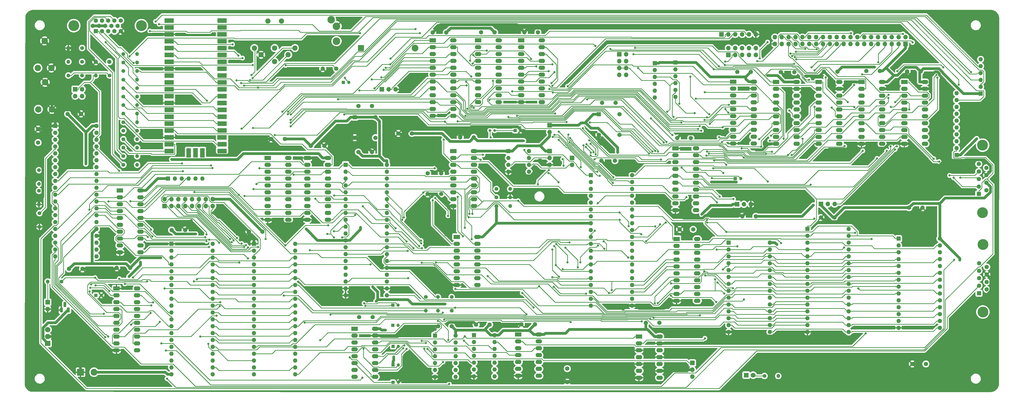
<source format=gtl>
G04 #@! TF.GenerationSoftware,KiCad,Pcbnew,7.0.1*
G04 #@! TF.CreationDate,2024-07-20T11:14:42-05:00*
G04 #@! TF.ProjectId,we816mark2,77653831-366d-4617-926b-322e6b696361,.8*
G04 #@! TF.SameCoordinates,Original*
G04 #@! TF.FileFunction,Copper,L1,Top*
G04 #@! TF.FilePolarity,Positive*
%FSLAX46Y46*%
G04 Gerber Fmt 4.6, Leading zero omitted, Abs format (unit mm)*
G04 Created by KiCad (PCBNEW 7.0.1) date 2024-07-20 11:14:42*
%MOMM*%
%LPD*%
G01*
G04 APERTURE LIST*
G04 Aperture macros list*
%AMRoundRect*
0 Rectangle with rounded corners*
0 $1 Rounding radius*
0 $2 $3 $4 $5 $6 $7 $8 $9 X,Y pos of 4 corners*
0 Add a 4 corners polygon primitive as box body*
4,1,4,$2,$3,$4,$5,$6,$7,$8,$9,$2,$3,0*
0 Add four circle primitives for the rounded corners*
1,1,$1+$1,$2,$3*
1,1,$1+$1,$4,$5*
1,1,$1+$1,$6,$7*
1,1,$1+$1,$8,$9*
0 Add four rect primitives between the rounded corners*
20,1,$1+$1,$2,$3,$4,$5,0*
20,1,$1+$1,$4,$5,$6,$7,0*
20,1,$1+$1,$6,$7,$8,$9,0*
20,1,$1+$1,$8,$9,$2,$3,0*%
G04 Aperture macros list end*
G04 #@! TA.AperFunction,ComponentPad*
%ADD10C,1.600000*%
G04 #@! TD*
G04 #@! TA.AperFunction,ComponentPad*
%ADD11R,1.600000X1.600000*%
G04 #@! TD*
G04 #@! TA.AperFunction,ComponentPad*
%ADD12O,1.600000X1.600000*%
G04 #@! TD*
G04 #@! TA.AperFunction,ComponentPad*
%ADD13C,4.000000*%
G04 #@! TD*
G04 #@! TA.AperFunction,ComponentPad*
%ADD14R,1.200000X1.200000*%
G04 #@! TD*
G04 #@! TA.AperFunction,ComponentPad*
%ADD15C,1.200000*%
G04 #@! TD*
G04 #@! TA.AperFunction,ComponentPad*
%ADD16R,1.800000X1.800000*%
G04 #@! TD*
G04 #@! TA.AperFunction,ComponentPad*
%ADD17C,1.800000*%
G04 #@! TD*
G04 #@! TA.AperFunction,ComponentPad*
%ADD18R,1.700000X1.700000*%
G04 #@! TD*
G04 #@! TA.AperFunction,ComponentPad*
%ADD19O,1.700000X1.700000*%
G04 #@! TD*
G04 #@! TA.AperFunction,ComponentPad*
%ADD20C,1.400000*%
G04 #@! TD*
G04 #@! TA.AperFunction,ComponentPad*
%ADD21O,1.400000X1.400000*%
G04 #@! TD*
G04 #@! TA.AperFunction,ComponentPad*
%ADD22C,2.340000*%
G04 #@! TD*
G04 #@! TA.AperFunction,ComponentPad*
%ADD23R,2.400000X1.600000*%
G04 #@! TD*
G04 #@! TA.AperFunction,ComponentPad*
%ADD24O,2.400000X1.600000*%
G04 #@! TD*
G04 #@! TA.AperFunction,ComponentPad*
%ADD25C,1.000000*%
G04 #@! TD*
G04 #@! TA.AperFunction,ComponentPad*
%ADD26C,1.950000*%
G04 #@! TD*
G04 #@! TA.AperFunction,ComponentPad*
%ADD27C,2.500000*%
G04 #@! TD*
G04 #@! TA.AperFunction,ComponentPad*
%ADD28R,2.170000X2.170000*%
G04 #@! TD*
G04 #@! TA.AperFunction,ComponentPad*
%ADD29C,2.800000*%
G04 #@! TD*
G04 #@! TA.AperFunction,ComponentPad*
%ADD30R,1.100000X1.800000*%
G04 #@! TD*
G04 #@! TA.AperFunction,ComponentPad*
%ADD31RoundRect,0.275000X-0.275000X-0.625000X0.275000X-0.625000X0.275000X0.625000X-0.275000X0.625000X0*%
G04 #@! TD*
G04 #@! TA.AperFunction,ComponentPad*
%ADD32R,2.000000X1.905000*%
G04 #@! TD*
G04 #@! TA.AperFunction,ComponentPad*
%ADD33O,2.000000X1.905000*%
G04 #@! TD*
G04 #@! TA.AperFunction,ComponentPad*
%ADD34R,2.500000X2.500000*%
G04 #@! TD*
G04 #@! TA.AperFunction,SMDPad,CuDef*
%ADD35R,3.500000X1.700000*%
G04 #@! TD*
G04 #@! TA.AperFunction,SMDPad,CuDef*
%ADD36R,1.700000X3.500000*%
G04 #@! TD*
G04 #@! TA.AperFunction,ViaPad*
%ADD37C,0.800000*%
G04 #@! TD*
G04 #@! TA.AperFunction,Conductor*
%ADD38C,1.000000*%
G04 #@! TD*
G04 #@! TA.AperFunction,Conductor*
%ADD39C,0.250000*%
G04 #@! TD*
G04 APERTURE END LIST*
D10*
X245100000Y-125500000D03*
X240100000Y-125500000D03*
X184810000Y-186740000D03*
X179810000Y-186740000D03*
X114895000Y-151765000D03*
X109895000Y-151765000D03*
X274000000Y-150900000D03*
X269000000Y-150900000D03*
X295275000Y-92675000D03*
X290275000Y-92675000D03*
X227490000Y-202390000D03*
X227490000Y-207390000D03*
X297140000Y-146050000D03*
X292140000Y-146050000D03*
X198810000Y-186140000D03*
X193810000Y-186140000D03*
X215510000Y-186040000D03*
X210510000Y-186040000D03*
X192960000Y-116840000D03*
X187960000Y-116840000D03*
X132755000Y-120015000D03*
X137755000Y-120015000D03*
D11*
X145600000Y-127000000D03*
D12*
X145600000Y-129540000D03*
X145600000Y-132080000D03*
X145600000Y-134620000D03*
X145600000Y-137160000D03*
X145600000Y-139700000D03*
X145600000Y-142240000D03*
X145600000Y-144780000D03*
X145600000Y-147320000D03*
X145600000Y-149860000D03*
X145600000Y-152400000D03*
X145600000Y-154940000D03*
X145600000Y-157480000D03*
X145600000Y-160020000D03*
X145600000Y-162560000D03*
X145600000Y-165100000D03*
X145600000Y-167640000D03*
X145600000Y-170180000D03*
X145600000Y-172720000D03*
X145600000Y-175260000D03*
X160840000Y-175260000D03*
X160840000Y-172720000D03*
X160840000Y-170180000D03*
X160840000Y-167640000D03*
X160840000Y-165100000D03*
X160840000Y-162560000D03*
X160840000Y-160020000D03*
X160840000Y-157480000D03*
X160840000Y-154940000D03*
X160840000Y-152400000D03*
X160840000Y-149860000D03*
X160840000Y-147320000D03*
X160840000Y-144780000D03*
X160840000Y-142240000D03*
X160840000Y-139700000D03*
X160840000Y-137160000D03*
X160840000Y-134620000D03*
X160840000Y-132080000D03*
X160840000Y-129540000D03*
X160840000Y-127000000D03*
D13*
X381020000Y-181460000D03*
X381020000Y-156460000D03*
D11*
X379600000Y-174500000D03*
D10*
X379600000Y-171730000D03*
X379600000Y-168960000D03*
X379600000Y-166190000D03*
X379600000Y-163420000D03*
X382440000Y-173115000D03*
X382440000Y-170345000D03*
X382440000Y-167575000D03*
X382440000Y-164805000D03*
X245300000Y-104100000D03*
X240300000Y-104100000D03*
D14*
X163000000Y-178900000D03*
D15*
X165000000Y-178900000D03*
D14*
X163000000Y-186400000D03*
D15*
X165000000Y-186400000D03*
D14*
X163100000Y-201000000D03*
D15*
X165100000Y-201000000D03*
D14*
X163100000Y-194200000D03*
D15*
X165100000Y-194200000D03*
D14*
X163100000Y-207500000D03*
D15*
X165100000Y-207500000D03*
D10*
X311375000Y-92725000D03*
X306375000Y-92725000D03*
X273140000Y-117100000D03*
X268140000Y-117100000D03*
X327300000Y-92550000D03*
X322300000Y-92550000D03*
X32000000Y-113800000D03*
X32000000Y-118800000D03*
X142160000Y-91440000D03*
X137160000Y-91440000D03*
D14*
X144780000Y-96520000D03*
D15*
X146780000Y-96520000D03*
D14*
X289560000Y-132080000D03*
D15*
X291560000Y-132080000D03*
D16*
X293600000Y-204800000D03*
D17*
X296140000Y-204800000D03*
D18*
X246700000Y-86160000D03*
D19*
X249240000Y-86160000D03*
X246700000Y-88700000D03*
X249240000Y-88700000D03*
X246700000Y-91240000D03*
X249240000Y-91240000D03*
X246700000Y-93780000D03*
X249240000Y-93780000D03*
D13*
X380920000Y-144760000D03*
X380920000Y-119760000D03*
D11*
X379500000Y-137800000D03*
D10*
X379500000Y-135030000D03*
X379500000Y-132260000D03*
X379500000Y-129490000D03*
X379500000Y-126720000D03*
X382340000Y-136415000D03*
X382340000Y-133645000D03*
X382340000Y-130875000D03*
X382340000Y-128105000D03*
D18*
X78740000Y-142240000D03*
D19*
X78740000Y-139700000D03*
X81280000Y-142240000D03*
X81280000Y-139700000D03*
X83820000Y-142240000D03*
X83820000Y-139700000D03*
X86360000Y-142240000D03*
X86360000Y-139700000D03*
X88900000Y-142240000D03*
X88900000Y-139700000D03*
X91440000Y-142240000D03*
X91440000Y-139700000D03*
X93980000Y-142240000D03*
X93980000Y-139700000D03*
X96520000Y-142240000D03*
X96520000Y-139700000D03*
D18*
X273700000Y-200300000D03*
D19*
X273700000Y-202840000D03*
X273700000Y-205380000D03*
D11*
X239190000Y-108290000D03*
D10*
X239190000Y-115910000D03*
X246810000Y-115910000D03*
X246810000Y-108290000D03*
D20*
X300355000Y-205105000D03*
D21*
X305435000Y-205105000D03*
D20*
X184785000Y-175895000D03*
D21*
X179705000Y-175895000D03*
D20*
X32500000Y-144900000D03*
D21*
X32500000Y-149980000D03*
D20*
X32315000Y-136635000D03*
D21*
X32315000Y-141715000D03*
D20*
X48260000Y-83820000D03*
D21*
X43180000Y-83820000D03*
D20*
X58420000Y-93980000D03*
D21*
X53340000Y-93980000D03*
D20*
X48260000Y-88900000D03*
D21*
X43180000Y-88900000D03*
D20*
X48260000Y-93980000D03*
D21*
X43180000Y-93980000D03*
D20*
X184785000Y-180975000D03*
D21*
X179705000Y-180975000D03*
D20*
X175260000Y-175895000D03*
D21*
X175260000Y-180975000D03*
D11*
X267400000Y-89200000D03*
D12*
X267400000Y-91740000D03*
X267400000Y-94280000D03*
X267400000Y-96820000D03*
X267400000Y-99360000D03*
X267400000Y-101900000D03*
D11*
X380200000Y-100700000D03*
D12*
X380200000Y-98160000D03*
X380200000Y-95620000D03*
X380200000Y-93080000D03*
X380200000Y-90540000D03*
X380200000Y-88000000D03*
D11*
X371300000Y-123400000D03*
D12*
X371300000Y-120860000D03*
X371300000Y-118320000D03*
X371300000Y-115780000D03*
X371300000Y-113240000D03*
X371300000Y-110700000D03*
X371300000Y-108160000D03*
X371300000Y-105620000D03*
X371300000Y-103080000D03*
X371300000Y-100540000D03*
D22*
X36900000Y-91200000D03*
X34400000Y-81200000D03*
X31900000Y-91200000D03*
X37100000Y-106500000D03*
X34600000Y-96500000D03*
X32100000Y-106500000D03*
D11*
X193040000Y-190000000D03*
D12*
X193040000Y-192540000D03*
X193040000Y-195080000D03*
X193040000Y-197620000D03*
X193040000Y-200160000D03*
X193040000Y-202700000D03*
X193040000Y-205240000D03*
X200660000Y-205240000D03*
X200660000Y-202700000D03*
X200660000Y-200160000D03*
X200660000Y-197620000D03*
X200660000Y-195080000D03*
X200660000Y-192540000D03*
X200660000Y-190000000D03*
D23*
X209370000Y-189800000D03*
D24*
X209370000Y-192340000D03*
X209370000Y-194880000D03*
X209370000Y-197420000D03*
X209370000Y-199960000D03*
X209370000Y-202500000D03*
X209370000Y-205040000D03*
X216990000Y-205040000D03*
X216990000Y-202500000D03*
X216990000Y-199960000D03*
X216990000Y-197420000D03*
X216990000Y-194880000D03*
X216990000Y-192340000D03*
X216990000Y-189800000D03*
D23*
X267410000Y-120950000D03*
D24*
X267410000Y-123490000D03*
X267410000Y-126030000D03*
X267410000Y-128570000D03*
X267410000Y-131110000D03*
X267410000Y-133650000D03*
X267410000Y-136190000D03*
X267410000Y-138730000D03*
X267410000Y-141270000D03*
X267410000Y-143810000D03*
X275030000Y-143810000D03*
X275030000Y-141270000D03*
X275030000Y-138730000D03*
X275030000Y-136190000D03*
X275030000Y-133650000D03*
X275030000Y-131110000D03*
X275030000Y-128570000D03*
X275030000Y-126030000D03*
X275030000Y-123490000D03*
X275030000Y-120950000D03*
D23*
X267890000Y-154420000D03*
D24*
X267890000Y-156960000D03*
X267890000Y-159500000D03*
X267890000Y-162040000D03*
X267890000Y-164580000D03*
X267890000Y-167120000D03*
X267890000Y-169660000D03*
X267890000Y-172200000D03*
X267890000Y-174740000D03*
X267890000Y-177280000D03*
X275510000Y-177280000D03*
X275510000Y-174740000D03*
X275510000Y-172200000D03*
X275510000Y-169660000D03*
X275510000Y-167120000D03*
X275510000Y-164580000D03*
X275510000Y-162040000D03*
X275510000Y-159500000D03*
X275510000Y-156960000D03*
X275510000Y-154420000D03*
D23*
X148890000Y-187680000D03*
D24*
X148890000Y-190220000D03*
X148890000Y-192760000D03*
X148890000Y-195300000D03*
X148890000Y-197840000D03*
X148890000Y-200380000D03*
X148890000Y-202920000D03*
X148890000Y-205460000D03*
X156510000Y-205460000D03*
X156510000Y-202920000D03*
X156510000Y-200380000D03*
X156510000Y-197840000D03*
X156510000Y-195300000D03*
X156510000Y-192760000D03*
X156510000Y-190220000D03*
X156510000Y-187680000D03*
D23*
X351975000Y-96400000D03*
D24*
X351975000Y-98940000D03*
X351975000Y-101480000D03*
X351975000Y-104020000D03*
X351975000Y-106560000D03*
X351975000Y-109100000D03*
X351975000Y-111640000D03*
X351975000Y-114180000D03*
X351975000Y-116720000D03*
X351975000Y-119260000D03*
X359595000Y-119260000D03*
X359595000Y-116720000D03*
X359595000Y-114180000D03*
X359595000Y-111640000D03*
X359595000Y-109100000D03*
X359595000Y-106560000D03*
X359595000Y-104020000D03*
X359595000Y-101480000D03*
X359595000Y-98940000D03*
X359595000Y-96400000D03*
D23*
X336181000Y-96400000D03*
D24*
X336181000Y-98940000D03*
X336181000Y-101480000D03*
X336181000Y-104020000D03*
X336181000Y-106560000D03*
X336181000Y-109100000D03*
X336181000Y-111640000D03*
X336181000Y-114180000D03*
X336181000Y-116720000D03*
X336181000Y-119260000D03*
X343801000Y-119260000D03*
X343801000Y-116720000D03*
X343801000Y-114180000D03*
X343801000Y-111640000D03*
X343801000Y-109100000D03*
X343801000Y-106560000D03*
X343801000Y-104020000D03*
X343801000Y-101480000D03*
X343801000Y-98940000D03*
X343801000Y-96400000D03*
D23*
X320388000Y-96400000D03*
D24*
X320388000Y-98940000D03*
X320388000Y-101480000D03*
X320388000Y-104020000D03*
X320388000Y-106560000D03*
X320388000Y-109100000D03*
X320388000Y-111640000D03*
X320388000Y-114180000D03*
X320388000Y-116720000D03*
X320388000Y-119260000D03*
X328008000Y-119260000D03*
X328008000Y-116720000D03*
X328008000Y-114180000D03*
X328008000Y-111640000D03*
X328008000Y-109100000D03*
X328008000Y-106560000D03*
X328008000Y-104020000D03*
X328008000Y-101480000D03*
X328008000Y-98940000D03*
X328008000Y-96400000D03*
D23*
X304594000Y-96400000D03*
D24*
X304594000Y-98940000D03*
X304594000Y-101480000D03*
X304594000Y-104020000D03*
X304594000Y-106560000D03*
X304594000Y-109100000D03*
X304594000Y-111640000D03*
X304594000Y-114180000D03*
X304594000Y-116720000D03*
X304594000Y-119260000D03*
X312214000Y-119260000D03*
X312214000Y-116720000D03*
X312214000Y-114180000D03*
X312214000Y-111640000D03*
X312214000Y-109100000D03*
X312214000Y-106560000D03*
X312214000Y-104020000D03*
X312214000Y-101480000D03*
X312214000Y-98940000D03*
X312214000Y-96400000D03*
D11*
X38310000Y-112630000D03*
D12*
X38310000Y-115170000D03*
X38310000Y-117710000D03*
X38310000Y-120250000D03*
X38310000Y-122790000D03*
X38310000Y-125330000D03*
X38310000Y-127870000D03*
X38310000Y-130410000D03*
X38310000Y-132950000D03*
X38310000Y-135490000D03*
X38310000Y-138030000D03*
X38310000Y-140570000D03*
X38310000Y-143110000D03*
X38310000Y-145650000D03*
X38310000Y-148190000D03*
X38310000Y-150730000D03*
X38310000Y-153270000D03*
X38310000Y-155810000D03*
X38310000Y-158350000D03*
X38310000Y-160890000D03*
X53550000Y-160890000D03*
X53550000Y-158350000D03*
X53550000Y-155810000D03*
X53550000Y-153270000D03*
X53550000Y-150730000D03*
X53550000Y-148190000D03*
X53550000Y-145650000D03*
X53550000Y-143110000D03*
X53550000Y-140570000D03*
X53550000Y-138030000D03*
X53550000Y-135490000D03*
X53550000Y-132950000D03*
X53550000Y-130410000D03*
X53550000Y-127870000D03*
X53550000Y-125330000D03*
X53550000Y-122790000D03*
X53550000Y-120250000D03*
X53550000Y-117710000D03*
X53550000Y-115170000D03*
X53550000Y-112630000D03*
D25*
X198960000Y-114300000D03*
X200660000Y-114300000D03*
D10*
X155600000Y-183325000D03*
X150600000Y-183325000D03*
X256540000Y-185420000D03*
X261540000Y-185420000D03*
X150300000Y-105290000D03*
X155300000Y-105290000D03*
X353735000Y-142875000D03*
X358735000Y-142875000D03*
X58340000Y-88900000D03*
X53340000Y-88900000D03*
X42900000Y-108200000D03*
X47900000Y-108200000D03*
X150300000Y-122290000D03*
X155300000Y-122290000D03*
D18*
X321175000Y-141525000D03*
D19*
X323715000Y-141525000D03*
X326255000Y-141525000D03*
D18*
X290195000Y-141605000D03*
D19*
X292735000Y-141605000D03*
X295275000Y-141605000D03*
D10*
X326175000Y-146525000D03*
X321175000Y-146525000D03*
D11*
X287115000Y-155795000D03*
D12*
X287115000Y-158335000D03*
X287115000Y-160875000D03*
X287115000Y-163415000D03*
X287115000Y-165955000D03*
X287115000Y-168495000D03*
X287115000Y-171035000D03*
X287115000Y-173575000D03*
X287115000Y-176115000D03*
X287115000Y-178655000D03*
X287115000Y-181195000D03*
X287115000Y-183735000D03*
X287115000Y-186275000D03*
X287115000Y-188815000D03*
X302355000Y-188815000D03*
X302355000Y-186275000D03*
X302355000Y-183735000D03*
X302355000Y-181195000D03*
X302355000Y-178655000D03*
X302355000Y-176115000D03*
X302355000Y-173575000D03*
X302355000Y-171035000D03*
X302355000Y-168495000D03*
X302355000Y-165955000D03*
X302355000Y-163415000D03*
X302355000Y-160875000D03*
X302355000Y-158335000D03*
X302355000Y-155795000D03*
D11*
X316225000Y-150745000D03*
D12*
X316225000Y-153285000D03*
X316225000Y-155825000D03*
X316225000Y-158365000D03*
X316225000Y-160905000D03*
X316225000Y-163445000D03*
X316225000Y-165985000D03*
X316225000Y-168525000D03*
X316225000Y-171065000D03*
X316225000Y-173605000D03*
X316225000Y-176145000D03*
X316225000Y-178685000D03*
X316225000Y-181225000D03*
X316225000Y-183765000D03*
X316225000Y-186305000D03*
X316225000Y-188845000D03*
X331465000Y-188845000D03*
X331465000Y-186305000D03*
X331465000Y-183765000D03*
X331465000Y-181225000D03*
X331465000Y-178685000D03*
X331465000Y-176145000D03*
X331465000Y-173605000D03*
X331465000Y-171065000D03*
X331465000Y-168525000D03*
X331465000Y-165985000D03*
X331465000Y-163445000D03*
X331465000Y-160905000D03*
X331465000Y-158365000D03*
X331465000Y-155825000D03*
X331465000Y-153285000D03*
X331465000Y-150745000D03*
D10*
X182800000Y-78100000D03*
X177800000Y-78100000D03*
X216660000Y-78000000D03*
X211660000Y-78000000D03*
X200660000Y-78000000D03*
X195660000Y-78000000D03*
D23*
X210460000Y-80960000D03*
D24*
X210460000Y-83500000D03*
X210460000Y-86040000D03*
X210460000Y-88580000D03*
X210460000Y-91120000D03*
X210460000Y-93660000D03*
X210460000Y-96200000D03*
X210460000Y-98740000D03*
X210460000Y-101280000D03*
X210460000Y-103820000D03*
X218080000Y-103820000D03*
X218080000Y-101280000D03*
X218080000Y-98740000D03*
X218080000Y-96200000D03*
X218080000Y-93660000D03*
X218080000Y-91120000D03*
X218080000Y-88580000D03*
X218080000Y-86040000D03*
X218080000Y-83500000D03*
X218080000Y-80960000D03*
D23*
X177800000Y-80960000D03*
D24*
X177800000Y-83500000D03*
X177800000Y-86040000D03*
X177800000Y-88580000D03*
X177800000Y-91120000D03*
X177800000Y-93660000D03*
X177800000Y-96200000D03*
X177800000Y-98740000D03*
X177800000Y-101280000D03*
X177800000Y-103820000D03*
X177800000Y-106360000D03*
X177800000Y-108900000D03*
X185420000Y-108900000D03*
X185420000Y-106360000D03*
X185420000Y-103820000D03*
X185420000Y-101280000D03*
X185420000Y-98740000D03*
X185420000Y-96200000D03*
X185420000Y-93660000D03*
X185420000Y-91120000D03*
X185420000Y-88580000D03*
X185420000Y-86040000D03*
X185420000Y-83500000D03*
X185420000Y-80960000D03*
D23*
X194560000Y-80960000D03*
D24*
X194560000Y-83500000D03*
X194560000Y-86040000D03*
X194560000Y-88580000D03*
X194560000Y-91120000D03*
X194560000Y-93660000D03*
X194560000Y-96200000D03*
X194560000Y-98740000D03*
X194560000Y-101280000D03*
X194560000Y-103820000D03*
X202180000Y-103820000D03*
X202180000Y-101280000D03*
X202180000Y-98740000D03*
X202180000Y-96200000D03*
X202180000Y-93660000D03*
X202180000Y-91120000D03*
X202180000Y-88580000D03*
X202180000Y-86040000D03*
X202180000Y-83500000D03*
X202180000Y-80960000D03*
D10*
X170100000Y-115400000D03*
X165100000Y-115400000D03*
X81320000Y-151130000D03*
X86320000Y-151130000D03*
X359965000Y-200660000D03*
X354965000Y-200660000D03*
X342925000Y-92350000D03*
X337925000Y-92350000D03*
X358000000Y-92475000D03*
X353000000Y-92475000D03*
D11*
X259800000Y-89400000D03*
D12*
X259800000Y-91940000D03*
X259800000Y-94480000D03*
X259800000Y-97020000D03*
X259800000Y-99560000D03*
X259800000Y-102100000D03*
D26*
X111880000Y-83820000D03*
X114380000Y-86320000D03*
X119380000Y-83820000D03*
X124380000Y-86320000D03*
X126880000Y-83820000D03*
X119380000Y-88820000D03*
X121880000Y-73820000D03*
X116880000Y-73820000D03*
D18*
X45700000Y-99060000D03*
D19*
X48240000Y-99060000D03*
X45700000Y-101600000D03*
X48240000Y-101600000D03*
D20*
X32300000Y-129000000D03*
D21*
X32300000Y-134080000D03*
D27*
X171244300Y-83820000D03*
D28*
X151244300Y-83820000D03*
D18*
X158990000Y-99060000D03*
D19*
X161530000Y-99060000D03*
X164070000Y-99060000D03*
D11*
X178600000Y-190160000D03*
D12*
X178600000Y-192700000D03*
X178600000Y-195240000D03*
X178600000Y-197780000D03*
X178600000Y-200320000D03*
X178600000Y-202860000D03*
X178600000Y-205400000D03*
X186220000Y-205400000D03*
X186220000Y-202860000D03*
X186220000Y-200320000D03*
X186220000Y-197780000D03*
X186220000Y-195240000D03*
X186220000Y-192700000D03*
X186220000Y-190160000D03*
D11*
X349880000Y-154310000D03*
D12*
X349880000Y-156850000D03*
X349880000Y-159390000D03*
X349880000Y-161930000D03*
X349880000Y-164470000D03*
X349880000Y-167010000D03*
X349880000Y-169550000D03*
X349880000Y-172090000D03*
X349880000Y-174630000D03*
X349880000Y-177170000D03*
X349880000Y-179710000D03*
X349880000Y-182250000D03*
X349880000Y-184790000D03*
X349880000Y-187330000D03*
X365120000Y-187330000D03*
X365120000Y-184790000D03*
X365120000Y-182250000D03*
X365120000Y-179710000D03*
X365120000Y-177170000D03*
X365120000Y-174630000D03*
X365120000Y-172090000D03*
X365120000Y-169550000D03*
X365120000Y-167010000D03*
X365120000Y-164470000D03*
X365120000Y-161930000D03*
X365120000Y-159390000D03*
X365120000Y-156850000D03*
X365120000Y-154310000D03*
D18*
X352450000Y-82350000D03*
D19*
X352450000Y-79810000D03*
X349910000Y-82350000D03*
X349910000Y-79810000D03*
X347370000Y-82350000D03*
X347370000Y-79810000D03*
X344830000Y-82350000D03*
X344830000Y-79810000D03*
X342290000Y-82350000D03*
X342290000Y-79810000D03*
X339750000Y-82350000D03*
X339750000Y-79810000D03*
X337210000Y-82350000D03*
X337210000Y-79810000D03*
X334670000Y-82350000D03*
X334670000Y-79810000D03*
X332130000Y-82350000D03*
X332130000Y-79810000D03*
X329590000Y-82350000D03*
X329590000Y-79810000D03*
X327050000Y-82350000D03*
X327050000Y-79810000D03*
X324510000Y-82350000D03*
X324510000Y-79810000D03*
X321970000Y-82350000D03*
X321970000Y-79810000D03*
X319430000Y-82350000D03*
X319430000Y-79810000D03*
X316890000Y-82350000D03*
X316890000Y-79810000D03*
X314350000Y-82350000D03*
X314350000Y-79810000D03*
X311810000Y-82350000D03*
X311810000Y-79810000D03*
X309270000Y-82350000D03*
X309270000Y-79810000D03*
X306730000Y-82350000D03*
X306730000Y-79810000D03*
X304190000Y-82350000D03*
X304190000Y-79810000D03*
D10*
X123150000Y-117475000D03*
X118150000Y-117475000D03*
X66040000Y-165100000D03*
X61040000Y-165100000D03*
D23*
X288800000Y-96300000D03*
D24*
X288800000Y-98840000D03*
X288800000Y-101380000D03*
X288800000Y-103920000D03*
X288800000Y-106460000D03*
X288800000Y-109000000D03*
X288800000Y-111540000D03*
X288800000Y-114080000D03*
X288800000Y-116620000D03*
X288800000Y-119160000D03*
X296420000Y-119160000D03*
X296420000Y-116620000D03*
X296420000Y-114080000D03*
X296420000Y-111540000D03*
X296420000Y-109000000D03*
X296420000Y-106460000D03*
X296420000Y-103920000D03*
X296420000Y-101380000D03*
X296420000Y-98840000D03*
X296420000Y-96300000D03*
D10*
X43400000Y-165500000D03*
X48400000Y-165500000D03*
D18*
X287020000Y-86360000D03*
D19*
X287020000Y-83820000D03*
X289560000Y-86360000D03*
X289560000Y-83820000D03*
X292100000Y-86360000D03*
X292100000Y-83820000D03*
X294640000Y-86360000D03*
X294640000Y-83820000D03*
X297180000Y-86360000D03*
X297180000Y-83820000D03*
D20*
X63500000Y-95500000D03*
D21*
X68580000Y-95500000D03*
D20*
X63500000Y-111250000D03*
D21*
X68580000Y-111250000D03*
D20*
X63500000Y-114400000D03*
D21*
X68580000Y-114400000D03*
D29*
X142240000Y-81280000D03*
X140240000Y-73380000D03*
X142240000Y-75780000D03*
D30*
X40640000Y-180740000D03*
D31*
X41910000Y-178670000D03*
X43180000Y-180740000D03*
D20*
X40640000Y-170180000D03*
D21*
X35560000Y-170180000D03*
D23*
X116845000Y-124460000D03*
D24*
X116845000Y-127000000D03*
X116845000Y-129540000D03*
X116845000Y-132080000D03*
X116845000Y-134620000D03*
X116845000Y-137160000D03*
X116845000Y-139700000D03*
X116845000Y-142240000D03*
X116845000Y-144780000D03*
X116845000Y-147320000D03*
X124465000Y-147320000D03*
X124465000Y-144780000D03*
X124465000Y-142240000D03*
X124465000Y-139700000D03*
X124465000Y-137160000D03*
X124465000Y-134620000D03*
X124465000Y-132080000D03*
X124465000Y-129540000D03*
X124465000Y-127000000D03*
X124465000Y-124460000D03*
D20*
X63500000Y-108100000D03*
D21*
X68580000Y-108100000D03*
D13*
X70155000Y-75570000D03*
X45155000Y-75570000D03*
D11*
X53340000Y-77620000D03*
D10*
X55630000Y-77620000D03*
X57920000Y-77620000D03*
X60210000Y-77620000D03*
X62500000Y-77620000D03*
X52195000Y-75640000D03*
X54485000Y-75640000D03*
X56775000Y-75640000D03*
X59065000Y-75640000D03*
X61355000Y-75640000D03*
X53340000Y-73660000D03*
X55630000Y-73660000D03*
X57920000Y-73660000D03*
X60210000Y-73660000D03*
X62500000Y-73660000D03*
D11*
X148990000Y-109380000D03*
D10*
X148990000Y-117000000D03*
X156610000Y-117000000D03*
X156610000Y-109380000D03*
D20*
X63500000Y-86050000D03*
D21*
X68580000Y-86050000D03*
D20*
X63500000Y-117550000D03*
D21*
X68580000Y-117550000D03*
D20*
X63500000Y-104950000D03*
D21*
X68580000Y-104950000D03*
D20*
X63500000Y-92350000D03*
D21*
X68580000Y-92350000D03*
D11*
X236215000Y-130815000D03*
D12*
X236215000Y-133355000D03*
X236215000Y-135895000D03*
X236215000Y-138435000D03*
X236215000Y-140975000D03*
X236215000Y-143515000D03*
X236215000Y-146055000D03*
X236215000Y-148595000D03*
X236215000Y-151135000D03*
X236215000Y-153675000D03*
X236215000Y-156215000D03*
X236215000Y-158755000D03*
X236215000Y-161295000D03*
X236215000Y-163835000D03*
X236215000Y-166375000D03*
X236215000Y-168915000D03*
X236215000Y-171455000D03*
X236215000Y-173995000D03*
X236215000Y-176535000D03*
X236215000Y-179075000D03*
X251455000Y-179075000D03*
X251455000Y-176535000D03*
X251455000Y-173995000D03*
X251455000Y-171455000D03*
X251455000Y-168915000D03*
X251455000Y-166375000D03*
X251455000Y-163835000D03*
X251455000Y-161295000D03*
X251455000Y-158755000D03*
X251455000Y-156215000D03*
X251455000Y-153675000D03*
X251455000Y-151135000D03*
X251455000Y-148595000D03*
X251455000Y-146055000D03*
X251455000Y-143515000D03*
X251455000Y-140975000D03*
X251455000Y-138435000D03*
X251455000Y-135895000D03*
X251455000Y-133355000D03*
X251455000Y-130815000D03*
D18*
X220980000Y-112395000D03*
D19*
X220980000Y-114935000D03*
D23*
X185420000Y-121920000D03*
D24*
X185420000Y-124460000D03*
X185420000Y-127000000D03*
X185420000Y-129540000D03*
X185420000Y-132080000D03*
X185420000Y-134620000D03*
X185420000Y-137160000D03*
X185420000Y-139700000D03*
X185420000Y-142240000D03*
X193040000Y-142240000D03*
X193040000Y-139700000D03*
X193040000Y-137160000D03*
X193040000Y-134620000D03*
X193040000Y-132080000D03*
X193040000Y-129540000D03*
X193040000Y-127000000D03*
X193040000Y-124460000D03*
X193040000Y-121920000D03*
D20*
X63500000Y-101800000D03*
D21*
X68580000Y-101800000D03*
D20*
X63500000Y-89200000D03*
D21*
X68580000Y-89200000D03*
D14*
X208280000Y-114300000D03*
D15*
X210280000Y-114300000D03*
D32*
X35560000Y-193040000D03*
D33*
X35560000Y-190500000D03*
X35560000Y-187960000D03*
D34*
X47665000Y-203700000D03*
D27*
X52665000Y-203700000D03*
D23*
X131455000Y-124465000D03*
D24*
X131455000Y-127005000D03*
X131455000Y-129545000D03*
X131455000Y-132085000D03*
X131455000Y-134625000D03*
X131455000Y-137165000D03*
X131455000Y-139705000D03*
X131455000Y-142245000D03*
X131455000Y-144785000D03*
X131455000Y-147325000D03*
X139075000Y-147325000D03*
X139075000Y-144785000D03*
X139075000Y-142245000D03*
X139075000Y-139705000D03*
X139075000Y-137165000D03*
X139075000Y-134625000D03*
X139075000Y-132085000D03*
X139075000Y-129545000D03*
X139075000Y-127005000D03*
X139075000Y-124465000D03*
D14*
X53340000Y-175260000D03*
D15*
X55340000Y-175260000D03*
D20*
X201295000Y-135940000D03*
D21*
X206375000Y-135940000D03*
D23*
X186700000Y-153660000D03*
D24*
X186700000Y-156200000D03*
X186700000Y-158740000D03*
X186700000Y-161280000D03*
X186700000Y-163820000D03*
X186700000Y-166360000D03*
X186700000Y-168900000D03*
X186700000Y-171440000D03*
X194320000Y-171440000D03*
X194320000Y-168900000D03*
X194320000Y-166360000D03*
X194320000Y-163820000D03*
X194320000Y-161280000D03*
X194320000Y-158740000D03*
X194320000Y-156200000D03*
X194320000Y-153660000D03*
D23*
X60970000Y-172725000D03*
D24*
X60970000Y-175265000D03*
X60970000Y-177805000D03*
X60970000Y-180345000D03*
X60970000Y-182885000D03*
X60970000Y-185425000D03*
X60970000Y-187965000D03*
X60970000Y-190505000D03*
X60970000Y-193045000D03*
X60970000Y-195585000D03*
X68590000Y-195585000D03*
X68590000Y-193045000D03*
X68590000Y-190505000D03*
X68590000Y-187965000D03*
X68590000Y-185425000D03*
X68590000Y-182885000D03*
X68590000Y-180345000D03*
X68590000Y-177805000D03*
X68590000Y-175265000D03*
X68590000Y-172725000D03*
D18*
X284480000Y-78740000D03*
D19*
X287020000Y-78740000D03*
X289560000Y-78740000D03*
X292100000Y-78740000D03*
X294640000Y-78740000D03*
X297180000Y-78740000D03*
D11*
X80010000Y-132080000D03*
D12*
X82550000Y-132080000D03*
X85090000Y-132080000D03*
X87630000Y-132080000D03*
X90170000Y-132080000D03*
X92710000Y-132080000D03*
D11*
X205740000Y-121920000D03*
D12*
X205740000Y-124460000D03*
X205740000Y-127000000D03*
X205740000Y-129540000D03*
X213360000Y-129540000D03*
X213360000Y-127000000D03*
X213360000Y-124460000D03*
X213360000Y-121920000D03*
D20*
X201295000Y-142240000D03*
D21*
X206375000Y-142240000D03*
D11*
X111760000Y-156215000D03*
D12*
X111760000Y-158755000D03*
X111760000Y-161295000D03*
X111760000Y-163835000D03*
X111760000Y-166375000D03*
X111760000Y-168915000D03*
X111760000Y-171455000D03*
X111760000Y-173995000D03*
X111760000Y-176535000D03*
X111760000Y-179075000D03*
X111760000Y-181615000D03*
X111760000Y-184155000D03*
X111760000Y-186695000D03*
X111760000Y-189235000D03*
X111760000Y-191775000D03*
X111760000Y-194315000D03*
X111760000Y-196855000D03*
X111760000Y-199395000D03*
X111760000Y-201935000D03*
X111760000Y-204475000D03*
X127000000Y-204475000D03*
X127000000Y-201935000D03*
X127000000Y-199395000D03*
X127000000Y-196855000D03*
X127000000Y-194315000D03*
X127000000Y-191775000D03*
X127000000Y-189235000D03*
X127000000Y-186695000D03*
X127000000Y-184155000D03*
X127000000Y-181615000D03*
X127000000Y-179075000D03*
X127000000Y-176535000D03*
X127000000Y-173995000D03*
X127000000Y-171455000D03*
X127000000Y-168915000D03*
X127000000Y-166375000D03*
X127000000Y-163835000D03*
X127000000Y-161295000D03*
X127000000Y-158755000D03*
X127000000Y-156215000D03*
D10*
X175935000Y-137795000D03*
X180935000Y-137795000D03*
D23*
X62240000Y-136530000D03*
D24*
X62240000Y-139070000D03*
X62240000Y-141610000D03*
X62240000Y-144150000D03*
X62240000Y-146690000D03*
X62240000Y-149230000D03*
X62240000Y-151770000D03*
X62240000Y-154310000D03*
X62240000Y-156850000D03*
X62240000Y-159390000D03*
X69860000Y-159390000D03*
X69860000Y-156850000D03*
X69860000Y-154310000D03*
X69860000Y-151770000D03*
X69860000Y-149230000D03*
X69860000Y-146690000D03*
X69860000Y-144150000D03*
X69860000Y-141610000D03*
X69860000Y-139070000D03*
X69860000Y-136530000D03*
D10*
X175935000Y-130175000D03*
X180935000Y-130175000D03*
D20*
X63500000Y-123850000D03*
D21*
X68580000Y-123850000D03*
D18*
X220980000Y-121920000D03*
D19*
X220980000Y-124460000D03*
X220980000Y-127000000D03*
D18*
X229235000Y-124455000D03*
D19*
X229235000Y-126995000D03*
X81280000Y-73660000D03*
D35*
X80380000Y-73660000D03*
D19*
X81280000Y-76200000D03*
D35*
X80380000Y-76200000D03*
D18*
X81280000Y-78740000D03*
D35*
X80380000Y-78740000D03*
D19*
X81280000Y-81280000D03*
D35*
X80380000Y-81280000D03*
D19*
X81280000Y-83820000D03*
D35*
X80380000Y-83820000D03*
D19*
X81280000Y-86360000D03*
D35*
X80380000Y-86360000D03*
D19*
X81280000Y-88900000D03*
D35*
X80380000Y-88900000D03*
D18*
X81280000Y-91440000D03*
D35*
X80380000Y-91440000D03*
D19*
X81280000Y-93980000D03*
D35*
X80380000Y-93980000D03*
D19*
X81280000Y-96520000D03*
D35*
X80380000Y-96520000D03*
D19*
X81280000Y-99060000D03*
D35*
X80380000Y-99060000D03*
D19*
X81280000Y-101600000D03*
D35*
X80380000Y-101600000D03*
D18*
X81280000Y-104140000D03*
D35*
X80380000Y-104140000D03*
D19*
X81280000Y-106680000D03*
D35*
X80380000Y-106680000D03*
D19*
X81280000Y-109220000D03*
D35*
X80380000Y-109220000D03*
D19*
X81280000Y-111760000D03*
D35*
X80380000Y-111760000D03*
D19*
X81280000Y-114300000D03*
D35*
X80380000Y-114300000D03*
D18*
X81280000Y-116840000D03*
D35*
X80380000Y-116840000D03*
D19*
X81280000Y-119380000D03*
D35*
X80380000Y-119380000D03*
D19*
X81280000Y-121920000D03*
D35*
X80380000Y-121920000D03*
D19*
X99060000Y-121920000D03*
D35*
X99960000Y-121920000D03*
D19*
X99060000Y-119380000D03*
D35*
X99960000Y-119380000D03*
D18*
X99060000Y-116840000D03*
D35*
X99960000Y-116840000D03*
D19*
X99060000Y-114300000D03*
D35*
X99960000Y-114300000D03*
D19*
X99060000Y-111760000D03*
D35*
X99960000Y-111760000D03*
D19*
X99060000Y-109220000D03*
D35*
X99960000Y-109220000D03*
D19*
X99060000Y-106680000D03*
D35*
X99960000Y-106680000D03*
D18*
X99060000Y-104140000D03*
D35*
X99960000Y-104140000D03*
D19*
X99060000Y-101600000D03*
D35*
X99960000Y-101600000D03*
D19*
X99060000Y-99060000D03*
D35*
X99960000Y-99060000D03*
D19*
X99060000Y-96520000D03*
D35*
X99960000Y-96520000D03*
D19*
X99060000Y-93980000D03*
D35*
X99960000Y-93980000D03*
D18*
X99060000Y-91440000D03*
D35*
X99960000Y-91440000D03*
D19*
X99060000Y-88900000D03*
D35*
X99960000Y-88900000D03*
D19*
X99060000Y-86360000D03*
D35*
X99960000Y-86360000D03*
D19*
X99060000Y-83820000D03*
D35*
X99960000Y-83820000D03*
D19*
X99060000Y-81280000D03*
D35*
X99960000Y-81280000D03*
D18*
X99060000Y-78740000D03*
D35*
X99960000Y-78740000D03*
D19*
X99060000Y-76200000D03*
D35*
X99960000Y-76200000D03*
D19*
X99060000Y-73660000D03*
D35*
X99960000Y-73660000D03*
D19*
X87630000Y-121690000D03*
D36*
X87630000Y-122590000D03*
D18*
X90170000Y-121690000D03*
D36*
X90170000Y-122590000D03*
D19*
X92710000Y-121690000D03*
D36*
X92710000Y-122590000D03*
D20*
X63500000Y-127000000D03*
D21*
X68580000Y-127000000D03*
D23*
X254000000Y-190500000D03*
D24*
X254000000Y-193040000D03*
X254000000Y-195580000D03*
X254000000Y-198120000D03*
X254000000Y-200660000D03*
X254000000Y-203200000D03*
X254000000Y-205740000D03*
X261620000Y-205740000D03*
X261620000Y-203200000D03*
X261620000Y-200660000D03*
X261620000Y-198120000D03*
X261620000Y-195580000D03*
X261620000Y-193040000D03*
X261620000Y-190500000D03*
D20*
X63500000Y-98650000D03*
D21*
X68580000Y-98650000D03*
D18*
X35560000Y-177800000D03*
D19*
X35560000Y-180340000D03*
D20*
X201295000Y-139090000D03*
D21*
X206375000Y-139090000D03*
D20*
X63500000Y-120700000D03*
D21*
X68580000Y-120700000D03*
D11*
X81280000Y-156215000D03*
D12*
X81280000Y-158755000D03*
X81280000Y-161295000D03*
X81280000Y-163835000D03*
X81280000Y-166375000D03*
X81280000Y-168915000D03*
X81280000Y-171455000D03*
X81280000Y-173995000D03*
X81280000Y-176535000D03*
X81280000Y-179075000D03*
X81280000Y-181615000D03*
X81280000Y-184155000D03*
X81280000Y-186695000D03*
X81280000Y-189235000D03*
X81280000Y-191775000D03*
X81280000Y-194315000D03*
X81280000Y-196855000D03*
X81280000Y-199395000D03*
X81280000Y-201935000D03*
X81280000Y-204475000D03*
X96520000Y-204475000D03*
X96520000Y-201935000D03*
X96520000Y-199395000D03*
X96520000Y-196855000D03*
X96520000Y-194315000D03*
X96520000Y-191775000D03*
X96520000Y-189235000D03*
X96520000Y-186695000D03*
X96520000Y-184155000D03*
X96520000Y-181615000D03*
X96520000Y-179075000D03*
X96520000Y-176535000D03*
X96520000Y-173995000D03*
X96520000Y-171455000D03*
X96520000Y-168915000D03*
X96520000Y-166375000D03*
X96520000Y-163835000D03*
X96520000Y-161295000D03*
X96520000Y-158755000D03*
X96520000Y-156215000D03*
D37*
X203133300Y-112999800D03*
X153453600Y-177509500D03*
X129286100Y-121183700D03*
X248063500Y-180408900D03*
X200857000Y-185992900D03*
X217167700Y-125240100D03*
X167064000Y-198047200D03*
X285728600Y-116133700D03*
X59838800Y-161945200D03*
X270459300Y-146741500D03*
X324238500Y-121210400D03*
X88641500Y-147632000D03*
X182575100Y-152933700D03*
X314372600Y-141947400D03*
X96617700Y-144811400D03*
X183320000Y-185721300D03*
X252451500Y-129313900D03*
X215394800Y-118127200D03*
X361978900Y-127363800D03*
X164844600Y-190519800D03*
X315451400Y-94140900D03*
X195165100Y-75206600D03*
X261532300Y-180084300D03*
X312751600Y-94416100D03*
X136369100Y-126539600D03*
X240072200Y-119370900D03*
X297209800Y-121514300D03*
X215290100Y-127512000D03*
X83366400Y-119530800D03*
X289922700Y-133380100D03*
X226849700Y-189302400D03*
X246119000Y-122438300D03*
X49636400Y-126679800D03*
X182309000Y-178499000D03*
X341038600Y-90849800D03*
X378758300Y-117340200D03*
X280755000Y-133380100D03*
X77365700Y-161375100D03*
X151106000Y-150179900D03*
X301471700Y-94031800D03*
X156863300Y-177445500D03*
X155580500Y-172173100D03*
X372473100Y-162253800D03*
X174886100Y-178499000D03*
X131006300Y-150757800D03*
X304907700Y-156502200D03*
X160334700Y-188127700D03*
X211337200Y-118138000D03*
X90223400Y-152630800D03*
X318423700Y-141894600D03*
X277205900Y-145354300D03*
X370885700Y-139337900D03*
X163364700Y-198047200D03*
X195436900Y-125134400D03*
X199175800Y-116834800D03*
X152921000Y-179173600D03*
X152441000Y-178214400D03*
X142775900Y-102773100D03*
X123408400Y-90232000D03*
X266374300Y-116059700D03*
X280885000Y-131954400D03*
X145356800Y-94816400D03*
X145050300Y-108371200D03*
X269716700Y-128053600D03*
X262136200Y-125062200D03*
X264415000Y-107405900D03*
X231398600Y-164965400D03*
X226806900Y-157665800D03*
X234606800Y-119429500D03*
X237184200Y-122370200D03*
X181570800Y-199890100D03*
X106966500Y-96832000D03*
X85489300Y-129366800D03*
X76717800Y-75024800D03*
X368732400Y-130950600D03*
X57893200Y-190559600D03*
X372645700Y-131803800D03*
X370353400Y-162182400D03*
X370195600Y-131803800D03*
X56811100Y-190785500D03*
X53207000Y-171603600D03*
X79615500Y-206116600D03*
X58327700Y-173660100D03*
X75380900Y-74032300D03*
X85118000Y-126502600D03*
X105315500Y-95783700D03*
X73301600Y-77564800D03*
X376683900Y-92722600D03*
X108091900Y-97719500D03*
X96424900Y-128191500D03*
X107191700Y-113657100D03*
X372056000Y-97357200D03*
X95870300Y-127298300D03*
X134383600Y-139540300D03*
X183571200Y-191792400D03*
X172806200Y-157079200D03*
X179733800Y-184800100D03*
X94909000Y-193245200D03*
X110801400Y-93799500D03*
X110316500Y-95656800D03*
X175854500Y-195064300D03*
X89682600Y-137112700D03*
X109573300Y-161681900D03*
X111197000Y-94897200D03*
X122704700Y-175338900D03*
X73756100Y-150986300D03*
X74239400Y-153559200D03*
X51026900Y-173816100D03*
X51574300Y-171216300D03*
X64051300Y-171041000D03*
X61952700Y-129211000D03*
X228707700Y-185197900D03*
X152173000Y-195033500D03*
X65762000Y-86851400D03*
X238709800Y-141276400D03*
X150959200Y-78352000D03*
X189623700Y-190449800D03*
X279149800Y-122075800D03*
X257720000Y-122872800D03*
X149142600Y-145503000D03*
X61964800Y-169148600D03*
X138813500Y-152600300D03*
X106294600Y-163189400D03*
X141317000Y-153825500D03*
X175228900Y-192888100D03*
X285774300Y-88842500D03*
X234394200Y-174654300D03*
X222491500Y-172128400D03*
X236184000Y-122526300D03*
X234319700Y-120429700D03*
X189315700Y-192021300D03*
X268846700Y-104406700D03*
X236087400Y-119275600D03*
X224461600Y-168468500D03*
X237963100Y-123155300D03*
X221991600Y-158368400D03*
X274530200Y-107917000D03*
X266764100Y-109352300D03*
X238820500Y-156818500D03*
X232266200Y-163090500D03*
X364243900Y-94794000D03*
X339909300Y-154442500D03*
X174603200Y-194979300D03*
X168081100Y-155355100D03*
X285685900Y-90119900D03*
X252558800Y-83783800D03*
X113256200Y-98456200D03*
X171418100Y-76798200D03*
X112704500Y-134167900D03*
X278168000Y-110389600D03*
X189627400Y-150328600D03*
X243901100Y-173329300D03*
X94182600Y-155251900D03*
X254990500Y-184907900D03*
X78676600Y-172725000D03*
X254835400Y-152717300D03*
X278267700Y-100212300D03*
X181966300Y-184220800D03*
X191058100Y-146398400D03*
X181498600Y-181693500D03*
X246893100Y-147372300D03*
X168737100Y-168910000D03*
X318782000Y-146925400D03*
X209327000Y-140306400D03*
X191280300Y-145141500D03*
X282503500Y-177781800D03*
X250193100Y-149738700D03*
X246776500Y-144659300D03*
X275011000Y-102522800D03*
X265765700Y-175385100D03*
X178573500Y-128275400D03*
X192437600Y-145137200D03*
X95146400Y-157453800D03*
X113730400Y-128270000D03*
X298352900Y-117560300D03*
X150648300Y-99512400D03*
X198688600Y-103043100D03*
X132414400Y-158605200D03*
X210853000Y-174439400D03*
X281536000Y-91650900D03*
X228298900Y-155755400D03*
X66990900Y-168650700D03*
X251966600Y-86157100D03*
X307370800Y-117408100D03*
X156266100Y-98740700D03*
X173770600Y-157826900D03*
X178918500Y-163175100D03*
X99080400Y-179299500D03*
X243386600Y-84226200D03*
X316762200Y-95573700D03*
X217018600Y-171861400D03*
X283414400Y-90494500D03*
X154798000Y-163835000D03*
X237624300Y-151388900D03*
X279117200Y-109494000D03*
X222110500Y-100269000D03*
X158840000Y-94675200D03*
X287158400Y-104820100D03*
X278094700Y-166368200D03*
X244295600Y-133693200D03*
X97966800Y-182796900D03*
X291918900Y-120967700D03*
X228298400Y-118624300D03*
X282956300Y-170561300D03*
X241203000Y-158075200D03*
X173506400Y-156096200D03*
X141403200Y-138410400D03*
X302752300Y-116302100D03*
X186136800Y-172953800D03*
X292785800Y-176801700D03*
X233497800Y-119804900D03*
X249980500Y-161325300D03*
X215024200Y-179769500D03*
X244464900Y-131608600D03*
X227631100Y-97953200D03*
X240948900Y-155279900D03*
X265859600Y-170841600D03*
X311294400Y-89721000D03*
X90610000Y-169347500D03*
X216031600Y-90578300D03*
X276510000Y-182749700D03*
X167125800Y-146497000D03*
X174266400Y-137233700D03*
X200025500Y-95924100D03*
X192960300Y-105960200D03*
X308992300Y-123378400D03*
X66314500Y-186158100D03*
X233207000Y-113488400D03*
X314460100Y-117395000D03*
X220645400Y-92408500D03*
X302305200Y-118099600D03*
X253663700Y-91252300D03*
X159649900Y-91876600D03*
X237851000Y-83104200D03*
X183864600Y-208077200D03*
X290273600Y-157171200D03*
X235744300Y-111332300D03*
X79201600Y-195729800D03*
X222759500Y-92713600D03*
X300913700Y-122966000D03*
X225781800Y-165622400D03*
X301573300Y-133238500D03*
X277005300Y-114429100D03*
X281435100Y-128257900D03*
X222670200Y-157061500D03*
X284975800Y-165716200D03*
X310367100Y-123416100D03*
X77542200Y-193045000D03*
X151818200Y-205786300D03*
X223257900Y-164126600D03*
X232494900Y-127859400D03*
X224360100Y-117820100D03*
X173669300Y-163226300D03*
X106167200Y-138108100D03*
X285461300Y-174635100D03*
X282094800Y-169371600D03*
X170653200Y-157886400D03*
X292654800Y-124316300D03*
X279779000Y-122861100D03*
X221951600Y-168606000D03*
X269647700Y-111326100D03*
X260880900Y-178206300D03*
X259397800Y-183557600D03*
X123364500Y-156822700D03*
X139185800Y-149416400D03*
X140028500Y-182438200D03*
X282694400Y-158335000D03*
X284861300Y-113102700D03*
X155220300Y-95405700D03*
X190129200Y-96331500D03*
X329719800Y-157612600D03*
X258092800Y-184007700D03*
X284600200Y-118612400D03*
X108282900Y-138556900D03*
X259798900Y-178206600D03*
X94185900Y-152781800D03*
X299083900Y-120297900D03*
X191969900Y-94346600D03*
X208928200Y-108885900D03*
X278427300Y-167923500D03*
X283574800Y-116777800D03*
X130423800Y-185396800D03*
X111579300Y-136028100D03*
X93791500Y-153801700D03*
X288659300Y-172662400D03*
X280126500Y-111848300D03*
X198111500Y-168134400D03*
X95249400Y-154731100D03*
X192138000Y-154535900D03*
X242850200Y-174456600D03*
X98830100Y-155835300D03*
X212442300Y-182301400D03*
X53040000Y-168745300D03*
X341919000Y-124660400D03*
X186029600Y-179830000D03*
X214116400Y-87944600D03*
X227884700Y-115830500D03*
X260019400Y-149799200D03*
X261803200Y-149049300D03*
X263881300Y-148320800D03*
X256629100Y-155282100D03*
X282799700Y-140936900D03*
X283798200Y-138794600D03*
X285092500Y-130074000D03*
X239466400Y-131108400D03*
X192487800Y-89617200D03*
X222102600Y-116657800D03*
X286239600Y-127059900D03*
X286263600Y-151862300D03*
X275849500Y-113699800D03*
X124358400Y-107350900D03*
X279114100Y-148366200D03*
X238564600Y-129592800D03*
X222762800Y-115903500D03*
X237582900Y-124973400D03*
X329928600Y-120094600D03*
X211611900Y-121527000D03*
X288872600Y-139664100D03*
X224360200Y-114757600D03*
X223010500Y-108060100D03*
X234867000Y-102772600D03*
X221934300Y-89839900D03*
X264131900Y-118593600D03*
X259001900Y-122103700D03*
X125243800Y-110390600D03*
X278860600Y-123676700D03*
X187028100Y-110979400D03*
X345503400Y-121830800D03*
X260002100Y-121833500D03*
X125254000Y-112796900D03*
X353820800Y-106514500D03*
X125328400Y-108432100D03*
X349251200Y-120178500D03*
X261002300Y-122103700D03*
X271476800Y-138991900D03*
X162136400Y-89881400D03*
X181804900Y-117714300D03*
X346965400Y-120166200D03*
X122240600Y-107419600D03*
X348555300Y-121367600D03*
X182276600Y-110983600D03*
X348667400Y-103837500D03*
X228463800Y-117119600D03*
X119448600Y-116053300D03*
X227251500Y-111219900D03*
X317405500Y-134386700D03*
X125257900Y-111477600D03*
X336632200Y-121837600D03*
X276387200Y-112720400D03*
X281771600Y-125442900D03*
X190545600Y-106308300D03*
X349426200Y-92412100D03*
X333843600Y-152137100D03*
X279092800Y-147366000D03*
X124249000Y-108351100D03*
X189921700Y-108890400D03*
X263119900Y-118711000D03*
X366407000Y-90974600D03*
X192280200Y-105225900D03*
X167312200Y-193834100D03*
X166546100Y-147371500D03*
X216632200Y-134189600D03*
X220682200Y-128959800D03*
X168531200Y-158839800D03*
X221953100Y-97791600D03*
X162190800Y-87768900D03*
X151908900Y-142389300D03*
X166846900Y-194834900D03*
X164034500Y-150514500D03*
X168114300Y-195061400D03*
X141295800Y-151605200D03*
X147082400Y-198200000D03*
X160443200Y-91151500D03*
X192756900Y-86494900D03*
X173025300Y-78356100D03*
X111424100Y-113380600D03*
X220507400Y-130056200D03*
X224276200Y-133475100D03*
X191577500Y-88502300D03*
X197765900Y-84800800D03*
X190295700Y-97678400D03*
X347022400Y-105592900D03*
X220880900Y-99018100D03*
X333549500Y-105695400D03*
X207132900Y-99865200D03*
X99319000Y-177795000D03*
X136195200Y-191919700D03*
X91950600Y-190553400D03*
X102944900Y-154487300D03*
X103547100Y-155666800D03*
X107149000Y-156108800D03*
X104226100Y-154931500D03*
X105432600Y-154083000D03*
X108062300Y-157453700D03*
X108750300Y-156717700D03*
X89585500Y-170109800D03*
X109545900Y-157584500D03*
X116059200Y-154430700D03*
X113283400Y-157422800D03*
X236136000Y-123526500D03*
X223377600Y-156354200D03*
X235618300Y-118006200D03*
X227518000Y-163064000D03*
X315455500Y-84133300D03*
X319679600Y-84283200D03*
X332285300Y-78302700D03*
X363855000Y-93768500D03*
X333494500Y-97497100D03*
X336457200Y-93592300D03*
X318832800Y-92065200D03*
X346164900Y-101107300D03*
X342401600Y-89122800D03*
X325145500Y-105825800D03*
X317727400Y-90965900D03*
X312096000Y-87990700D03*
X311523300Y-87138500D03*
X310512900Y-86817500D03*
X309526300Y-106990700D03*
X309931600Y-85916800D03*
X355033600Y-81758300D03*
X318794800Y-105597100D03*
X311937100Y-85191700D03*
X346052000Y-102323600D03*
X331088200Y-103795900D03*
X322951900Y-94724500D03*
X258392200Y-109826300D03*
X272976900Y-94470100D03*
X279951600Y-108292700D03*
X351549400Y-78634800D03*
X286959700Y-107714000D03*
X285856200Y-106404000D03*
X298592900Y-87679100D03*
X301472800Y-81623900D03*
X297667200Y-88636200D03*
X364872800Y-125830600D03*
X67259600Y-89369400D03*
X173494600Y-155044900D03*
X173743300Y-192163000D03*
X56932000Y-81606600D03*
X337712900Y-189313100D03*
X362871200Y-124788900D03*
X335022600Y-172756400D03*
X205690100Y-109336000D03*
X303046700Y-122240900D03*
X196348500Y-123327900D03*
X94406600Y-103330500D03*
X69808400Y-163040300D03*
X81349200Y-125004200D03*
X65574000Y-168339000D03*
X74485100Y-177933100D03*
X126364300Y-130689800D03*
X177736800Y-140136000D03*
X178725400Y-139316700D03*
X183434800Y-145878800D03*
X187025300Y-138899700D03*
X188968200Y-153399200D03*
X225795700Y-124907300D03*
X221622800Y-96764500D03*
X226119000Y-127373100D03*
X278321900Y-191180400D03*
X306444800Y-155964300D03*
X144310500Y-153836600D03*
X51295900Y-172521600D03*
X50959100Y-143625700D03*
X73812100Y-178980800D03*
X66101600Y-140484800D03*
X111322000Y-90075200D03*
X107500800Y-87535100D03*
X105985800Y-86645200D03*
X72238000Y-170151700D03*
X56255400Y-182161600D03*
X103817100Y-82455200D03*
X76897700Y-185140700D03*
X72536500Y-153710400D03*
X73572000Y-181764900D03*
X58003000Y-140605400D03*
D38*
X290118600Y-190318500D02*
X288615100Y-188815000D01*
X320709100Y-94140900D02*
X322300000Y-92550000D01*
X162340100Y-165100000D02*
X162415500Y-165175400D01*
X187960000Y-115220000D02*
X186636200Y-113896200D01*
X47120100Y-86360000D02*
X44580100Y-83820000D01*
X88641500Y-147632000D02*
X88641500Y-148808500D01*
X121858700Y-121183700D02*
X129286100Y-121183700D01*
X185420000Y-142240000D02*
X183519900Y-142240000D01*
X37100000Y-106500000D02*
X38138100Y-106500000D01*
X361495100Y-94572700D02*
X361495100Y-98940000D01*
X359595000Y-98940000D02*
X361495100Y-98940000D01*
X33731700Y-113800000D02*
X32000000Y-113800000D01*
X111760000Y-156215000D02*
X111760000Y-154714900D01*
X34600000Y-96500000D02*
X37100000Y-99000000D01*
X359595000Y-98940000D02*
X357694900Y-98940000D01*
X358735000Y-142875000D02*
X353551100Y-148058900D01*
X336181000Y-119260000D02*
X338081100Y-119260000D01*
X349881000Y-119066100D02*
X346509800Y-119066100D01*
X62500000Y-77620000D02*
X63620000Y-78740000D01*
X160840000Y-165100000D02*
X162340100Y-165100000D01*
X210280000Y-114300000D02*
X211567600Y-114300000D01*
X287115000Y-188815000D02*
X285614900Y-188815000D01*
X183802200Y-185239100D02*
X192909100Y-185239100D01*
X281389900Y-193040000D02*
X285614900Y-188815000D01*
X62240000Y-159390000D02*
X60339900Y-159390000D01*
X118150000Y-117475000D02*
X121858700Y-121183700D01*
X109895000Y-152849900D02*
X111760000Y-154714900D01*
X308066100Y-94416100D02*
X312751600Y-94416100D01*
X83366400Y-119530800D02*
X93980700Y-119530800D01*
X357016900Y-200660000D02*
X354965000Y-200660000D01*
X109895000Y-151765000D02*
X109895000Y-152849900D01*
X334277900Y-96397000D02*
X332451100Y-96397000D01*
X287115000Y-188815000D02*
X288615100Y-188815000D01*
X313251400Y-190318500D02*
X290118600Y-190318500D01*
X187960000Y-116840000D02*
X187960000Y-115220000D01*
X285728600Y-116133700D02*
X285194700Y-115599800D01*
X267410000Y-143810000D02*
X269310100Y-143810000D01*
X249397400Y-179075000D02*
X251455000Y-179075000D01*
X345865300Y-119717200D02*
X344769200Y-120813300D01*
X186636200Y-113896200D02*
X169381400Y-113896200D01*
X34901700Y-112630000D02*
X33731700Y-113800000D01*
X145600000Y-175260000D02*
X151204100Y-175260000D01*
X131455000Y-124465000D02*
X134294500Y-124465000D01*
X208751100Y-131051000D02*
X207240100Y-129540000D01*
X47665000Y-203700000D02*
X47665000Y-202049900D01*
X383859200Y-127420700D02*
X381607400Y-125168900D01*
X345701100Y-98940000D02*
X346300600Y-98940000D01*
X353000000Y-93107900D02*
X353000000Y-92475000D01*
X345865300Y-119710600D02*
X345865300Y-119717200D01*
X292140000Y-146050000D02*
X291905800Y-145815800D01*
X203133300Y-112999800D02*
X209182600Y-112999800D01*
X328008000Y-98940000D02*
X329908100Y-98940000D01*
X35560000Y-190500000D02*
X37260100Y-190500000D01*
X32315000Y-140314900D02*
X33731700Y-138898200D01*
X48400000Y-165500000D02*
X60640000Y-165500000D01*
X295275000Y-141605000D02*
X296825100Y-141605000D01*
X326107900Y-96282400D02*
X322375500Y-92550000D01*
X364310700Y-92668400D02*
X363399400Y-92668400D01*
X40650000Y-87450000D02*
X42879900Y-85220100D01*
X328008000Y-98940000D02*
X326107900Y-98940000D01*
X168624400Y-186740000D02*
X179810000Y-186740000D01*
X295275000Y-143155100D02*
X295034900Y-143155100D01*
X339634400Y-120813300D02*
X338081100Y-119260000D01*
X350074900Y-119260000D02*
X349881000Y-119066100D01*
X53340000Y-88900000D02*
X50800000Y-86360000D01*
X383959600Y-169094600D02*
X383959600Y-173717300D01*
X192909100Y-185239100D02*
X193810000Y-186140000D01*
X278450800Y-145815800D02*
X277525100Y-146741500D01*
X178535300Y-165175400D02*
X184799900Y-171440000D01*
X180693400Y-75206600D02*
X195165100Y-75206600D01*
X217167700Y-125240100D02*
X217670000Y-125240100D01*
X210462900Y-185992900D02*
X210510000Y-186040000D01*
X34400000Y-81200000D02*
X40650000Y-87450000D01*
X297180000Y-78740000D02*
X294916600Y-76476600D01*
X352554200Y-93553700D02*
X353000000Y-93107900D01*
X336181000Y-119260000D02*
X334280900Y-119260000D01*
X374635400Y-125168900D02*
X374441800Y-125362500D01*
X33731700Y-138898200D02*
X33731700Y-113800000D01*
X150010000Y-117000000D02*
X155300000Y-122290000D01*
X322375500Y-92550000D02*
X322300000Y-92550000D01*
X165407600Y-115707600D02*
X165100000Y-115400000D01*
X181601600Y-206901500D02*
X180100100Y-205400000D01*
X269310100Y-145592300D02*
X270459300Y-146741500D01*
X239190000Y-118488700D02*
X239190000Y-115910000D01*
X189893700Y-115220000D02*
X192113900Y-112999800D01*
X253964400Y-180084300D02*
X261532300Y-180084300D01*
X200857000Y-185992900D02*
X210462900Y-185992900D01*
X295275000Y-141605000D02*
X295275000Y-143155100D01*
X211270100Y-205040000D02*
X213620100Y-207390000D01*
X167064000Y-198047200D02*
X167064000Y-205400000D01*
X102941400Y-144811400D02*
X96617700Y-144811400D01*
X37100000Y-99000000D02*
X37100000Y-106500000D01*
X227490000Y-207390000D02*
X250449900Y-207390000D01*
X374441800Y-125362500D02*
X366831000Y-125362500D01*
X184590200Y-143931700D02*
X183519900Y-142861400D01*
X48087500Y-201327400D02*
X37260100Y-190500000D01*
X42879900Y-85220100D02*
X43180000Y-85220100D01*
X343801000Y-98940000D02*
X345701100Y-98940000D01*
X294916600Y-76476600D02*
X213183400Y-76476600D01*
X180935000Y-129072600D02*
X167570000Y-115707600D01*
X271789900Y-203200000D02*
X272149900Y-202840000D01*
X167064000Y-205400000D02*
X167064000Y-205536000D01*
X364895400Y-127363800D02*
X366831000Y-125428200D01*
X251455000Y-179075000D02*
X252955100Y-179075000D01*
X346509800Y-119066100D02*
X345865300Y-119710600D01*
X140770000Y-117000000D02*
X148990000Y-117000000D01*
X263185600Y-180084300D02*
X265989900Y-177280000D01*
X164844600Y-190519800D02*
X168624400Y-186740000D01*
X63620000Y-78740000D02*
X77929900Y-78740000D01*
X38138100Y-106500000D02*
X38310000Y-106671900D01*
X129554900Y-147325000D02*
X128056800Y-148823100D01*
X180935000Y-130175000D02*
X180935000Y-129072600D01*
X240072200Y-119370900D02*
X239190000Y-118488700D01*
X191539900Y-205240000D02*
X189878400Y-206901500D01*
X183519900Y-142861400D02*
X183519900Y-142240000D01*
X301790800Y-119260000D02*
X299536500Y-121514300D01*
X60339900Y-161444100D02*
X60339900Y-159390000D01*
X213183400Y-76476600D02*
X211660000Y-78000000D01*
X178786500Y-137795000D02*
X183231500Y-142240000D01*
X291905800Y-145815800D02*
X278450800Y-145815800D01*
X116845000Y-147320000D02*
X118745100Y-147320000D01*
X169381400Y-113896200D02*
X167570000Y-115707600D01*
X189878400Y-206901500D02*
X181601600Y-206901500D01*
X43180000Y-83820000D02*
X43180000Y-85220100D01*
X93980700Y-119530800D02*
X97920100Y-123470200D01*
X53829900Y-195585000D02*
X60970000Y-195585000D01*
X108040600Y-117475000D02*
X118150000Y-117475000D01*
X366831000Y-125362500D02*
X366831000Y-95691000D01*
X252955100Y-179075000D02*
X253964400Y-180084300D01*
X187960000Y-115220000D02*
X189893700Y-115220000D01*
X195165100Y-75206600D02*
X208866600Y-75206600D01*
X382340000Y-130875000D02*
X383859200Y-129355800D01*
X137755000Y-120015000D02*
X140770000Y-117000000D01*
X211567600Y-114300000D02*
X215394800Y-118127200D01*
X267890000Y-177280000D02*
X265989900Y-177280000D01*
X60640000Y-165500000D02*
X61040000Y-165100000D01*
X326107900Y-98940000D02*
X326107900Y-96282400D01*
X81280000Y-78740000D02*
X77929900Y-78740000D01*
X243913900Y-129313900D02*
X252451500Y-129313900D01*
X215290100Y-129739600D02*
X213978700Y-131051000D01*
X48087500Y-201327400D02*
X53829900Y-195585000D01*
X304594000Y-119260000D02*
X302693900Y-119260000D01*
X263520100Y-193040000D02*
X281389900Y-193040000D01*
X134294500Y-124465000D02*
X136369100Y-126539600D01*
X269640200Y-115599800D02*
X268140000Y-117100000D01*
X36900000Y-91200000D02*
X40650000Y-87450000D01*
X177800000Y-78100000D02*
X180693400Y-75206600D01*
X47665000Y-202049900D02*
X47665000Y-201749900D01*
X209182600Y-112999800D02*
X210279900Y-114097100D01*
X357694900Y-98694400D02*
X357694900Y-98940000D01*
X47665000Y-201749900D02*
X48087500Y-201327400D01*
X315451400Y-94140900D02*
X320709100Y-94140900D01*
X346300600Y-98940000D02*
X351686900Y-93553700D01*
X381607400Y-125168900D02*
X374635400Y-125168900D01*
X364955100Y-93312800D02*
X364310700Y-92668400D01*
X38310000Y-106671900D02*
X38310000Y-112630000D01*
X213620100Y-207390000D02*
X227490000Y-207390000D01*
X261620000Y-203200000D02*
X271789900Y-203200000D01*
X54485000Y-75640000D02*
X56775000Y-75640000D01*
X148990000Y-117000000D02*
X150010000Y-117000000D01*
X261532300Y-180084300D02*
X263185600Y-180084300D01*
X352554200Y-93553700D02*
X357694900Y-98694400D01*
X314372600Y-141947400D02*
X297167500Y-141947400D01*
X120248200Y-148823100D02*
X118745100Y-147320000D01*
X261620000Y-193040000D02*
X263520100Y-193040000D01*
X344769200Y-120813300D02*
X339634400Y-120813300D01*
X183231500Y-142240000D02*
X183519900Y-142240000D01*
X55050100Y-153270000D02*
X60339900Y-158559800D01*
X306375000Y-92725000D02*
X308066100Y-94416100D01*
X162415500Y-165175400D02*
X178535300Y-165175400D01*
X220980000Y-127000000D02*
X219429900Y-127000000D01*
X32315000Y-141715000D02*
X32315000Y-140314900D01*
X361978900Y-127363800D02*
X353875100Y-119260000D01*
X215290100Y-127512000D02*
X215290100Y-129739600D01*
X38310000Y-112630000D02*
X34901700Y-112630000D01*
X158410100Y-190220000D02*
X158709900Y-190519800D01*
X88641500Y-148808500D02*
X86320000Y-151130000D01*
X175935000Y-137795000D02*
X178786500Y-137795000D01*
X322708900Y-148058900D02*
X321175000Y-146525000D01*
X151204100Y-175260000D02*
X153453600Y-177509500D01*
X299536500Y-121514300D02*
X297209800Y-121514300D01*
X156510000Y-190220000D02*
X158410100Y-190220000D01*
X53550000Y-153270000D02*
X55050100Y-153270000D01*
X297167500Y-141947400D02*
X296825100Y-141605000D01*
X210279900Y-114300000D02*
X210280000Y-114300000D01*
X217670000Y-125240100D02*
X219429900Y-127000000D01*
X364955100Y-93815100D02*
X364955100Y-93312800D01*
X205740000Y-129540000D02*
X207240100Y-129540000D01*
X254000000Y-205740000D02*
X252099900Y-205740000D01*
X363399400Y-92668400D02*
X361495100Y-94572700D01*
X97920100Y-123470200D02*
X102045400Y-123470200D01*
X186700000Y-171440000D02*
X184799900Y-171440000D01*
X273700000Y-202840000D02*
X272149900Y-202840000D01*
X332330500Y-121210400D02*
X324238500Y-121210400D01*
X277525100Y-146741500D02*
X270459300Y-146741500D01*
X383959600Y-173717300D02*
X357016900Y-200660000D01*
X167570000Y-115707600D02*
X165407600Y-115707600D01*
X334280900Y-96400000D02*
X334277900Y-96397000D01*
X366831000Y-95691000D02*
X364955100Y-93815100D01*
X351975000Y-119260000D02*
X353875100Y-119260000D01*
X361978900Y-127363800D02*
X364895400Y-127363800D01*
X383859200Y-129355800D02*
X383859200Y-127420700D01*
X210279900Y-114097100D02*
X210279900Y-114300000D01*
X302693900Y-119260000D02*
X301790800Y-119260000D01*
X208866600Y-75206600D02*
X211660000Y-78000000D01*
X250449900Y-207390000D02*
X252099900Y-205740000D01*
X295034900Y-143155100D02*
X292140000Y-146050000D01*
X52195000Y-75640000D02*
X54485000Y-75640000D01*
X285194700Y-115599800D02*
X269640200Y-115599800D01*
X336181000Y-96400000D02*
X334280900Y-96400000D01*
X193040000Y-205240000D02*
X191539900Y-205240000D01*
X248063500Y-180408900D02*
X249397400Y-179075000D01*
X192113900Y-112999800D02*
X203133300Y-112999800D01*
X43180000Y-83820000D02*
X44580100Y-83820000D01*
X47900000Y-108200000D02*
X46371900Y-106671900D01*
X128056800Y-148823100D02*
X120248200Y-148823100D01*
X182575100Y-152933700D02*
X184590200Y-150918600D01*
X102045400Y-123470200D02*
X108040600Y-117475000D01*
X50800000Y-86360000D02*
X47120100Y-86360000D01*
X209370000Y-205040000D02*
X211270100Y-205040000D01*
X332451100Y-96397000D02*
X329908100Y-98940000D01*
X167064000Y-205536000D02*
X165100000Y-207500000D01*
X213978700Y-131051000D02*
X208751100Y-131051000D01*
X314724900Y-188845000D02*
X313251400Y-190318500D01*
X183320000Y-185721300D02*
X183802200Y-185239100D01*
X131455000Y-147325000D02*
X129554900Y-147325000D01*
X46371900Y-106671900D02*
X38310000Y-106671900D01*
X334280900Y-119260000D02*
X332330500Y-121210400D01*
X269310100Y-143810000D02*
X269310100Y-145592300D01*
X158709900Y-190519800D02*
X164844600Y-190519800D01*
X382440000Y-167575000D02*
X383959600Y-169094600D01*
X109895000Y-151765000D02*
X102941400Y-144811400D01*
X184590200Y-150918600D02*
X184590200Y-143931700D01*
X240100000Y-125500000D02*
X243913900Y-129313900D01*
X178600000Y-205400000D02*
X180100100Y-205400000D01*
X59838800Y-161945200D02*
X60339900Y-161444100D01*
X316225000Y-188845000D02*
X314724900Y-188845000D01*
X351975000Y-119260000D02*
X350074900Y-119260000D01*
X351686900Y-93553700D02*
X352554200Y-93553700D01*
X60339900Y-158559800D02*
X60339900Y-159390000D01*
X366831000Y-125428200D02*
X366831000Y-125362500D01*
X178600000Y-205400000D02*
X167064000Y-205400000D01*
X353551100Y-148058900D02*
X322708900Y-148058900D01*
X33845600Y-187275000D02*
X33845600Y-191325600D01*
X310313900Y-96400000D02*
X307584000Y-96400000D01*
X356448200Y-90923200D02*
X358000000Y-92475000D01*
X367109600Y-139337900D02*
X365120000Y-141327500D01*
X158164700Y-123835500D02*
X151845500Y-123835500D01*
X168648600Y-176893800D02*
X170253800Y-178499000D01*
X365120000Y-154310000D02*
X372473100Y-161663100D01*
X321175000Y-141912500D02*
X325787500Y-146525000D01*
X51958800Y-152321200D02*
X53550000Y-150730000D01*
X312214000Y-96400000D02*
X310313900Y-96400000D01*
X349490700Y-93929900D02*
X350558800Y-92861800D01*
X304907700Y-156502200D02*
X304200500Y-155795000D01*
X297140000Y-146050000D02*
X314268300Y-146050000D01*
X290195000Y-141605000D02*
X288644900Y-141605000D01*
X372473100Y-161663100D02*
X372473100Y-162253800D01*
X51958800Y-163578300D02*
X45321700Y-163578300D01*
X156510000Y-187680000D02*
X158410100Y-187680000D01*
X186454700Y-188384700D02*
X184810000Y-186740000D01*
X357694900Y-92780100D02*
X358000000Y-92475000D01*
X186220000Y-188619400D02*
X186220000Y-188659900D01*
X348007500Y-94093600D02*
X345701100Y-96400000D01*
X158164700Y-110934700D02*
X156610000Y-109380000D01*
X365120000Y-154310000D02*
X365120000Y-152809900D01*
X293462500Y-94487500D02*
X293462500Y-95242600D01*
X234293600Y-111160000D02*
X234293600Y-111498100D01*
X96520000Y-139700000D02*
X98070100Y-139700000D01*
X234293600Y-111498100D02*
X232552400Y-111498100D01*
X348007500Y-93929900D02*
X348007500Y-94093600D01*
X261300100Y-89400000D02*
X261500100Y-89200000D01*
X79004900Y-203700000D02*
X79779900Y-204475000D01*
X145600000Y-154940000D02*
X147100100Y-154940000D01*
X343801000Y-96400000D02*
X345701100Y-96400000D01*
X64518300Y-163578300D02*
X66040000Y-165100000D01*
X383858500Y-135163500D02*
X383858500Y-137064400D01*
X156863300Y-177445500D02*
X157415000Y-176893800D01*
X365120000Y-141327500D02*
X355282500Y-141327500D01*
X226849700Y-189302400D02*
X219387700Y-189302400D01*
X280300600Y-94487500D02*
X293462500Y-94487500D01*
X174886100Y-178499000D02*
X182309000Y-178499000D01*
X186220000Y-190160000D02*
X186220000Y-188659900D01*
X236250400Y-113454900D02*
X238924000Y-113454900D01*
X163100000Y-201000000D02*
X163100000Y-199699900D01*
X197309800Y-188149900D02*
X197309800Y-187640200D01*
X373843200Y-100700000D02*
X366155200Y-93012000D01*
X237163600Y-108290000D02*
X234293600Y-111160000D01*
X216990000Y-189800000D02*
X215089900Y-189800000D01*
X132755000Y-120015000D02*
X130215000Y-117475000D01*
X132755000Y-120015000D02*
X141889900Y-110880100D01*
X159829100Y-125499900D02*
X160840000Y-125499900D01*
X345213900Y-91136200D02*
X348007500Y-93929900D01*
X314268300Y-146050000D02*
X318423700Y-141894600D01*
X266650000Y-89200000D02*
X265899900Y-89200000D01*
X145301100Y-154940000D02*
X144099900Y-154940000D01*
X238924000Y-113454900D02*
X246119000Y-120649900D01*
X366155200Y-93012000D02*
X366155200Y-92815700D01*
X366155200Y-92815700D02*
X364807800Y-91468300D01*
X371300000Y-123400000D02*
X372800100Y-123400000D01*
X239190000Y-108290000D02*
X237689900Y-108290000D01*
X196230000Y-153660000D02*
X201295000Y-148595000D01*
X145989800Y-110880100D02*
X147489900Y-109380000D01*
X345213900Y-91136200D02*
X352450000Y-83900100D01*
X355282500Y-141327500D02*
X353735000Y-142875000D01*
X184223000Y-118348900D02*
X181274100Y-115400000D01*
X186454700Y-188384700D02*
X186689500Y-188149900D01*
X246119000Y-120649900D02*
X246119000Y-122438300D01*
X151845500Y-123835500D02*
X150300000Y-122290000D01*
X158410100Y-187680000D02*
X158857800Y-188127700D01*
X256540000Y-187899900D02*
X257119800Y-187899900D01*
X321175000Y-141718700D02*
X321175000Y-141912500D01*
X372800100Y-123298400D02*
X378758300Y-117340200D01*
X141889900Y-110880100D02*
X145989800Y-110880100D01*
X267400000Y-89200000D02*
X275013100Y-89200000D01*
X186689500Y-188149900D02*
X197309800Y-188149900D01*
X288212900Y-142037000D02*
X288644900Y-141605000D01*
X237689900Y-108290000D02*
X237163600Y-108290000D01*
X344000100Y-92350000D02*
X345213900Y-91136200D01*
X256540000Y-185420000D02*
X256540000Y-187899900D01*
X43180000Y-180640100D02*
X38406300Y-185413800D01*
X160840000Y-127000000D02*
X160840000Y-125499900D01*
X307584000Y-96400000D02*
X305215800Y-94031800D01*
X45321700Y-163578300D02*
X43400000Y-165500000D01*
X232552400Y-111498100D02*
X231655500Y-112395000D01*
X234293600Y-111498100D02*
X236250400Y-113454900D01*
X357694900Y-96400000D02*
X357694900Y-92780100D01*
X130215000Y-117475000D02*
X123150000Y-117475000D01*
X341038600Y-90849800D02*
X329000200Y-90849800D01*
X342925000Y-92350000D02*
X344000100Y-92350000D01*
X321175000Y-141718700D02*
X321175000Y-141525000D01*
X213420000Y-188130000D02*
X215510000Y-186040000D01*
X216990000Y-189800000D02*
X218890100Y-189800000D01*
X201295000Y-148595000D02*
X201295000Y-142240000D01*
X329825000Y-142875000D02*
X326175000Y-146525000D01*
X202160100Y-190000000D02*
X203860200Y-188299900D01*
X219387700Y-189302400D02*
X218890100Y-189800000D01*
X144099900Y-154940000D02*
X135188500Y-154940000D01*
X81280000Y-204475000D02*
X79779900Y-204475000D01*
X181274100Y-115400000D02*
X170100000Y-115400000D01*
X151106000Y-150934100D02*
X151106000Y-150179900D01*
X353735000Y-142875000D02*
X329825000Y-142875000D01*
X293462500Y-94487500D02*
X295275000Y-92675000D01*
X261500100Y-89200000D02*
X265899900Y-89200000D01*
X370885700Y-139337900D02*
X367109600Y-139337900D01*
X200660000Y-78000000D02*
X199113300Y-76453300D01*
X380200000Y-100700000D02*
X373843200Y-100700000D01*
X35706800Y-185413800D02*
X33845600Y-187275000D01*
X266650000Y-89200000D02*
X267400000Y-89200000D01*
X359595000Y-96400000D02*
X357694900Y-96400000D01*
X203860200Y-188299900D02*
X213250100Y-188299900D01*
X43180000Y-180340000D02*
X43180000Y-180640100D01*
X257119800Y-187899900D02*
X259719900Y-190500000D01*
X147100100Y-154940000D02*
X151106000Y-150934100D01*
X201295000Y-148595000D02*
X234714900Y-148595000D01*
X135188500Y-154940000D02*
X131006300Y-150757800D01*
X148990000Y-109380000D02*
X147489900Y-109380000D01*
X277205900Y-145354300D02*
X280523200Y-142037000D01*
X81320000Y-151130000D02*
X82820800Y-152630800D01*
X148990000Y-109380000D02*
X150490100Y-109380000D01*
X52049900Y-112630000D02*
X49690000Y-114989900D01*
X296420000Y-96300000D02*
X294519900Y-96300000D01*
X348007500Y-93929900D02*
X349490700Y-93929900D01*
X69764900Y-161375100D02*
X77365700Y-161375100D01*
X372800100Y-123400000D02*
X372800100Y-123298400D01*
X52665000Y-203700000D02*
X79004900Y-203700000D01*
X33845600Y-191325600D02*
X35560000Y-193040000D01*
X231655500Y-112395000D02*
X222530100Y-112395000D01*
X194258000Y-118138000D02*
X192960000Y-116840000D01*
X158164700Y-123835500D02*
X159829100Y-125499900D01*
X170253800Y-178499000D02*
X174886100Y-178499000D01*
X156610000Y-109380000D02*
X150490100Y-109380000D01*
X213250100Y-188299900D02*
X213420000Y-188130000D01*
X163364700Y-198047200D02*
X163364700Y-199435200D01*
X194320000Y-153660000D02*
X196220100Y-153660000D01*
X256540000Y-187899900D02*
X228252200Y-187899900D01*
X191451100Y-118348900D02*
X184223000Y-118348900D01*
X236215000Y-148595000D02*
X234714900Y-148595000D01*
X82820800Y-152630800D02*
X90223400Y-152630800D01*
X352450000Y-82350000D02*
X352450000Y-83900100D01*
X325787500Y-146525000D02*
X326175000Y-146525000D01*
X350558800Y-92739000D02*
X352374600Y-90923200D01*
X259800000Y-89400000D02*
X261300100Y-89400000D01*
X275013100Y-89200000D02*
X280300600Y-94487500D01*
X49690000Y-114989900D02*
X42900000Y-108200000D01*
X51958800Y-163578300D02*
X64518300Y-163578300D01*
X200660000Y-190000000D02*
X202160100Y-190000000D01*
X66040000Y-165100000D02*
X69764900Y-161375100D01*
X49636400Y-115043500D02*
X49690000Y-114989900D01*
X49636400Y-126679800D02*
X49636400Y-115043500D01*
X157415000Y-176893800D02*
X157415000Y-174007600D01*
X157415000Y-176893800D02*
X168648600Y-176893800D01*
X350558800Y-92861800D02*
X350558800Y-92739000D01*
X196220100Y-153660000D02*
X196230000Y-153660000D01*
X352374600Y-90923200D02*
X356448200Y-90923200D01*
X163364700Y-199435200D02*
X163100000Y-199699900D01*
X364807800Y-91468300D02*
X359006700Y-91468300D01*
X184446700Y-76453300D02*
X182800000Y-78100000D01*
X383858500Y-137064400D02*
X381585000Y-139337900D01*
X102830000Y-139700000D02*
X114895000Y-151765000D01*
X197309800Y-188149900D02*
X199159900Y-190000000D01*
X145301100Y-154940000D02*
X145600000Y-154940000D01*
X53550000Y-112630000D02*
X52049900Y-112630000D01*
X38406300Y-185413800D02*
X35706800Y-185413800D01*
X213420000Y-188130000D02*
X215089900Y-189800000D01*
X211337200Y-118138000D02*
X194258000Y-118138000D01*
X220980000Y-112395000D02*
X222530100Y-112395000D01*
X382340000Y-133645000D02*
X383858500Y-135163500D01*
X157415000Y-174007600D02*
X155580500Y-172173100D01*
X192960000Y-116840000D02*
X191451100Y-118348900D01*
X200660000Y-190000000D02*
X199159900Y-190000000D01*
X197309800Y-187640200D02*
X198810000Y-186140000D01*
X51958800Y-163578300D02*
X51958800Y-152321200D01*
X293462500Y-95242600D02*
X294519900Y-96300000D01*
X329000200Y-90849800D02*
X327300000Y-92550000D01*
X261620000Y-190500000D02*
X259719900Y-190500000D01*
X280523200Y-142037000D02*
X288212900Y-142037000D01*
X98070100Y-139700000D02*
X102830000Y-139700000D01*
X158164700Y-123835500D02*
X158164700Y-110934700D01*
X199113300Y-76453300D02*
X184446700Y-76453300D01*
X365120000Y-141327500D02*
X365120000Y-152809900D01*
X289922700Y-133380100D02*
X280755000Y-133380100D01*
X305215800Y-94031800D02*
X301471700Y-94031800D01*
X381585000Y-139337900D02*
X370885700Y-139337900D01*
X228252200Y-187899900D02*
X226849700Y-189302400D01*
X158857800Y-188127700D02*
X160334700Y-188127700D01*
X186454700Y-188384700D02*
X186220000Y-188619400D01*
X359006700Y-91468300D02*
X358000000Y-92475000D01*
X304200500Y-155795000D02*
X302355000Y-155795000D01*
D39*
X207354900Y-114300000D02*
X200660000Y-114300000D01*
X208280000Y-114300000D02*
X207354900Y-114300000D01*
X194565100Y-124460000D02*
X195239500Y-125134400D01*
X195239500Y-125134400D02*
X195436900Y-125134400D01*
X193040000Y-124460000D02*
X194565100Y-124460000D01*
X198960000Y-114300000D02*
X198960000Y-116619000D01*
X198960000Y-116619000D02*
X199175800Y-116834800D01*
X163000000Y-178900000D02*
X162074900Y-178900000D01*
X152921000Y-179173600D02*
X161801300Y-179173600D01*
X161801300Y-179173600D02*
X162074900Y-178900000D01*
X164074800Y-177974800D02*
X165000000Y-178900000D01*
X152621900Y-178395300D02*
X157092800Y-178395300D01*
X157513300Y-177974800D02*
X164074800Y-177974800D01*
X157092800Y-178395300D02*
X157513300Y-177974800D01*
X152441000Y-178214400D02*
X152621900Y-178395300D01*
X142160000Y-91440000D02*
X140952000Y-90232000D01*
X44205100Y-93980000D02*
X45237400Y-92947700D01*
X43180000Y-93980000D02*
X44205100Y-93980000D01*
X232348800Y-104111400D02*
X225096400Y-104111400D01*
X188470200Y-106531600D02*
X188470200Y-104688600D01*
X140952000Y-90232000D02*
X123408400Y-90232000D01*
X45237400Y-92947700D02*
X57387700Y-92947700D01*
X190040200Y-108101600D02*
X188470200Y-106531600D01*
X234415800Y-102044400D02*
X232348800Y-104111400D01*
X186405500Y-102623900D02*
X142925100Y-102623900D01*
X252272600Y-102044400D02*
X234415800Y-102044400D01*
X266287900Y-116059700D02*
X252272600Y-102044400D01*
X225096400Y-104111400D02*
X221947200Y-107260600D01*
X142925100Y-102623900D02*
X142775900Y-102773100D01*
X198322600Y-107260600D02*
X197079200Y-108504000D01*
X188470200Y-104688600D02*
X186405500Y-102623900D01*
X281010600Y-132080000D02*
X289560000Y-132080000D01*
X57387700Y-92947700D02*
X58420000Y-93980000D01*
X280885000Y-131954400D02*
X281010600Y-132080000D01*
X266374300Y-116059700D02*
X266287900Y-116059700D01*
X221947200Y-107260600D02*
X198322600Y-107260600D01*
X190560700Y-108504000D02*
X190158300Y-108101600D01*
X197079200Y-108504000D02*
X190560700Y-108504000D01*
X190158300Y-108101600D02*
X190040200Y-108101600D01*
X146780000Y-96520000D02*
X145356800Y-95096800D01*
X145356800Y-95096800D02*
X145356800Y-94816400D01*
X191745600Y-112201200D02*
X191802800Y-112144000D01*
X145050300Y-108371200D02*
X145166700Y-108254800D01*
X242526200Y-123868100D02*
X253835100Y-123868100D01*
X191802800Y-112144000D02*
X210578600Y-112144000D01*
X145166700Y-108254800D02*
X172337000Y-108254800D01*
X279776600Y-131154800D02*
X290634800Y-131154800D01*
X271403000Y-129739900D02*
X278361700Y-129739900D01*
X290634800Y-131154800D02*
X291560000Y-132080000D01*
X176283400Y-112201200D02*
X191745600Y-112201200D01*
X172337000Y-108254800D02*
X176283400Y-112201200D01*
X210578600Y-112144000D02*
X212004700Y-113570100D01*
X255029200Y-125062200D02*
X262136200Y-125062200D01*
X269716700Y-128053600D02*
X271403000Y-129739900D01*
X212004700Y-113570100D02*
X232228200Y-113570100D01*
X232228200Y-113570100D02*
X242526200Y-123868100D01*
X253835100Y-123868100D02*
X255029200Y-125062200D01*
X278361700Y-129739900D02*
X279776600Y-131154800D01*
X254925100Y-95750000D02*
X250415100Y-91240000D01*
X263409500Y-95750000D02*
X254925100Y-95750000D01*
X265377200Y-106443700D02*
X264415000Y-107405900D01*
X226806900Y-157665800D02*
X231398600Y-162257500D01*
X266274900Y-96820000D02*
X265377200Y-97717700D01*
X249240000Y-91240000D02*
X250415100Y-91240000D01*
X267400000Y-96820000D02*
X266274900Y-96820000D01*
X249240000Y-91240000D02*
X246700000Y-91240000D01*
X231398600Y-162257500D02*
X231398600Y-164965400D01*
X265377200Y-97717700D02*
X265377200Y-106443700D01*
X265377200Y-97717700D02*
X263409500Y-95750000D01*
X136125500Y-196474600D02*
X128125100Y-204475000D01*
X181570800Y-199890100D02*
X180015700Y-201445200D01*
X152473400Y-194308400D02*
X151872800Y-194308400D01*
X154639500Y-196474500D02*
X152473400Y-194308400D01*
X161940100Y-193063700D02*
X158529300Y-196474500D01*
X158529300Y-196474500D02*
X154639500Y-196474500D01*
X167862800Y-193063700D02*
X161940100Y-193063700D01*
X237184200Y-122006900D02*
X234606800Y-119429500D01*
X176244300Y-201445200D02*
X167862800Y-193063700D01*
X151872800Y-194308400D02*
X149706600Y-196474600D01*
X180015700Y-201445200D02*
X176244300Y-201445200D01*
X149706600Y-196474600D02*
X136125500Y-196474600D01*
X237184200Y-122370200D02*
X237184200Y-122006900D01*
X127000000Y-204475000D02*
X128125100Y-204475000D01*
X57734700Y-134670200D02*
X68871900Y-134670200D01*
X68871900Y-134670200D02*
X74175300Y-129366800D01*
X376683600Y-95620000D02*
X354535100Y-73471500D01*
X150020700Y-85230200D02*
X140235100Y-95015800D01*
X39435100Y-150496800D02*
X53171900Y-136760000D01*
X74175300Y-129366800D02*
X85489300Y-129366800D01*
X38310000Y-150730000D02*
X39435100Y-150730000D01*
X118574700Y-96832000D02*
X106966500Y-96832000D01*
X380200000Y-95620000D02*
X376683600Y-95620000D01*
X140235100Y-95015800D02*
X120390900Y-95015800D01*
X53171900Y-136760000D02*
X55644900Y-136760000D01*
X55644900Y-136760000D02*
X57734700Y-134670200D01*
X164226900Y-73471500D02*
X152468200Y-85230200D01*
X39435100Y-150730000D02*
X39435100Y-150496800D01*
X152468200Y-85230200D02*
X150020700Y-85230200D01*
X354535100Y-73471500D02*
X164226900Y-73471500D01*
X120390900Y-95015800D02*
X118574700Y-96832000D01*
X381327500Y-92567300D02*
X381327500Y-96188700D01*
X380715000Y-91954800D02*
X381327500Y-92567300D01*
X147611400Y-77553900D02*
X153044100Y-72121200D01*
X116246100Y-75024800D02*
X116382600Y-75161300D01*
X153044100Y-72121200D02*
X359756000Y-72121200D01*
X359756000Y-72121200D02*
X379589600Y-91954800D01*
X116382600Y-75161300D02*
X133348100Y-75161300D01*
X380200000Y-98160000D02*
X380200000Y-97034900D01*
X76717800Y-75024800D02*
X116246100Y-75024800D01*
X135740700Y-77553900D02*
X147611400Y-77553900D01*
X380481300Y-97034900D02*
X380200000Y-97034900D01*
X133348100Y-75161300D02*
X135740700Y-77553900D01*
X381327500Y-96188700D02*
X380481300Y-97034900D01*
X379589600Y-91954800D02*
X380715000Y-91954800D01*
X38543100Y-156935100D02*
X38310000Y-156935100D01*
X39459500Y-162301300D02*
X39459500Y-157851500D01*
X56753600Y-189755600D02*
X38214700Y-171216700D01*
X57893200Y-190559600D02*
X57089200Y-189755600D01*
X378039400Y-130950600D02*
X379500000Y-129490000D01*
X38214700Y-171216700D02*
X38214700Y-163546100D01*
X57089200Y-189755600D02*
X56753600Y-189755600D01*
X368732400Y-130950600D02*
X378039400Y-130950600D01*
X38310000Y-155810000D02*
X38310000Y-156935100D01*
X39459500Y-157851500D02*
X38543100Y-156935100D01*
X38214700Y-163546100D02*
X39459500Y-162301300D01*
X38076800Y-159475100D02*
X38310000Y-159475100D01*
X359479100Y-194615400D02*
X284256600Y-194615400D01*
X370353400Y-162182400D02*
X366620600Y-165915200D01*
X81810000Y-200665000D02*
X70047900Y-200665000D01*
X267140000Y-204025200D02*
X262289200Y-208876000D01*
X90021000Y-208876000D02*
X81810000Y-200665000D01*
X262289200Y-208876000D02*
X90021000Y-208876000D01*
X274846800Y-204025200D02*
X267140000Y-204025200D01*
X37160500Y-160391400D02*
X38076800Y-159475100D01*
X372645700Y-131803800D02*
X379043800Y-131803800D01*
X59450200Y-194459800D02*
X37160500Y-172170100D01*
X284256600Y-194615400D02*
X274846800Y-204025200D01*
X70047900Y-200665000D02*
X63842700Y-194459800D01*
X379043800Y-131803800D02*
X379500000Y-132260000D01*
X366620600Y-165915200D02*
X366620600Y-187473900D01*
X63842700Y-194459800D02*
X59450200Y-194459800D01*
X37160500Y-172170100D02*
X37160500Y-160391400D01*
X366620600Y-187473900D02*
X359479100Y-194615400D01*
X38310000Y-158350000D02*
X38310000Y-159475100D01*
X38310000Y-160890000D02*
X38310000Y-162015100D01*
X370195600Y-131803800D02*
X373421800Y-135030000D01*
X56811100Y-190785500D02*
X37698100Y-171672500D01*
X37698100Y-171672500D02*
X37698100Y-162627000D01*
X37698100Y-162627000D02*
X38310000Y-162015100D01*
X373421800Y-135030000D02*
X379500000Y-135030000D01*
X379857000Y-164805000D02*
X384706400Y-159955600D01*
X79615500Y-206116600D02*
X82825100Y-209326200D01*
X367127500Y-177016100D02*
X379338600Y-164805000D01*
X379338600Y-164805000D02*
X379857000Y-164805000D01*
X382052000Y-132260000D02*
X380625100Y-133686900D01*
X285345000Y-195419300D02*
X359311900Y-195419300D01*
X271438100Y-209326200D02*
X285345000Y-195419300D01*
X380625100Y-135549800D02*
X379500000Y-136674900D01*
X370174800Y-124365600D02*
X370336100Y-124526900D01*
X384703300Y-127097800D02*
X384703300Y-130105000D01*
X373230100Y-124343700D02*
X381949200Y-124343700D01*
X380625100Y-133686900D02*
X380625100Y-135549800D01*
X384703300Y-130105000D02*
X382548300Y-132260000D01*
X371300000Y-120860000D02*
X371300000Y-121985100D01*
X371300000Y-121985100D02*
X370596800Y-121985100D01*
X384706400Y-134418100D02*
X382548300Y-132260000D01*
X56271200Y-171603600D02*
X53207000Y-171603600D01*
X382548300Y-132260000D02*
X382052000Y-132260000D01*
X379500000Y-137800000D02*
X379500000Y-136674900D01*
X370596800Y-121985100D02*
X370174800Y-122407100D01*
X381949200Y-124343700D02*
X384703300Y-127097800D01*
X373046900Y-124526900D02*
X373230100Y-124343700D01*
X370174800Y-122407100D02*
X370174800Y-124365600D01*
X359311900Y-195419300D02*
X367127500Y-187603700D01*
X367127500Y-187603700D02*
X367127500Y-177016100D01*
X82825100Y-209326200D02*
X271438100Y-209326200D01*
X384706400Y-159955600D02*
X384706400Y-134418100D01*
X58327700Y-173660100D02*
X56271200Y-171603600D01*
X370336100Y-124526900D02*
X373046900Y-124526900D01*
X77775900Y-71637300D02*
X75380900Y-74032300D01*
X360172200Y-71637300D02*
X77775900Y-71637300D01*
X380200000Y-90540000D02*
X379074900Y-90540000D01*
X379074900Y-90540000D02*
X360172200Y-71637300D01*
X376152600Y-93447700D02*
X355726300Y-73021400D01*
X85118000Y-126502600D02*
X72659500Y-126502600D01*
X38310000Y-132950000D02*
X39435100Y-132950000D01*
X379074900Y-93080000D02*
X378707200Y-93447700D01*
X141615700Y-89506900D02*
X123063900Y-89506900D01*
X116188900Y-96381900D02*
X110016200Y-96381900D01*
X378707200Y-93447700D02*
X376152600Y-93447700D01*
X109418000Y-95783700D02*
X105315500Y-95783700D01*
X355726300Y-73021400D02*
X158101200Y-73021400D01*
X57754500Y-129277900D02*
X43107200Y-129277900D01*
X69213700Y-129948400D02*
X58425000Y-129948400D01*
X380200000Y-93080000D02*
X379074900Y-93080000D01*
X43107200Y-129277900D02*
X39435100Y-132950000D01*
X110016200Y-96381900D02*
X109418000Y-95783700D01*
X123063900Y-89506900D02*
X116188900Y-96381900D01*
X58425000Y-129948400D02*
X57754500Y-129277900D01*
X72659500Y-126502600D02*
X69213700Y-129948400D01*
X158101200Y-73021400D02*
X141615700Y-89506900D01*
X155714400Y-72571300D02*
X356532600Y-72571300D01*
X86669800Y-77564800D02*
X87068000Y-77963000D01*
X96063600Y-77375200D02*
X106760800Y-77375200D01*
X73301600Y-77564800D02*
X86669800Y-77564800D01*
X356532600Y-72571300D02*
X376683900Y-92722600D01*
X106893500Y-77242500D02*
X128198000Y-77242500D01*
X128198000Y-77242500D02*
X128959500Y-78004000D01*
X95475800Y-77963000D02*
X96063600Y-77375200D01*
X106760800Y-77375200D02*
X106893500Y-77242500D01*
X128959500Y-78004000D02*
X150281700Y-78004000D01*
X87068000Y-77963000D02*
X95475800Y-77963000D01*
X150281700Y-78004000D02*
X155714400Y-72571300D01*
X151508300Y-86919000D02*
X148968400Y-86919000D01*
X381202300Y-99574800D02*
X378673200Y-99574800D01*
X43299500Y-134165500D02*
X68103400Y-134165500D01*
X39435100Y-138030000D02*
X43299500Y-134165600D01*
X148968400Y-86919000D02*
X140408800Y-95478600D01*
X379943800Y-103080000D02*
X381325200Y-101698600D01*
X381325200Y-99697700D02*
X381202300Y-99574800D01*
X38310000Y-138030000D02*
X39435100Y-138030000D01*
X74077400Y-128191500D02*
X96424900Y-128191500D01*
X353020000Y-73921600D02*
X164505700Y-73921600D01*
X43299500Y-134165600D02*
X43299500Y-134165500D01*
X68103400Y-134165500D02*
X74077400Y-128191500D01*
X381325200Y-101698600D02*
X381325200Y-99697700D01*
X164505700Y-73921600D02*
X151508300Y-86919000D01*
X140408800Y-95478600D02*
X121047600Y-95478600D01*
X121047600Y-95478600D02*
X118806700Y-97719500D01*
X118806700Y-97719500D02*
X108091900Y-97719500D01*
X378673200Y-99574800D02*
X353020000Y-73921600D01*
X371300000Y-103080000D02*
X379943800Y-103080000D01*
X39449000Y-141709000D02*
X39449000Y-148652300D01*
X367829700Y-187538100D02*
X367829700Y-183500300D01*
X33004800Y-192903700D02*
X49877400Y-209776300D01*
X38310000Y-140570000D02*
X39449000Y-141709000D01*
X359498400Y-195869400D02*
X367829700Y-187538100D01*
X39449000Y-148652300D02*
X38641300Y-149460000D01*
X38641300Y-149460000D02*
X37923400Y-149460000D01*
X37923400Y-149460000D02*
X33004800Y-154378600D01*
X367829700Y-183500300D02*
X379600000Y-171730000D01*
X49877400Y-209776300D02*
X283532100Y-209776300D01*
X283532100Y-209776300D02*
X297439000Y-195869400D01*
X33004800Y-154378600D02*
X33004800Y-192903700D01*
X297439000Y-195869400D02*
X359498400Y-195869400D01*
X43860600Y-131739400D02*
X69892800Y-131739400D01*
X74333900Y-127298300D02*
X95870300Y-127298300D01*
X38310000Y-141984900D02*
X38076800Y-141984900D01*
X37148600Y-141056700D02*
X37148600Y-137520300D01*
X372056000Y-95570300D02*
X350857400Y-74371700D01*
X164040000Y-79770900D02*
X153273700Y-90537200D01*
X147974000Y-90537200D02*
X140695300Y-97815900D01*
X38076800Y-141984900D02*
X37148600Y-141056700D01*
X123189400Y-97815900D02*
X107348200Y-113657100D01*
X69892800Y-131739400D02*
X74333900Y-127298300D01*
X173828500Y-79770900D02*
X164040000Y-79770900D01*
X372056000Y-97357200D02*
X372056000Y-95570300D01*
X179227700Y-74371700D02*
X173828500Y-79770900D01*
X140695300Y-97815900D02*
X123189400Y-97815900D01*
X350857400Y-74371700D02*
X179227700Y-74371700D01*
X107348200Y-113657100D02*
X107191700Y-113657100D01*
X37148600Y-137520300D02*
X37908900Y-136760000D01*
X37908900Y-136760000D02*
X38840000Y-136760000D01*
X38840000Y-136760000D02*
X43860600Y-131739400D01*
X153273700Y-90537200D02*
X147974000Y-90537200D01*
X38310000Y-143110000D02*
X38310000Y-141984900D01*
X183571200Y-188211800D02*
X180159500Y-184800100D01*
X161850900Y-146123900D02*
X159364200Y-146123900D01*
X135813300Y-140970000D02*
X134383600Y-139540300D01*
X183571200Y-191792400D02*
X183571200Y-188211800D01*
X159364200Y-146123900D02*
X154210300Y-140970000D01*
X172806200Y-157079200D02*
X161850900Y-146123900D01*
X180159500Y-184800100D02*
X179733800Y-184800100D01*
X154210300Y-140970000D02*
X135813300Y-140970000D01*
X98423200Y-195729800D02*
X96341200Y-195729800D01*
X112063400Y-92537500D02*
X110801400Y-93799500D01*
X111760000Y-199395000D02*
X102088400Y-199395000D01*
X96341200Y-195729800D02*
X94909000Y-194297600D01*
X111880000Y-83820000D02*
X112063400Y-84003400D01*
X94909000Y-194297600D02*
X94909000Y-193245200D01*
X102088400Y-199395000D02*
X98423200Y-195729800D01*
X112063400Y-84003400D02*
X112063400Y-92537500D01*
X125249700Y-159880200D02*
X102482200Y-137112700D01*
X158380500Y-166370000D02*
X153300500Y-161290000D01*
X169154900Y-166370000D02*
X158380500Y-166370000D01*
X136708100Y-161290000D02*
X135298300Y-159880200D01*
X135298300Y-159880200D02*
X125249700Y-159880200D01*
X175854500Y-195064300D02*
X177474900Y-196684700D01*
X153300500Y-161290000D02*
X136708100Y-161290000D01*
X178679900Y-175895000D02*
X169154900Y-166370000D01*
X110316500Y-95656800D02*
X115043200Y-95656800D01*
X115043200Y-95656800D02*
X124380000Y-86320000D01*
X178600000Y-197780000D02*
X177474900Y-197780000D01*
X177474900Y-196684700D02*
X177474900Y-197780000D01*
X102482200Y-137112700D02*
X89682600Y-137112700D01*
X179705000Y-175895000D02*
X178679900Y-175895000D01*
X83578800Y-160121300D02*
X108012700Y-160121300D01*
X128125200Y-175338900D02*
X122704700Y-175338900D01*
X122274200Y-83820000D02*
X126880000Y-83820000D01*
X82405100Y-161295000D02*
X83578800Y-160121300D01*
X81280000Y-161295000D02*
X82405100Y-161295000D01*
X108012700Y-160121300D02*
X109573300Y-161681900D01*
X111197000Y-94897200D02*
X122274200Y-83820000D01*
X175260000Y-180975000D02*
X133761300Y-180975000D01*
X133761300Y-180975000D02*
X128125200Y-175338900D01*
X114027100Y-154305800D02*
X114027100Y-158184100D01*
X95250000Y-139227400D02*
X95250000Y-140130900D01*
X112041300Y-160169900D02*
X111760000Y-160169900D01*
X95994300Y-140875200D02*
X100596500Y-140875200D01*
X78740000Y-139700000D02*
X79927000Y-138513000D01*
X79927000Y-138513000D02*
X94535600Y-138513000D01*
X111760000Y-161295000D02*
X111760000Y-160169900D01*
X114027100Y-158184100D02*
X112041300Y-160169900D01*
X94535600Y-138513000D02*
X95250000Y-139227400D01*
X100596500Y-140875200D02*
X114027100Y-154305800D01*
X95250000Y-140130900D02*
X95994300Y-140875200D01*
X79915100Y-142607200D02*
X79915100Y-142240000D01*
X110247900Y-159142000D02*
X103162300Y-159142000D01*
X111760000Y-158755000D02*
X110634900Y-158755000D01*
X110634900Y-158755000D02*
X110247900Y-159142000D01*
X90377100Y-146356800D02*
X83664700Y-146356800D01*
X103162300Y-159142000D02*
X90377100Y-146356800D01*
X78740000Y-142240000D02*
X79915100Y-142240000D01*
X83664700Y-146356800D02*
X79915100Y-142607200D01*
X63006500Y-150500000D02*
X61451400Y-150500000D01*
X63784400Y-151277900D02*
X63006500Y-150500000D01*
X63170000Y-155580000D02*
X61518500Y-155580000D01*
X61428700Y-153040000D02*
X62990700Y-153040000D01*
X80154900Y-162991200D02*
X77683400Y-160519700D01*
X63784400Y-152246300D02*
X63784400Y-151277900D01*
X61518500Y-155580000D02*
X60713200Y-154774700D01*
X81280000Y-163835000D02*
X80154900Y-163835000D01*
X60713200Y-154774700D02*
X60713200Y-153755500D01*
X77683400Y-160519700D02*
X68109700Y-160519700D01*
X61451400Y-150500000D02*
X56601400Y-145650000D01*
X68109700Y-160519700D02*
X63170000Y-155580000D01*
X56601400Y-145650000D02*
X53550000Y-145650000D01*
X62990700Y-153040000D02*
X63784400Y-152246300D01*
X60713200Y-153755500D02*
X61428700Y-153040000D01*
X80154900Y-163835000D02*
X80154900Y-162991200D01*
X73756100Y-150854900D02*
X70861200Y-147960000D01*
X69124400Y-147960000D02*
X64044400Y-142880000D01*
X58629000Y-142880000D02*
X56319000Y-140570000D01*
X64044400Y-142880000D02*
X58629000Y-142880000D01*
X56319000Y-140570000D02*
X53550000Y-140570000D01*
X70861200Y-147960000D02*
X69124400Y-147960000D01*
X73756100Y-150986300D02*
X73756100Y-150854900D01*
X69109900Y-150500000D02*
X63981800Y-145371900D01*
X59078400Y-145371900D02*
X56816500Y-143110000D01*
X71180200Y-150500000D02*
X69109900Y-150500000D01*
X63981800Y-145371900D02*
X59078400Y-145371900D01*
X74239400Y-153559200D02*
X71180200Y-150500000D01*
X56816500Y-143110000D02*
X53550000Y-143110000D01*
X73160100Y-180983700D02*
X72665400Y-181478400D01*
X80154900Y-186695000D02*
X74443600Y-180983700D01*
X62359000Y-179075000D02*
X55478300Y-179075000D01*
X72665400Y-181478400D02*
X64762400Y-181478400D01*
X55478300Y-179075000D02*
X51026900Y-174623600D01*
X64762400Y-181478400D02*
X62359000Y-179075000D01*
X74443600Y-180983700D02*
X73160100Y-180983700D01*
X81280000Y-186695000D02*
X80154900Y-186695000D01*
X51026900Y-174623600D02*
X51026900Y-173816100D01*
X81280000Y-184155000D02*
X81280000Y-183029900D01*
X80717900Y-183029900D02*
X71538200Y-173850200D01*
X56571600Y-170878500D02*
X51912100Y-170878500D01*
X81280000Y-183029900D02*
X80717900Y-183029900D01*
X59543300Y-173850200D02*
X56571600Y-170878500D01*
X71538200Y-173850200D02*
X59543300Y-173850200D01*
X51912100Y-170878500D02*
X51574300Y-171216300D01*
X69580900Y-171041000D02*
X64051300Y-171041000D01*
X81280000Y-181615000D02*
X80154900Y-181615000D01*
X80154900Y-181615000D02*
X69580900Y-171041000D01*
X53550000Y-120250000D02*
X53550000Y-121375100D01*
X54116800Y-121375100D02*
X53550000Y-121375100D01*
X61952700Y-129211000D02*
X54116800Y-121375100D01*
X182247300Y-184970600D02*
X182822400Y-184395500D01*
X125384700Y-193864800D02*
X126059700Y-193189800D01*
X113335300Y-193864800D02*
X125384700Y-193864800D01*
X111760000Y-194315000D02*
X112885100Y-194315000D01*
X182822400Y-184395500D02*
X202934200Y-184395500D01*
X160138800Y-184051300D02*
X180336100Y-184051300D01*
X181255400Y-184970600D02*
X182247300Y-184970600D01*
X134277800Y-186104600D02*
X158085500Y-186104600D01*
X127192600Y-193189800D02*
X134277800Y-186104600D01*
X112885100Y-194315000D02*
X113335300Y-193864800D01*
X180336100Y-184051300D02*
X181255400Y-184970600D01*
X126059700Y-193189800D02*
X127192600Y-193189800D01*
X203441500Y-184902800D02*
X228412600Y-184902800D01*
X228412600Y-184902800D02*
X228707700Y-185197900D01*
X202934200Y-184395500D02*
X203441500Y-184902800D01*
X158085500Y-186104600D02*
X160138800Y-184051300D01*
X191862800Y-198762300D02*
X189610500Y-196510000D01*
X176130000Y-194250800D02*
X169686500Y-194250800D01*
X161824000Y-192543100D02*
X160429700Y-193937400D01*
X152659900Y-193858300D02*
X151686200Y-193858300D01*
X151369700Y-194174800D02*
X146523800Y-194174800D01*
X272524900Y-200300000D02*
X271614900Y-199390000D01*
X151686200Y-193858300D02*
X151369700Y-194174800D01*
X152739000Y-193937400D02*
X152659900Y-193858300D01*
X160429700Y-193937400D02*
X152739000Y-193937400D01*
X145113600Y-195585000D02*
X119718200Y-195585000D01*
X177202000Y-195322800D02*
X176130000Y-194250800D01*
X189610500Y-196510000D02*
X178264900Y-196510000D01*
X146523800Y-194174800D02*
X145113600Y-195585000D01*
X218032300Y-198762300D02*
X191862800Y-198762300D01*
X167978800Y-192543100D02*
X161824000Y-192543100D01*
X169686500Y-194250800D02*
X167978800Y-192543100D01*
X118448200Y-196855000D02*
X111760000Y-196855000D01*
X119718200Y-195585000D02*
X118448200Y-196855000D01*
X177202000Y-195447100D02*
X177202000Y-195322800D01*
X271614900Y-199390000D02*
X218660000Y-199390000D01*
X273700000Y-200300000D02*
X272524900Y-200300000D01*
X178264900Y-196510000D02*
X177202000Y-195447100D01*
X218660000Y-199390000D02*
X218032300Y-198762300D01*
X164174800Y-201925200D02*
X158035200Y-201925200D01*
X158035200Y-201925200D02*
X157890000Y-201780000D01*
X152173000Y-198113900D02*
X152173000Y-195033500D01*
X157890000Y-201780000D02*
X155839100Y-201780000D01*
X155839100Y-201780000D02*
X152173000Y-198113900D01*
X165100000Y-201000000D02*
X164174800Y-201925200D01*
X238709800Y-141276400D02*
X241551200Y-138435000D01*
X190304200Y-191130300D02*
X189623700Y-190449800D01*
X189623700Y-190449800D02*
X188712600Y-191360900D01*
X98777900Y-195447800D02*
X97645100Y-194315000D01*
X112708700Y-195447800D02*
X98777900Y-195447800D01*
X72508600Y-80104800D02*
X104466400Y-80104800D01*
X96520000Y-194315000D02*
X97645100Y-194315000D01*
X138493600Y-194315000D02*
X128125100Y-194315000D01*
X286187500Y-123192400D02*
X292556400Y-123192400D01*
X181730700Y-191371600D02*
X141437000Y-191371600D01*
X129205700Y-80399000D02*
X131150600Y-78454100D01*
X113841500Y-194315000D02*
X112708700Y-195447800D01*
X329384300Y-112910000D02*
X333194300Y-109100000D01*
X285070900Y-122075800D02*
X286187500Y-123192400D01*
X241551200Y-138435000D02*
X251455000Y-138435000D01*
X150857100Y-78454100D02*
X150959200Y-78352000D01*
X319495500Y-115450000D02*
X322754400Y-115450000D01*
X254000000Y-190500000D02*
X252474900Y-190500000D01*
X127000000Y-194315000D02*
X113841500Y-194315000D01*
X251844600Y-191130300D02*
X190304200Y-191130300D01*
X141437000Y-191371600D02*
X138493600Y-194315000D01*
X252474900Y-190500000D02*
X251844600Y-191130300D01*
X322754400Y-115450000D02*
X325294400Y-112910000D01*
X104466400Y-80104800D02*
X104760600Y-80399000D01*
X246810000Y-115910000D02*
X250757200Y-115910000D01*
X65762000Y-86851400D02*
X72508600Y-80104800D01*
X185120200Y-191360900D02*
X183936700Y-192544400D01*
X293505300Y-124141300D02*
X310804200Y-124141300D01*
X131150600Y-78454100D02*
X150857100Y-78454100D01*
X333194300Y-109100000D02*
X336181000Y-109100000D01*
X310804200Y-124141300D02*
X319495500Y-115450000D01*
X292556400Y-123192400D02*
X293505300Y-124141300D01*
X127000000Y-194315000D02*
X128125100Y-194315000D01*
X279149800Y-122075800D02*
X285070900Y-122075800D01*
X104760600Y-80399000D02*
X129205700Y-80399000D01*
X182903500Y-192544400D02*
X181730700Y-191371600D01*
X183936700Y-192544400D02*
X182903500Y-192544400D01*
X188712600Y-191360900D02*
X185120200Y-191360900D01*
X325294400Y-112910000D02*
X329384300Y-112910000D01*
X250757200Y-115910000D02*
X257720000Y-122872800D01*
X90400200Y-167645000D02*
X95337400Y-162707800D01*
X95337400Y-162707800D02*
X98421200Y-162707800D01*
X70614700Y-167645000D02*
X90400200Y-167645000D01*
X140088300Y-152596800D02*
X141317000Y-153825500D01*
X138817000Y-152596800D02*
X140088300Y-152596800D01*
X149142600Y-145503000D02*
X148595600Y-146050000D01*
X62231900Y-169415700D02*
X68844000Y-169415700D01*
X138813500Y-152600300D02*
X138817000Y-152596800D01*
X98421200Y-162707800D02*
X98902800Y-163189400D01*
X61964800Y-169148600D02*
X62231900Y-169415700D01*
X148595600Y-146050000D02*
X145278700Y-146050000D01*
X145278700Y-146050000D02*
X140088300Y-151240400D01*
X98902800Y-163189400D02*
X106294600Y-163189400D01*
X68844000Y-169415700D02*
X70614700Y-167645000D01*
X140088300Y-151240400D02*
X140088300Y-152596800D01*
X168165200Y-192092900D02*
X158702200Y-192092900D01*
X156510000Y-192760000D02*
X158035100Y-192760000D01*
X175228900Y-192888100D02*
X168960400Y-192888100D01*
X158702200Y-192092900D02*
X158035100Y-192760000D01*
X168960400Y-192888100D02*
X168165200Y-192092900D01*
X288384900Y-87167900D02*
X286710300Y-88842500D01*
X288384900Y-86360000D02*
X288384900Y-87167900D01*
X286710300Y-88842500D02*
X285774300Y-88842500D01*
X289560000Y-86360000D02*
X288384900Y-86360000D01*
X148890000Y-200380000D02*
X156010000Y-207500000D01*
X156010000Y-207500000D02*
X163100000Y-207500000D01*
X222491500Y-172128400D02*
X225017400Y-174654300D01*
X225017400Y-174654300D02*
X234394200Y-174654300D01*
X236184000Y-122294000D02*
X234319700Y-120429700D01*
X236184000Y-122526300D02*
X236184000Y-122294000D01*
X200660000Y-195080000D02*
X199534900Y-195080000D01*
X191104400Y-193810000D02*
X189315700Y-192021300D01*
X268846700Y-96640900D02*
X267755800Y-95550000D01*
X268846700Y-104406700D02*
X268846700Y-96640900D01*
X265455000Y-94480000D02*
X259800000Y-94480000D01*
X199534900Y-195080000D02*
X198264900Y-193810000D01*
X266525000Y-95550000D02*
X265455000Y-94480000D01*
X267755800Y-95550000D02*
X266525000Y-95550000D01*
X198264900Y-193810000D02*
X191104400Y-193810000D01*
X224461600Y-168468500D02*
X221991600Y-165998500D01*
X221991600Y-165998500D02*
X221991600Y-158368400D01*
X237963100Y-121151300D02*
X236087400Y-119275600D01*
X237963100Y-123155300D02*
X237963100Y-121151300D01*
X271312600Y-107917000D02*
X267400000Y-104004400D01*
X267400000Y-104004400D02*
X267400000Y-101900000D01*
X274530200Y-107917000D02*
X271312600Y-107917000D01*
X235864600Y-157512100D02*
X232266200Y-161110500D01*
X232266200Y-161110500D02*
X232266200Y-163090500D01*
X238126900Y-157512100D02*
X235864600Y-157512100D01*
X267400000Y-99360000D02*
X267400000Y-100485100D01*
X267118700Y-100485100D02*
X266229400Y-101374400D01*
X266229400Y-108817600D02*
X266764100Y-109352300D01*
X267400000Y-100485100D02*
X267118700Y-100485100D01*
X266229400Y-101374400D02*
X266229400Y-108817600D01*
X238820500Y-156818500D02*
X238126900Y-157512100D01*
X360329400Y-110370000D02*
X364243900Y-106455500D01*
X347271000Y-110370000D02*
X360329400Y-110370000D01*
X342275900Y-109100000D02*
X342275900Y-112115600D01*
X343801000Y-109100000D02*
X342275900Y-109100000D01*
X342972200Y-112811900D02*
X344829100Y-112811900D01*
X344829100Y-112811900D02*
X347271000Y-110370000D01*
X364243900Y-106455500D02*
X364243900Y-94794000D01*
X342275900Y-112115600D02*
X342972200Y-112811900D01*
X168780100Y-157038700D02*
X167694600Y-157038700D01*
X256929500Y-156007200D02*
X256328800Y-156007200D01*
X175660600Y-158611500D02*
X170352900Y-158611500D01*
X257325300Y-155611400D02*
X256929500Y-156007200D01*
X339909300Y-154442500D02*
X306367500Y-154442500D01*
X166870900Y-156215000D02*
X128125100Y-156215000D01*
X170352900Y-158611500D02*
X168780100Y-157038700D01*
X281346500Y-154173800D02*
X279908900Y-155611400D01*
X176659700Y-157612400D02*
X175660600Y-158611500D01*
X127000000Y-156215000D02*
X128125100Y-156215000D01*
X279908900Y-155611400D02*
X257325300Y-155611400D01*
X241871600Y-154540500D02*
X238372200Y-154540500D01*
X224565800Y-154607200D02*
X220068800Y-154607200D01*
X238108500Y-154804200D02*
X224762800Y-154804200D01*
X306367500Y-154442500D02*
X306098800Y-154173800D01*
X255351700Y-155030100D02*
X242361200Y-155030100D01*
X167694600Y-157038700D02*
X166870900Y-156215000D01*
X256328800Y-156007200D02*
X255351700Y-155030100D01*
X242361200Y-155030100D02*
X241871600Y-154540500D01*
X220068800Y-154607200D02*
X217063600Y-157612400D01*
X217063600Y-157612400D02*
X176659700Y-157612400D01*
X306098800Y-154173800D02*
X281346500Y-154173800D01*
X238372200Y-154540500D02*
X238108500Y-154804200D01*
X224762800Y-154804200D02*
X224565800Y-154607200D01*
X174603200Y-195552100D02*
X174603200Y-194979300D01*
X190804900Y-199050000D02*
X178101100Y-199050000D01*
X160840000Y-152400000D02*
X165126000Y-152400000D01*
X191914900Y-200160000D02*
X190804900Y-199050000D01*
X193040000Y-200160000D02*
X191914900Y-200160000D01*
X178101100Y-199050000D02*
X174603200Y-195552100D01*
X165126000Y-152400000D02*
X168081100Y-155355100D01*
X97177700Y-95170500D02*
X103031100Y-95170500D01*
X321780100Y-91420300D02*
X322851200Y-91420300D01*
X140129900Y-96465600D02*
X121740500Y-96465600D01*
X319959900Y-93240500D02*
X321780100Y-91420300D01*
X267890000Y-154420000D02*
X266364900Y-154420000D01*
X310667900Y-90119900D02*
X310994100Y-90446100D01*
X103031100Y-95170500D02*
X106316800Y-98456200D01*
X310994100Y-90446100D02*
X312543900Y-90446100D01*
X150576400Y-88487600D02*
X148107900Y-88487600D01*
X121740500Y-96465600D02*
X119749900Y-98456200D01*
X266364900Y-154420000D02*
X266364900Y-149778900D01*
X266364900Y-149778900D02*
X262641000Y-146055000D01*
X262641000Y-146055000D02*
X252580100Y-146055000D01*
X119749900Y-98456200D02*
X113256200Y-98456200D01*
X285685900Y-90119900D02*
X310667900Y-90119900D01*
X106316800Y-98456200D02*
X113256200Y-98456200D01*
X312543900Y-90446100D02*
X315338300Y-93240500D01*
X337706100Y-95448600D02*
X337706100Y-98940000D01*
X251455000Y-146055000D02*
X252580100Y-146055000D01*
X98780100Y-203070000D02*
X97645100Y-201935000D01*
X148107900Y-88487600D02*
X140129900Y-96465600D01*
X322851200Y-91420300D02*
X326611300Y-95180400D01*
X67074900Y-90264900D02*
X92272100Y-90264900D01*
X326611300Y-95180400D02*
X337437900Y-95180400D01*
X63500000Y-86050000D02*
X63500000Y-86690000D01*
X92272100Y-90264900D02*
X97177700Y-95170500D01*
X279349800Y-83783800D02*
X285685900Y-90119900D01*
X337437900Y-95180400D02*
X337706100Y-95448600D01*
X96565500Y-201935000D02*
X97645100Y-201935000D01*
X63500000Y-86690000D02*
X67074900Y-90264900D01*
X162265800Y-76798200D02*
X150576400Y-88487600D01*
X252558800Y-83783800D02*
X279349800Y-83783800D01*
X96565500Y-201935000D02*
X96520000Y-201935000D01*
X127000000Y-201935000D02*
X125874900Y-201935000D01*
X171418100Y-76798200D02*
X162265800Y-76798200D01*
X336181000Y-98940000D02*
X337706100Y-98940000D01*
X124739900Y-203070000D02*
X98780100Y-203070000D01*
X315338300Y-93240500D02*
X319959900Y-93240500D01*
X125874900Y-201935000D02*
X124739900Y-203070000D01*
X101013800Y-180207400D02*
X99380800Y-178574400D01*
X72145300Y-155070200D02*
X71385100Y-154310000D01*
X94182600Y-155251900D02*
X94000900Y-155070200D01*
X304086800Y-186305000D02*
X316225000Y-186305000D01*
X289373600Y-187408500D02*
X302983300Y-187408500D01*
X125874900Y-179075000D02*
X124742500Y-180207400D01*
X287115000Y-186275000D02*
X288240100Y-186275000D01*
X145215400Y-135890000D02*
X144442700Y-135117300D01*
X127000000Y-179075000D02*
X125874900Y-179075000D01*
X94000900Y-155070200D02*
X72145300Y-155070200D01*
X284934400Y-105622300D02*
X287644600Y-105622300D01*
X288240100Y-186275000D02*
X289373600Y-187408500D01*
X224427500Y-170096400D02*
X243901100Y-170096400D01*
X143778500Y-133465000D02*
X144442700Y-134129200D01*
X193040000Y-134620000D02*
X191514900Y-134620000D01*
X219073800Y-169365200D02*
X223696300Y-169365200D01*
X287942100Y-105324800D02*
X293759700Y-105324800D01*
X194320000Y-163820000D02*
X213528600Y-163820000D01*
X213528600Y-163820000D02*
X219073800Y-169365200D01*
X302983300Y-187408500D02*
X304086800Y-186305000D01*
X287644600Y-105622300D02*
X287942100Y-105324800D01*
X191514900Y-134620000D02*
X190244900Y-135890000D01*
X296420000Y-106460000D02*
X294894900Y-106460000D01*
X144442700Y-135117300D02*
X144442700Y-134129200D01*
X190244900Y-135890000D02*
X189627400Y-135890000D01*
X124742500Y-180207400D02*
X101013800Y-180207400D01*
X243901100Y-170096400D02*
X243901100Y-173329300D01*
X98145700Y-178574400D02*
X97645100Y-179075000D01*
X189627400Y-135890000D02*
X189627400Y-150328600D01*
X189627400Y-135890000D02*
X145215400Y-135890000D01*
X263971200Y-162040000D02*
X267890000Y-162040000D01*
X278168000Y-110389600D02*
X280167100Y-110389600D01*
X112704500Y-134167900D02*
X113407400Y-133465000D01*
X145600000Y-132080000D02*
X145600000Y-133205100D01*
X145366800Y-133205100D02*
X145600000Y-133205100D01*
X280167100Y-110389600D02*
X284934400Y-105622300D01*
X96520000Y-179075000D02*
X97645100Y-179075000D01*
X223696300Y-169365200D02*
X224427500Y-170096400D01*
X113407400Y-133465000D02*
X143778500Y-133465000D01*
X144442700Y-134129200D02*
X145366800Y-133205100D01*
X243901100Y-170096400D02*
X255914800Y-170096400D01*
X99380800Y-178574400D02*
X98145700Y-178574400D01*
X293759700Y-105324800D02*
X294894900Y-106460000D01*
X69860000Y-154310000D02*
X71385100Y-154310000D01*
X255914800Y-170096400D02*
X263971200Y-162040000D01*
X303752100Y-184873000D02*
X290014700Y-184873000D01*
X127000000Y-176535000D02*
X128125100Y-176535000D01*
X211658300Y-184452600D02*
X239702500Y-184452600D01*
X193057900Y-137160000D02*
X193040000Y-137160000D01*
X127000000Y-176535000D02*
X125874900Y-176535000D01*
X251048900Y-152331100D02*
X254449200Y-152331100D01*
X91584900Y-172725000D02*
X78676600Y-172725000D01*
X195015200Y-131999100D02*
X193919400Y-130903300D01*
X297945100Y-103920000D02*
X297945100Y-100910200D01*
X288876700Y-183735000D02*
X288240100Y-183735000D01*
X297247200Y-100212300D02*
X278267700Y-100212300D01*
X96520000Y-176535000D02*
X95394900Y-176535000D01*
X125874900Y-176535000D02*
X124734000Y-177675900D01*
X191514900Y-137160000D02*
X190555100Y-138119800D01*
X148139900Y-130954800D02*
X146725100Y-129540000D01*
X191058100Y-146398400D02*
X195416900Y-146398400D01*
X211151000Y-183945300D02*
X211658300Y-184452600D01*
X181966300Y-184220800D02*
X182241800Y-183945300D01*
X104836300Y-176535000D02*
X96520000Y-176535000D01*
X160775700Y-181711300D02*
X161135900Y-182071500D01*
X145600000Y-129540000D02*
X146725100Y-129540000D01*
X190555100Y-145895400D02*
X191058100Y-146398400D01*
X175194800Y-131339800D02*
X174809800Y-130954800D01*
X161135900Y-182071500D02*
X181120600Y-182071500D01*
X201790700Y-141212300D02*
X207950700Y-147372300D01*
X304860100Y-183765000D02*
X303752100Y-184873000D01*
X124734000Y-177675900D02*
X105977200Y-177675900D01*
X297945100Y-100910200D02*
X297247200Y-100212300D01*
X133301400Y-181711300D02*
X160775700Y-181711300D01*
X195416900Y-146398400D02*
X200603000Y-141212300D01*
X200603000Y-141212300D02*
X201790700Y-141212300D01*
X194565100Y-137160000D02*
X195015200Y-136709900D01*
X128125100Y-176535000D02*
X133301400Y-181711300D01*
X246893100Y-147372300D02*
X246893100Y-148175300D01*
X316225000Y-183765000D02*
X304860100Y-183765000D01*
X287677600Y-183735000D02*
X288240100Y-183735000D01*
X287677600Y-183735000D02*
X287115000Y-183735000D01*
X193040000Y-137160000D02*
X191514900Y-137160000D01*
X193919400Y-130903300D02*
X184291700Y-130903300D01*
X174809800Y-130954800D02*
X148139900Y-130954800D01*
X183855200Y-131339800D02*
X175194800Y-131339800D01*
X254449200Y-152331100D02*
X254835400Y-152717300D01*
X290014700Y-184873000D02*
X288876700Y-183735000D01*
X105977200Y-177675900D02*
X104836300Y-176535000D01*
X240157800Y-184907900D02*
X254990500Y-184907900D01*
X296420000Y-103920000D02*
X297945100Y-103920000D01*
X193057900Y-137160000D02*
X194565100Y-137160000D01*
X239702500Y-184452600D02*
X240157800Y-184907900D01*
X207950700Y-147372300D02*
X246893100Y-147372300D01*
X246893100Y-148175300D02*
X251048900Y-152331100D01*
X182241800Y-183945300D02*
X211151000Y-183945300D01*
X181120600Y-182071500D02*
X181498600Y-181693500D01*
X95394900Y-176535000D02*
X91584900Y-172725000D01*
X195015200Y-136709900D02*
X195015200Y-131999100D01*
X190555100Y-138119800D02*
X190555100Y-145895400D01*
X184291700Y-130903300D02*
X183855200Y-131339800D01*
X318782000Y-146925400D02*
X318521300Y-147186100D01*
X266313200Y-147615300D02*
X261034700Y-142336800D01*
X191038100Y-139515900D02*
X191038100Y-143587200D01*
X261034700Y-142336800D02*
X211357400Y-142336800D01*
X278792600Y-146640900D02*
X277818200Y-147615300D01*
X279938400Y-147186100D02*
X279393200Y-146640900D01*
X147995100Y-168910000D02*
X168737100Y-168910000D01*
X196076400Y-140728700D02*
X193880000Y-138532400D01*
X194565100Y-142240000D02*
X196076400Y-140728700D01*
X145600000Y-170180000D02*
X146725100Y-170180000D01*
X196498700Y-140306400D02*
X196076400Y-140728700D01*
X277818200Y-147615300D02*
X266313200Y-147615300D01*
X193880000Y-138532400D02*
X192021600Y-138532400D01*
X192021600Y-138532400D02*
X191038100Y-139515900D01*
X209327000Y-140306400D02*
X196498700Y-140306400D01*
X191038100Y-143587200D02*
X191280300Y-143829400D01*
X193040000Y-142240000D02*
X194565100Y-142240000D01*
X211357400Y-142336800D02*
X209327000Y-140306400D01*
X146725100Y-170180000D02*
X147995100Y-168910000D01*
X191280300Y-143829400D02*
X191280300Y-145141500D01*
X279393200Y-146640900D02*
X278792600Y-146640900D01*
X318521300Y-147186100D02*
X279938400Y-147186100D01*
X287115000Y-181195000D02*
X288240100Y-181195000D01*
X145600000Y-127000000D02*
X144474900Y-127000000D01*
X96520000Y-173995000D02*
X97645100Y-173995000D01*
X197767800Y-143372500D02*
X192437600Y-143372500D01*
X193040000Y-139700000D02*
X191514900Y-139700000D01*
X200378100Y-140762200D02*
X197767800Y-143372500D01*
X192437600Y-143372500D02*
X192134400Y-143372500D01*
X73321300Y-157453800D02*
X95146400Y-157453800D01*
X280731700Y-176010000D02*
X266390600Y-176010000D01*
X127000000Y-173995000D02*
X125874900Y-173995000D01*
X282503500Y-177781800D02*
X280731700Y-176010000D01*
X288876700Y-181195000D02*
X288240100Y-181195000D01*
X246776500Y-144659300D02*
X250193100Y-148075900D01*
X290014700Y-182333000D02*
X288876700Y-181195000D01*
X293752100Y-102522800D02*
X275011000Y-102522800D01*
X122766300Y-173995000D02*
X121616800Y-175144500D01*
X125874900Y-173995000D02*
X122766300Y-173995000D01*
X206178800Y-144659300D02*
X202281700Y-140762200D01*
X316225000Y-181225000D02*
X304860100Y-181225000D01*
X71385100Y-159390000D02*
X73321300Y-157453800D01*
X192134400Y-143372500D02*
X191514900Y-142753000D01*
X143204900Y-128270000D02*
X113730400Y-128270000D01*
X69860000Y-159390000D02*
X71385100Y-159390000D01*
X192437600Y-143372500D02*
X192437600Y-145137200D01*
X145600000Y-127000000D02*
X146725100Y-127000000D01*
X294894900Y-101380000D02*
X293752100Y-102522800D01*
X202281700Y-140762200D02*
X200378100Y-140762200D01*
X191514900Y-142753000D02*
X191514900Y-139700000D01*
X148000500Y-128275400D02*
X178573500Y-128275400D01*
X304860100Y-181225000D02*
X303752100Y-182333000D01*
X121616800Y-175144500D02*
X98794600Y-175144500D01*
X246776500Y-144659300D02*
X206178800Y-144659300D01*
X146725100Y-127000000D02*
X148000500Y-128275400D01*
X296420000Y-101380000D02*
X294894900Y-101380000D01*
X144474900Y-127000000D02*
X143204900Y-128270000D01*
X266390600Y-176010000D02*
X265765700Y-175385100D01*
X303752100Y-182333000D02*
X290014700Y-182333000D01*
X250193100Y-148075900D02*
X250193100Y-149738700D01*
X98794600Y-175144500D02*
X97645100Y-173995000D01*
X287260000Y-108439100D02*
X287826900Y-107872200D01*
X306119100Y-108618300D02*
X306119100Y-111640000D01*
X177800000Y-91120000D02*
X176274900Y-91120000D01*
X265834200Y-110660700D02*
X269287800Y-110660700D01*
X301229900Y-160875000D02*
X300593400Y-160875000D01*
X304636900Y-162031800D02*
X303480100Y-160875000D01*
X198688600Y-103043100D02*
X199073200Y-102658500D01*
X330339900Y-160905000D02*
X329213100Y-162031800D01*
X281588500Y-165643100D02*
X277794400Y-165643100D01*
X156543200Y-99512400D02*
X157441400Y-98614200D01*
X269948100Y-110601000D02*
X270466800Y-111119700D01*
X302355000Y-160875000D02*
X303480100Y-160875000D01*
X287826900Y-107872200D02*
X305373000Y-107872200D01*
X160144300Y-96305900D02*
X165330200Y-91120000D01*
X199073200Y-102658500D02*
X221880700Y-102658500D01*
X299468300Y-162000100D02*
X285231500Y-162000100D01*
X298352900Y-117560300D02*
X303068900Y-112844300D01*
X302355000Y-160875000D02*
X301229900Y-160875000D01*
X305373000Y-107872200D02*
X306119100Y-108618300D01*
X264166400Y-165775200D02*
X255946600Y-173995000D01*
X254496900Y-99323400D02*
X265834200Y-110660700D01*
X157441400Y-98396200D02*
X159531700Y-96305900D01*
X329213100Y-162031800D02*
X304636900Y-162031800D01*
X229893300Y-99323400D02*
X254496900Y-99323400D01*
X165330200Y-91120000D02*
X176274900Y-91120000D01*
X304594000Y-111640000D02*
X306119100Y-111640000D01*
X304594000Y-111640000D02*
X303068900Y-111640000D01*
X280144500Y-111119700D02*
X282825100Y-108439100D01*
X223803600Y-100735600D02*
X228481100Y-100735600D01*
X277794400Y-165643100D02*
X277662300Y-165775200D01*
X269347500Y-110601000D02*
X269948100Y-110601000D01*
X303068900Y-112844300D02*
X303068900Y-111640000D01*
X270466800Y-111119700D02*
X280144500Y-111119700D01*
X221880700Y-102658500D02*
X223803600Y-100735600D01*
X300593400Y-160875000D02*
X299468300Y-162000100D01*
X331465000Y-160905000D02*
X330339900Y-160905000D01*
X157441400Y-98614200D02*
X157441400Y-98396200D01*
X269287800Y-110660700D02*
X269347500Y-110601000D01*
X150648300Y-99512400D02*
X156543200Y-99512400D01*
X285231500Y-162000100D02*
X281588500Y-165643100D01*
X255946600Y-173995000D02*
X251455000Y-173995000D01*
X159531700Y-96305900D02*
X160144300Y-96305900D01*
X277662300Y-165775200D02*
X264166400Y-165775200D01*
X228481100Y-100735600D02*
X229893300Y-99323400D01*
X282825100Y-108439100D02*
X287260000Y-108439100D01*
X91639400Y-165050500D02*
X70591000Y-165050500D01*
X96806200Y-161295000D02*
X97645100Y-161295000D01*
X96520000Y-161295000D02*
X95394900Y-161295000D01*
X124707400Y-162462500D02*
X125874900Y-161295000D01*
X249166900Y-182382300D02*
X271555100Y-182382300D01*
X285251700Y-178655000D02*
X287115000Y-178655000D01*
X220826700Y-155122600D02*
X216084200Y-159865100D01*
X98812600Y-162462500D02*
X124707400Y-162462500D01*
X161973900Y-157488800D02*
X161965100Y-157480000D01*
X95394900Y-161295000D02*
X91639400Y-165050500D01*
X218307300Y-181893700D02*
X240326600Y-181893700D01*
X97645100Y-161295000D02*
X98812600Y-162462500D01*
X70591000Y-165050600D02*
X66990900Y-168650700D01*
X240326600Y-181893700D02*
X241017200Y-182584300D01*
X224444600Y-155122600D02*
X220826700Y-155122600D01*
X168367800Y-157488800D02*
X161973900Y-157488800D01*
X216084200Y-159865100D02*
X170744100Y-159865100D01*
X96806200Y-161295000D02*
X96520000Y-161295000D01*
X170744100Y-159865100D02*
X168367800Y-157488800D01*
X241017200Y-182584300D02*
X248964900Y-182584300D01*
X289635800Y-91513100D02*
X296114900Y-91513100D01*
X276042200Y-86157100D02*
X281536000Y-91650900D01*
X160840000Y-157480000D02*
X159714900Y-157480000D01*
X248964900Y-182584300D02*
X249166900Y-182382300D01*
X210853000Y-174439400D02*
X218307300Y-181893700D01*
X281713300Y-91828200D02*
X289320700Y-91828200D01*
X271555100Y-182382300D02*
X271912900Y-182024500D01*
X271912900Y-182024500D02*
X281882200Y-182024500D01*
X289320700Y-91828200D02*
X289635800Y-91513100D01*
X127000000Y-161295000D02*
X125874900Y-161295000D01*
X289368000Y-179782900D02*
X302988900Y-179782900D01*
X70591000Y-165050500D02*
X70591000Y-165050600D01*
X281536000Y-91650900D02*
X281713300Y-91828200D01*
X302257100Y-97655300D02*
X317578200Y-97655300D01*
X160840000Y-157480000D02*
X161965100Y-157480000D01*
X158589700Y-158605200D02*
X159714900Y-157480000D01*
X317578200Y-97655300D02*
X318862900Y-98940000D01*
X288240100Y-178655000D02*
X289368000Y-179782900D01*
X304086800Y-178685000D02*
X316225000Y-178685000D01*
X251966600Y-86157100D02*
X276042200Y-86157100D01*
X132414400Y-158605200D02*
X158589700Y-158605200D01*
X281882200Y-182024500D02*
X285251700Y-178655000D01*
X228298900Y-155755400D02*
X225077400Y-155755400D01*
X296114900Y-91513100D02*
X302257100Y-97655300D01*
X320388000Y-98940000D02*
X318862900Y-98940000D01*
X302988900Y-179782900D02*
X304086800Y-178685000D01*
X287115000Y-178655000D02*
X288240100Y-178655000D01*
X225077400Y-155755400D02*
X224444600Y-155122600D01*
X155313000Y-148723600D02*
X161354700Y-148723600D01*
X304649100Y-164584000D02*
X329200900Y-164584000D01*
X362724900Y-163200000D02*
X363994900Y-161930000D01*
X172278600Y-157826900D02*
X173770600Y-157826900D01*
X307370800Y-117408100D02*
X307473900Y-117305000D01*
X302355000Y-163415000D02*
X303480100Y-163415000D01*
X182480100Y-89994800D02*
X183894900Y-88580000D01*
X156266100Y-98740700D02*
X159151000Y-95855800D01*
X307473900Y-117305000D02*
X307473900Y-100294800D01*
X139075000Y-147325000D02*
X140600100Y-147325000D01*
X185420000Y-88580000D02*
X183894900Y-88580000D01*
X332835100Y-163200000D02*
X362724900Y-163200000D01*
X183259900Y-163175100D02*
X178918500Y-163175100D01*
X165777200Y-89994800D02*
X182480100Y-89994800D01*
X225149500Y-171455000D02*
X223612400Y-169917900D01*
X161354700Y-148723600D02*
X163309300Y-150678200D01*
X185174800Y-165090000D02*
X183259900Y-163175100D01*
X303480100Y-163415000D02*
X304649100Y-164584000D01*
X166205700Y-151754000D02*
X172278600Y-157826900D01*
X307473900Y-100294800D02*
X306119100Y-98940000D01*
X150237800Y-143648400D02*
X155313000Y-148723600D01*
X202146300Y-169917900D02*
X197318400Y-165090000D01*
X144276700Y-143648400D02*
X150237800Y-143648400D01*
X332590100Y-163445000D02*
X332835100Y-163200000D01*
X365120000Y-161930000D02*
X363994900Y-161930000D01*
X197318400Y-165090000D02*
X185174800Y-165090000D01*
X164236100Y-151754000D02*
X166205700Y-151754000D01*
X163309300Y-150678200D02*
X163309300Y-150827200D01*
X236215000Y-171455000D02*
X225149500Y-171455000D01*
X331465000Y-163445000D02*
X330339900Y-163445000D01*
X329200900Y-164584000D02*
X330339900Y-163445000D01*
X159916200Y-95855800D02*
X165777200Y-89994800D01*
X163309300Y-150827200D02*
X164236100Y-151754000D01*
X223612400Y-169917900D02*
X202146300Y-169917900D01*
X140600100Y-147325000D02*
X144276700Y-143648400D01*
X331465000Y-163445000D02*
X332590100Y-163445000D01*
X304594000Y-98940000D02*
X306119100Y-98940000D01*
X159151000Y-95855800D02*
X159916200Y-95855800D01*
X288987400Y-90570100D02*
X310481500Y-90570100D01*
X178431700Y-164350300D02*
X178908900Y-164350300D01*
X330199900Y-174875000D02*
X348509900Y-174875000D01*
X310807600Y-90896200D02*
X311841200Y-90896200D01*
X287115000Y-176115000D02*
X285989900Y-176115000D01*
X304433900Y-176145000D02*
X316225000Y-176145000D01*
X178908900Y-164350300D02*
X184728600Y-170170000D01*
X159698900Y-163055500D02*
X160618300Y-163974900D01*
X83528700Y-187965000D02*
X72826600Y-187965000D01*
X248591900Y-181684100D02*
X248859700Y-181416300D01*
X328929900Y-176145000D02*
X330199900Y-174875000D01*
X314626300Y-93681300D02*
X314626300Y-94482700D01*
X68590000Y-193045000D02*
X67064900Y-193045000D01*
X236463300Y-152549900D02*
X237624300Y-151388900D01*
X222962200Y-177805000D02*
X237952300Y-177805000D01*
X243386600Y-84226200D02*
X243692000Y-84531600D01*
X310481500Y-90570100D02*
X310807600Y-90896200D01*
X178056300Y-163974900D02*
X178431700Y-164350300D01*
X287115000Y-176115000D02*
X288240100Y-176115000D01*
X160840000Y-161145100D02*
X160558700Y-161145100D01*
X281170100Y-180934800D02*
X285989900Y-176115000D01*
X97645100Y-163835000D02*
X98802000Y-164991900D01*
X316225000Y-176145000D02*
X328929900Y-176145000D01*
X159698900Y-162004900D02*
X159698900Y-163055500D01*
X160558700Y-161145100D02*
X159698900Y-162004900D01*
X303256600Y-174967700D02*
X304433900Y-176145000D01*
X237952300Y-177805000D02*
X241831400Y-181684100D01*
X184728600Y-170170000D02*
X189052100Y-170170000D01*
X349880000Y-174630000D02*
X348754900Y-174630000D01*
X315717300Y-95573700D02*
X316762200Y-95573700D01*
X160840000Y-160020000D02*
X160840000Y-161145100D01*
X311841200Y-90896200D02*
X314626300Y-93681300D01*
X289387400Y-174967700D02*
X303256600Y-174967700D01*
X72826600Y-187965000D02*
X71556600Y-189235000D01*
X243692000Y-84531600D02*
X277451500Y-84531600D01*
X191495000Y-172612900D02*
X216267100Y-172612900D01*
X236215000Y-153675000D02*
X236215000Y-152549900D01*
X99080400Y-179299500D02*
X98034900Y-180345000D01*
X314626300Y-94482700D02*
X315717300Y-95573700D01*
X216267100Y-172612900D02*
X217018600Y-171861400D01*
X124718000Y-164991900D02*
X125874900Y-163835000D01*
X127000000Y-163835000D02*
X125874900Y-163835000D01*
X283808200Y-90888300D02*
X288669200Y-90888300D01*
X288240100Y-176115000D02*
X289387400Y-174967700D01*
X98034900Y-180345000D02*
X91148700Y-180345000D01*
X127000000Y-163835000D02*
X154798000Y-163835000D01*
X248859700Y-181416300D02*
X267593000Y-181416300D01*
X67868500Y-189235000D02*
X67064900Y-190038600D01*
X288669200Y-90888300D02*
X288987400Y-90570100D01*
X160618300Y-163974900D02*
X178056300Y-163974900D01*
X96520000Y-163835000D02*
X97645100Y-163835000D01*
X217018600Y-171861400D02*
X222962200Y-177805000D01*
X98802000Y-164991900D02*
X124718000Y-164991900D01*
X241831400Y-181684100D02*
X248591900Y-181684100D01*
X277451500Y-84531600D02*
X283414400Y-90494500D01*
X91148700Y-180345000D02*
X83528700Y-187965000D01*
X267593000Y-181416300D02*
X268074500Y-180934800D01*
X71556600Y-189235000D02*
X67868500Y-189235000D01*
X236215000Y-152549900D02*
X236463300Y-152549900D01*
X189052100Y-170170000D02*
X191495000Y-172612900D01*
X67064900Y-190038600D02*
X67064900Y-193045000D01*
X268074500Y-180934800D02*
X281170100Y-180934800D01*
X283414400Y-90494500D02*
X283808200Y-90888300D01*
X348509900Y-174875000D02*
X348754900Y-174630000D01*
X267329200Y-110153200D02*
X267988400Y-109494000D01*
X276214200Y-168474700D02*
X265229800Y-168474700D01*
X185420000Y-86040000D02*
X183894900Y-86040000D01*
X304311500Y-166786400D02*
X303480100Y-165955000D01*
X159823400Y-94675200D02*
X158840000Y-94675200D01*
X284449600Y-104820100D02*
X287158400Y-104820100D01*
X182624900Y-87310000D02*
X167188600Y-87310000D01*
X167188600Y-87310000D02*
X159823400Y-94675200D01*
X236215000Y-173995000D02*
X237340100Y-173995000D01*
X307378700Y-167116200D02*
X307048900Y-166786400D01*
X267988400Y-109494000D02*
X279117200Y-109494000D01*
X302355000Y-165955000D02*
X303480100Y-165955000D01*
X265229800Y-168474700D02*
X258517800Y-175186700D01*
X279522100Y-167080200D02*
X279085200Y-166643300D01*
X307048900Y-166786400D02*
X304311500Y-166786400D01*
X222110500Y-100269000D02*
X227614000Y-100269000D01*
X278045600Y-166643300D02*
X276214200Y-168474700D01*
X279117200Y-109494000D02*
X279775700Y-109494000D01*
X254804100Y-98820500D02*
X266136800Y-110153200D01*
X297301100Y-165955000D02*
X296175900Y-167080200D01*
X329208700Y-167116200D02*
X307378700Y-167116200D01*
X330339900Y-165985000D02*
X329208700Y-167116200D01*
X183894900Y-86040000D02*
X182624900Y-87310000D01*
X302355000Y-165955000D02*
X297301100Y-165955000D01*
X278094700Y-166643300D02*
X278045600Y-166643300D01*
X278094700Y-166643300D02*
X278094700Y-166368200D01*
X238531800Y-175186700D02*
X237340100Y-173995000D01*
X331465000Y-165985000D02*
X330339900Y-165985000D01*
X266136800Y-110153200D02*
X267329200Y-110153200D01*
X227614000Y-100269000D02*
X229062500Y-98820500D01*
X296175900Y-167080200D02*
X279522100Y-167080200D01*
X279085200Y-166643300D02*
X278094700Y-166643300D01*
X258517800Y-175186700D02*
X238531800Y-175186700D01*
X279775700Y-109494000D02*
X284449600Y-104820100D01*
X229062500Y-98820500D02*
X254804100Y-98820500D01*
X290082700Y-172426400D02*
X303189200Y-172426400D01*
X282976200Y-170561300D02*
X282956300Y-170561300D01*
X304367800Y-173605000D02*
X315099900Y-173605000D01*
X97966800Y-182796900D02*
X96196900Y-182796900D01*
X311441800Y-112910000D02*
X308944700Y-115407100D01*
X287115000Y-173575000D02*
X288240100Y-173575000D01*
X242839600Y-132281900D02*
X244250900Y-133693200D01*
X287115000Y-173575000D02*
X285989900Y-173575000D01*
X316225000Y-173605000D02*
X317350100Y-173605000D01*
X234768900Y-156536000D02*
X224740400Y-156536000D01*
X242839600Y-132204000D02*
X242839600Y-132281900D01*
X295354300Y-122340900D02*
X293981100Y-120967700D01*
X237670500Y-127996400D02*
X238632000Y-127996400D01*
X313000200Y-112910000D02*
X311441800Y-112910000D01*
X349880000Y-172090000D02*
X348754900Y-172090000D01*
X221848100Y-155572800D02*
X214970900Y-162450000D01*
X235089900Y-156215000D02*
X234768900Y-156536000D01*
X293981100Y-120967700D02*
X291918900Y-120967700D01*
X316225000Y-173605000D02*
X315099900Y-173605000D01*
X318726800Y-172228300D02*
X317350100Y-173605000D01*
X223777200Y-155572800D02*
X221848100Y-155572800D01*
X162075100Y-162450000D02*
X161965100Y-162560000D01*
X127000000Y-166375000D02*
X125874900Y-166375000D01*
X348754900Y-172090000D02*
X348641600Y-171976700D01*
X236215000Y-156215000D02*
X235089900Y-156215000D01*
X318862900Y-104020000D02*
X317255600Y-105627300D01*
X285989900Y-173575000D02*
X282976200Y-170561300D01*
X224740400Y-156536000D02*
X223777200Y-155572800D01*
X332590100Y-172228300D02*
X318726800Y-172228300D01*
X303189200Y-172426400D02*
X304367800Y-173605000D01*
X160840000Y-162560000D02*
X161965100Y-162560000D01*
X305396600Y-120539600D02*
X301678100Y-120539600D01*
X238632000Y-127996400D02*
X242839600Y-132204000D01*
X348641600Y-171976700D02*
X332841700Y-171976700D01*
X237461800Y-156093300D02*
X239221100Y-156093300D01*
X125874900Y-166375000D02*
X124749100Y-167500800D01*
X96196900Y-182796900D02*
X88488800Y-190505000D01*
X236215000Y-156215000D02*
X237340100Y-156215000D01*
X317255600Y-108654600D02*
X313000200Y-112910000D01*
X299876800Y-122340900D02*
X295354300Y-122340900D01*
X98770900Y-167500800D02*
X97645100Y-166375000D01*
X88488800Y-190505000D02*
X68590000Y-190505000D01*
X288240100Y-173575000D02*
X288934100Y-173575000D01*
X228298400Y-118624300D02*
X237670500Y-127996400D01*
X317255600Y-105627300D02*
X317255600Y-108654600D01*
X244250900Y-133693200D02*
X244295600Y-133693200D01*
X308944700Y-116991500D02*
X305396600Y-120539600D01*
X320388000Y-104020000D02*
X318862900Y-104020000D01*
X332841700Y-171976700D02*
X332590100Y-172228300D01*
X288934100Y-173575000D02*
X290082700Y-172426400D01*
X308944700Y-115407100D02*
X308944700Y-116991500D01*
X124749100Y-167500800D02*
X98770900Y-167500800D01*
X239221100Y-156093300D02*
X241203000Y-158075200D01*
X214970900Y-162450000D02*
X162075100Y-162450000D01*
X237340100Y-156215000D02*
X237461800Y-156093300D01*
X301678100Y-120539600D02*
X299876800Y-122340900D01*
X96520000Y-166375000D02*
X97645100Y-166375000D01*
X271726400Y-181574400D02*
X281206200Y-181574400D01*
X303604400Y-115450000D02*
X302752300Y-116302100D01*
X248778400Y-182134200D02*
X248980400Y-181932200D01*
X238144500Y-179075000D02*
X241203700Y-182134200D01*
X285395600Y-177385000D02*
X292202500Y-177385000D01*
X271368600Y-181932200D02*
X271726400Y-181574400D01*
X304646400Y-169661300D02*
X329203600Y-169661300D01*
X236215000Y-179075000D02*
X216883300Y-179075000D01*
X331465000Y-168525000D02*
X332590100Y-168525000D01*
X152300000Y-138410400D02*
X141403200Y-138410400D01*
X305327400Y-115450000D02*
X303604400Y-115450000D01*
X332835100Y-168280000D02*
X362724900Y-168280000D01*
X173506400Y-156096200D02*
X162349600Y-144939400D01*
X210921100Y-173112800D02*
X186295800Y-173112800D01*
X306119100Y-106560000D02*
X306572200Y-107013100D01*
X161188300Y-143510000D02*
X157399600Y-143510000D01*
X331465000Y-168525000D02*
X330339900Y-168525000D01*
X304594000Y-106560000D02*
X306119100Y-106560000D01*
X248980400Y-181932200D02*
X271368600Y-181932200D01*
X302355000Y-168495000D02*
X303480100Y-168495000D01*
X186295800Y-173112800D02*
X186136800Y-172953800D01*
X332590100Y-168525000D02*
X332835100Y-168280000D01*
X216883300Y-179075000D02*
X210921100Y-173112800D01*
X236215000Y-179075000D02*
X238144500Y-179075000D01*
X365120000Y-167010000D02*
X363994900Y-167010000D01*
X362724900Y-168280000D02*
X363994900Y-167010000D01*
X306572200Y-114205200D02*
X305327400Y-115450000D01*
X162349600Y-144671300D02*
X161188300Y-143510000D01*
X306572200Y-107013100D02*
X306572200Y-114205200D01*
X292202500Y-177385000D02*
X292785800Y-176801700D01*
X303480100Y-168495000D02*
X304646400Y-169661300D01*
X329203600Y-169661300D02*
X330339900Y-168525000D01*
X157399600Y-143510000D02*
X152300000Y-138410400D01*
X241203700Y-182134200D02*
X248778400Y-182134200D01*
X281206200Y-181574400D02*
X285395600Y-177385000D01*
X162349600Y-144939400D02*
X162349600Y-144671300D01*
X241928100Y-158800300D02*
X247455500Y-158800300D01*
X287115000Y-171035000D02*
X285989900Y-171035000D01*
X276327200Y-170841600D02*
X265859600Y-170841600D01*
X169203800Y-171314500D02*
X174809500Y-176920200D01*
X349880000Y-169550000D02*
X348754900Y-169550000D01*
X244464900Y-131608600D02*
X239238800Y-126382500D01*
X330055100Y-169939800D02*
X348365100Y-169939800D01*
X280962300Y-83004900D02*
X283142200Y-85184800D01*
X212174900Y-176920200D02*
X215024200Y-179769500D01*
X287115000Y-171035000D02*
X288240100Y-171035000D01*
X317968100Y-170447000D02*
X329547900Y-170447000D01*
X293734500Y-89669700D02*
X311243100Y-89669700D01*
X212526800Y-90578300D02*
X211985100Y-91120000D01*
X311243100Y-89669700D02*
X311294400Y-89721000D01*
X302947600Y-169865800D02*
X304146800Y-171065000D01*
X278953300Y-167148000D02*
X278177400Y-167148000D01*
X233497800Y-121913800D02*
X233497800Y-119804900D01*
X242579400Y-83004900D02*
X280962300Y-83004900D01*
X348365100Y-169939800D02*
X348754900Y-169550000D01*
X97645100Y-168915000D02*
X98794600Y-170064500D01*
X316225000Y-171065000D02*
X317350100Y-171065000D01*
X237340100Y-158755000D02*
X237385400Y-158800300D01*
X96520000Y-168915000D02*
X97645100Y-168915000D01*
X236215000Y-158755000D02*
X237340100Y-158755000D01*
X216031600Y-90578300D02*
X212526800Y-90578300D01*
X237966500Y-126382500D02*
X233497800Y-121913800D01*
X289409300Y-169865800D02*
X302947600Y-169865800D01*
X282485300Y-167530400D02*
X279335700Y-167530400D01*
X304146800Y-171065000D02*
X316225000Y-171065000D01*
X279335700Y-167530400D02*
X278953300Y-167148000D01*
X239238800Y-126382500D02*
X237966500Y-126382500D01*
X277035100Y-170133700D02*
X276327200Y-170841600D01*
X290830000Y-85929100D02*
X290830000Y-86765200D01*
X288240100Y-171035000D02*
X289409300Y-169865800D01*
X241928100Y-156259100D02*
X240948900Y-155279900D01*
X127000000Y-168915000D02*
X125874900Y-168915000D01*
X278177400Y-167148000D02*
X277035100Y-168290300D01*
X283142200Y-85184800D02*
X290085700Y-85184800D01*
X277035100Y-168290300D02*
X277035100Y-170133700D01*
X247455500Y-158800300D02*
X249980500Y-161325300D01*
X241928100Y-158800300D02*
X241928100Y-156259100D01*
X285989900Y-171035000D02*
X282485300Y-167530400D01*
X91042500Y-168915000D02*
X96520000Y-168915000D01*
X237385400Y-158800300D02*
X241928100Y-158800300D01*
X127000000Y-168915000D02*
X128125100Y-168915000D01*
X317350100Y-171065000D02*
X317968100Y-170447000D01*
X210460000Y-91120000D02*
X211985100Y-91120000D01*
X290830000Y-86765200D02*
X293734500Y-89669700D01*
X124725400Y-170064500D02*
X125874900Y-168915000D01*
X128125100Y-168915000D02*
X130524600Y-171314500D01*
X329547900Y-170447000D02*
X330055100Y-169939800D01*
X130524600Y-171314500D02*
X169203800Y-171314500D01*
X174809500Y-176920200D02*
X212174900Y-176920200D01*
X98794600Y-170064500D02*
X124725400Y-170064500D01*
X290085700Y-85184800D02*
X290830000Y-85929100D01*
X227631100Y-97953200D02*
X242579400Y-83004900D01*
X90610000Y-169347500D02*
X91042500Y-168915000D01*
X195417600Y-102467700D02*
X193913200Y-102467700D01*
X174266400Y-137233700D02*
X167125800Y-144374300D01*
X211165400Y-177370400D02*
X216138800Y-182343800D01*
X332027600Y-171065000D02*
X332590100Y-171065000D01*
X170874900Y-175260000D02*
X172985300Y-177370400D01*
X181425100Y-136658300D02*
X174841800Y-136658300D01*
X330339900Y-171065000D02*
X318314900Y-171065000D01*
X240830700Y-183034400D02*
X249151400Y-183034400D01*
X331465000Y-171065000D02*
X330339900Y-171065000D01*
X365120000Y-169550000D02*
X363994900Y-169550000D01*
X249353400Y-182832400D02*
X276427300Y-182832400D01*
X200025500Y-97859800D02*
X195417600Y-102467700D01*
X193913200Y-102467700D02*
X191555100Y-104825800D01*
X317178500Y-172201400D02*
X304646500Y-172201400D01*
X240140100Y-182343800D02*
X240830700Y-183034400D01*
X332835100Y-170820000D02*
X362724900Y-170820000D01*
X185420000Y-139700000D02*
X183894900Y-139700000D01*
X332027600Y-171065000D02*
X331465000Y-171065000D01*
X183894900Y-139700000D02*
X183894900Y-139128100D01*
X167125800Y-144374300D02*
X167125800Y-146497000D01*
X191555100Y-104825800D02*
X191555100Y-105526200D01*
X191989100Y-105960200D02*
X192960300Y-105960200D01*
X183894900Y-139128100D02*
X181425100Y-136658300D01*
X172985300Y-177370400D02*
X211165400Y-177370400D01*
X200025500Y-95924100D02*
X200025500Y-97859800D01*
X318314900Y-171065000D02*
X317178500Y-172201400D01*
X332590100Y-171065000D02*
X332835100Y-170820000D01*
X304646500Y-172201400D02*
X303480100Y-171035000D01*
X191555100Y-105526200D02*
X191989100Y-105960200D01*
X362724900Y-170820000D02*
X363994900Y-169550000D01*
X216138800Y-182343800D02*
X240140100Y-182343800D01*
X249151400Y-183034400D02*
X249353400Y-182832400D01*
X276427300Y-182832400D02*
X276510000Y-182749700D01*
X174841800Y-136658300D02*
X174266400Y-137233700D01*
X160840000Y-175260000D02*
X170874900Y-175260000D01*
X302355000Y-171035000D02*
X303480100Y-171035000D01*
X299026700Y-167341200D02*
X306741900Y-167341200D01*
X328965000Y-168525000D02*
X330235000Y-167255000D01*
X265132900Y-122364800D02*
X276590500Y-122364800D01*
X310752600Y-121618100D02*
X311897400Y-121618100D01*
X348509900Y-167255000D02*
X348754900Y-167010000D01*
X349880000Y-167010000D02*
X348754900Y-167010000D01*
X242892600Y-123417900D02*
X257239700Y-123417900D01*
X297872900Y-168495000D02*
X299026700Y-167341200D01*
X257478000Y-123656200D02*
X263841500Y-123656200D01*
X68590000Y-185425000D02*
X67047600Y-185425000D01*
X330235000Y-167255000D02*
X348509900Y-167255000D01*
X287115000Y-168495000D02*
X297872900Y-168495000D01*
X311897400Y-121618100D02*
X314460100Y-119055400D01*
X307925700Y-168525000D02*
X316225000Y-168525000D01*
X292656400Y-122655800D02*
X293691800Y-123691200D01*
X257239700Y-123417900D02*
X257478000Y-123656200D01*
X213236600Y-92408500D02*
X220645400Y-92408500D01*
X211985100Y-93660000D02*
X213236600Y-92408500D01*
X284949000Y-121317200D02*
X286287600Y-122655800D01*
X67047600Y-185425000D02*
X66314500Y-186158100D01*
X233207000Y-113488400D02*
X233207000Y-113732300D01*
X277638100Y-121317200D02*
X284949000Y-121317200D01*
X233207000Y-113732300D02*
X242892600Y-123417900D01*
X308679500Y-123691200D02*
X308992300Y-123378400D01*
X306741900Y-167341200D02*
X307925700Y-168525000D01*
X286287600Y-122655800D02*
X292656400Y-122655800D01*
X308992300Y-123378400D02*
X310752600Y-121618100D01*
X316225000Y-168525000D02*
X328965000Y-168525000D01*
X293691800Y-123691200D02*
X308679500Y-123691200D01*
X210460000Y-93660000D02*
X211985100Y-93660000D01*
X314460100Y-119055400D02*
X314460100Y-117395000D01*
X263841500Y-123656200D02*
X265132900Y-122364800D01*
X276590500Y-122364800D02*
X277638100Y-121317200D01*
X237109600Y-82362800D02*
X237851000Y-83104200D01*
X273473600Y-93137700D02*
X255549100Y-93137700D01*
X184395400Y-82362800D02*
X237109600Y-82362800D01*
X304594000Y-104020000D02*
X304245700Y-104020000D01*
X304245700Y-104020000D02*
X303068900Y-104020000D01*
X289570800Y-173575000D02*
X302355000Y-173575000D01*
X173859300Y-85915600D02*
X176274900Y-83500000D01*
X266171000Y-180008500D02*
X281371700Y-180008500D01*
X330339900Y-173605000D02*
X329203800Y-174741100D01*
X288156000Y-174989800D02*
X289570800Y-173575000D01*
X277761100Y-97425200D02*
X273473600Y-93137700D01*
X329203800Y-174741100D02*
X304646200Y-174741100D01*
X305222900Y-118099600D02*
X302305200Y-118099600D01*
X307023700Y-106798000D02*
X307023700Y-116298800D01*
X177800000Y-83500000D02*
X179325100Y-83500000D01*
X304646200Y-174741100D02*
X303480100Y-173575000D01*
X297046000Y-97425200D02*
X277761100Y-97425200D01*
X177800000Y-83500000D02*
X176274900Y-83500000D01*
X302355000Y-173575000D02*
X303480100Y-173575000D01*
X303068900Y-104020000D02*
X303068900Y-103448100D01*
X303068900Y-103448100D02*
X297046000Y-97425200D01*
X236215000Y-176535000D02*
X237340100Y-176535000D01*
X183258200Y-83500000D02*
X184395400Y-82362800D01*
X281371700Y-180008500D02*
X286390400Y-174989800D01*
X179325100Y-83500000D02*
X183258200Y-83500000D01*
X167764200Y-85915600D02*
X173859300Y-85915600D01*
X242039100Y-181234000D02*
X248405400Y-181234000D01*
X265213300Y-180966200D02*
X266171000Y-180008500D01*
X237340100Y-176535000D02*
X242039100Y-181234000D01*
X159649900Y-91876600D02*
X161803200Y-91876600D01*
X286390400Y-174989800D02*
X288156000Y-174989800D01*
X307023700Y-116298800D02*
X305222900Y-118099600D01*
X161803200Y-91876600D02*
X167764200Y-85915600D01*
X248405400Y-181234000D02*
X248673200Y-180966200D01*
X304245700Y-104020000D02*
X307023700Y-106798000D01*
X248673200Y-180966200D02*
X265213300Y-180966200D01*
X331465000Y-173605000D02*
X330339900Y-173605000D01*
X255549100Y-93137700D02*
X253663700Y-91252300D01*
X210460000Y-96200000D02*
X215879700Y-96200000D01*
X286550600Y-122205600D02*
X293945700Y-122205600D01*
X304146800Y-165985000D02*
X316225000Y-165985000D01*
X238465200Y-162709900D02*
X260512400Y-162709900D01*
X260512400Y-162709900D02*
X264847500Y-158374800D01*
X245637700Y-114784800D02*
X250657700Y-114784800D01*
X302990700Y-164828900D02*
X304146800Y-165985000D01*
X83027300Y-195729800D02*
X79201600Y-195729800D01*
X311267400Y-115594800D02*
X303896200Y-122966000D01*
X289366200Y-164828900D02*
X302990700Y-164828900D01*
X293945700Y-122205600D02*
X294981200Y-123241100D01*
X288240100Y-165955000D02*
X289366200Y-164828900D01*
X258749500Y-122876600D02*
X263023700Y-122876600D01*
X312961000Y-115594800D02*
X311267400Y-115594800D01*
X235744300Y-111332300D02*
X242185200Y-111332300D01*
X225849900Y-165690500D02*
X225781800Y-165622400D01*
X300638600Y-123241100D02*
X300913700Y-122966000D01*
X235089900Y-163835000D02*
X233234400Y-165690500D01*
X250657700Y-114784800D02*
X258749500Y-122876600D01*
X349880000Y-164470000D02*
X348754900Y-164470000D01*
X281245500Y-158374800D02*
X282449100Y-157171200D01*
X303896200Y-122966000D02*
X300913700Y-122966000D01*
X348583800Y-164641100D02*
X329970800Y-164641100D01*
X220687900Y-94785200D02*
X222759500Y-92713600D01*
X283926900Y-120237700D02*
X284582700Y-120237700D01*
X329970800Y-164641100D02*
X328626900Y-165985000D01*
X233234400Y-165690500D02*
X225849900Y-165690500D01*
X282449100Y-157171200D02*
X290273600Y-157171200D01*
X328626900Y-165985000D02*
X316225000Y-165985000D01*
X294981200Y-123241100D02*
X300638600Y-123241100D01*
X264847500Y-158374800D02*
X281245500Y-158374800D01*
X283514000Y-119824800D02*
X283926900Y-120237700D01*
X235652500Y-163835000D02*
X235089900Y-163835000D01*
X320388000Y-111640000D02*
X316915800Y-111640000D01*
X266075500Y-119824800D02*
X283514000Y-119824800D01*
X215879700Y-96200000D02*
X217294500Y-94785200D01*
X284582700Y-120237700D02*
X286550600Y-122205600D01*
X235652500Y-163835000D02*
X236215000Y-163835000D01*
X316915800Y-111640000D02*
X312961000Y-115594800D01*
X263023700Y-122876600D02*
X266075500Y-119824800D01*
X183516600Y-208425200D02*
X95722700Y-208425200D01*
X348754900Y-164470000D02*
X348583800Y-164641100D01*
X236215000Y-163835000D02*
X237340100Y-163835000D01*
X95722700Y-208425200D02*
X83027300Y-195729800D01*
X287115000Y-165955000D02*
X288240100Y-165955000D01*
X183864600Y-208077200D02*
X183516600Y-208425200D01*
X237340100Y-163835000D02*
X238465200Y-162709900D01*
X242185200Y-111332300D02*
X245637700Y-114784800D01*
X217294500Y-94785200D02*
X220687900Y-94785200D01*
X265294000Y-114429100D02*
X252459100Y-101594200D01*
X277005300Y-114429100D02*
X265294000Y-114429100D01*
X296592700Y-128257900D02*
X301573300Y-133238500D01*
X231760600Y-101594200D02*
X229693600Y-103661200D01*
X252459100Y-101594200D02*
X231760600Y-101594200D01*
X190226800Y-107651500D02*
X189145300Y-106570000D01*
X224591600Y-103661200D02*
X221442300Y-106810500D01*
X185420000Y-101280000D02*
X186945100Y-101280000D01*
X190344800Y-107651500D02*
X190226800Y-107651500D01*
X221442300Y-106810500D02*
X198136000Y-106810500D01*
X196896200Y-108050300D02*
X190743600Y-108050300D01*
X229693600Y-103661200D02*
X224591600Y-103661200D01*
X198136000Y-106810500D02*
X196896200Y-108050300D01*
X281435100Y-128257900D02*
X296592700Y-128257900D01*
X189145300Y-106570000D02*
X189145300Y-103480200D01*
X189145300Y-103480200D02*
X186945100Y-101280000D01*
X190743600Y-108050300D02*
X190344800Y-107651500D01*
X299008100Y-163415000D02*
X300141700Y-162281400D01*
X310367100Y-123416100D02*
X310736100Y-123416100D01*
X222670200Y-157061500D02*
X223257900Y-157649200D01*
X225506300Y-166375000D02*
X235089900Y-166375000D01*
X151818200Y-205786300D02*
X151017700Y-206586800D01*
X287115000Y-163415000D02*
X287115000Y-164540100D01*
X310736100Y-123416100D02*
X318862900Y-115289300D01*
X223257900Y-157649200D02*
X223257900Y-164126600D01*
X305310000Y-163445000D02*
X316225000Y-163445000D01*
X236215000Y-166375000D02*
X235089900Y-166375000D01*
X300141700Y-162281400D02*
X304146400Y-162281400D01*
X348365100Y-162319800D02*
X348754900Y-161930000D01*
X232494900Y-125539700D02*
X232494900Y-127859400D01*
X284975800Y-165716200D02*
X286151900Y-164540100D01*
X81810000Y-193045000D02*
X77542200Y-193045000D01*
X151017700Y-206586800D02*
X95351800Y-206586800D01*
X304146400Y-162281400D02*
X305310000Y-163445000D01*
X286151900Y-164540100D02*
X287115000Y-164540100D01*
X223257900Y-164126600D02*
X225506300Y-166375000D01*
X349880000Y-161930000D02*
X348754900Y-161930000D01*
X227654900Y-120699700D02*
X232494900Y-125539700D01*
X318862900Y-115289300D02*
X318862900Y-114180000D01*
X224360100Y-117820100D02*
X227239700Y-120699700D01*
X328929900Y-163445000D02*
X330055100Y-162319800D01*
X287115000Y-163415000D02*
X299008100Y-163415000D01*
X95351800Y-206586800D02*
X81810000Y-193045000D01*
X320388000Y-114180000D02*
X318862900Y-114180000D01*
X227239700Y-120699700D02*
X227654900Y-120699700D01*
X316225000Y-163445000D02*
X328929900Y-163445000D01*
X330055100Y-162319800D02*
X348365100Y-162319800D01*
X199258500Y-171043200D02*
X220380900Y-171043200D01*
X282094800Y-173574800D02*
X282094800Y-169371600D01*
X224717100Y-175379400D02*
X236821200Y-175379400D01*
X106167200Y-138108100D02*
X103546400Y-135487300D01*
X282094800Y-173574800D02*
X284401000Y-173574800D01*
X177944300Y-163226300D02*
X178618200Y-163900200D01*
X258277100Y-177710200D02*
X259498600Y-178931700D01*
X145600000Y-144780000D02*
X146725100Y-144780000D01*
X182902100Y-167630000D02*
X195845300Y-167630000D01*
X77507800Y-135487300D02*
X71385100Y-141610000D01*
X362869800Y-178295100D02*
X332980000Y-178295100D01*
X331465000Y-178685000D02*
X330339900Y-178685000D01*
X149443000Y-144777900D02*
X146727200Y-144777900D01*
X165017000Y-153724500D02*
X158389600Y-153724500D01*
X69860000Y-141610000D02*
X71385100Y-141610000D01*
X137155600Y-148452200D02*
X140802700Y-148452200D01*
X140802700Y-148452200D02*
X144474900Y-144780000D01*
X124725400Y-192924500D02*
X98794600Y-192924500D01*
X259498600Y-178931700D02*
X261181000Y-178931700D01*
X267890000Y-174740000D02*
X269415100Y-174740000D01*
X303480100Y-178655000D02*
X304593000Y-177542100D01*
X331465000Y-178685000D02*
X332590100Y-178685000D01*
X363994900Y-177170000D02*
X362869800Y-178295100D01*
X302355000Y-178655000D02*
X303480100Y-178655000D01*
X329197000Y-177542100D02*
X330339900Y-178685000D01*
X284401000Y-173574800D02*
X285461300Y-174635100D01*
X179172300Y-163900200D02*
X182902100Y-167630000D01*
X220380900Y-171043200D02*
X224717100Y-175379400D01*
X158389600Y-153724500D02*
X149443000Y-144777900D01*
X270580300Y-173574800D02*
X282094800Y-173574800D01*
X195845300Y-167630000D02*
X199258500Y-171043200D01*
X332980000Y-178295100D02*
X332590100Y-178685000D01*
X146727200Y-144777900D02*
X146725100Y-144780000D01*
X169037100Y-156270300D02*
X167562800Y-156270300D01*
X304593000Y-177542100D02*
X329197000Y-177542100D01*
X111574100Y-143515000D02*
X132218400Y-143515000D01*
X167562800Y-156270300D02*
X165017000Y-153724500D01*
X267127500Y-174740000D02*
X266364900Y-174740000D01*
X96520000Y-191775000D02*
X97645100Y-191775000D01*
X132218400Y-143515000D02*
X137155600Y-148452200D01*
X265505600Y-174607100D02*
X266232000Y-174607100D01*
X261181000Y-178931700D02*
X265505600Y-174607100D01*
X103546400Y-135487300D02*
X77507800Y-135487300D01*
X125874900Y-191775000D02*
X124725400Y-192924500D01*
X178618200Y-163900200D02*
X179172300Y-163900200D01*
X98794600Y-192924500D02*
X97645100Y-191775000D01*
X269415100Y-174740000D02*
X270580300Y-173574800D01*
X239152000Y-177710200D02*
X258277100Y-177710200D01*
X170653200Y-157886400D02*
X169037100Y-156270300D01*
X127000000Y-191775000D02*
X125874900Y-191775000D01*
X236821200Y-175379400D02*
X239152000Y-177710200D01*
X267127500Y-174740000D02*
X267890000Y-174740000D01*
X266232000Y-174607100D02*
X266364900Y-174740000D01*
X365120000Y-177170000D02*
X363994900Y-177170000D01*
X173669300Y-163226300D02*
X177944300Y-163226300D01*
X145600000Y-144780000D02*
X144474900Y-144780000D01*
X106167200Y-138108100D02*
X111574100Y-143515000D01*
X318764900Y-159490200D02*
X317350100Y-160905000D01*
X292929900Y-124591400D02*
X310991500Y-124591400D01*
X197947900Y-102712700D02*
X197947900Y-103347100D01*
X223990100Y-101185700D02*
X228667600Y-101185700D01*
X316225000Y-160905000D02*
X315099900Y-160905000D01*
X300945100Y-159749800D02*
X313944700Y-159749800D01*
X236215000Y-168915000D02*
X235089900Y-168915000D01*
X230079800Y-99773500D02*
X254310400Y-99773500D01*
X299819900Y-160875000D02*
X300945100Y-159749800D01*
X291981000Y-123642500D02*
X286001000Y-123642500D01*
X285219600Y-122861100D02*
X279779000Y-122861100D01*
X221951600Y-168606000D02*
X223573700Y-168606000D01*
X292654800Y-124316300D02*
X291981000Y-123642500D01*
X199545900Y-104945100D02*
X220230700Y-104945100D01*
X220230700Y-104945100D02*
X223990100Y-101185700D01*
X313944700Y-159749800D02*
X315099900Y-160905000D01*
X228667600Y-101185700D02*
X230079800Y-99773500D01*
X197947900Y-103347100D02*
X199545900Y-104945100D01*
X265863000Y-111326100D02*
X269647700Y-111326100D01*
X210460000Y-101280000D02*
X206839700Y-101280000D01*
X286001000Y-123642500D02*
X285219600Y-122861100D01*
X223573700Y-168606000D02*
X224161300Y-169193600D01*
X205696800Y-100137100D02*
X200523500Y-100137100D01*
X292654800Y-124316300D02*
X292929900Y-124591400D01*
X316225000Y-160905000D02*
X317350100Y-160905000D01*
X320388000Y-116720000D02*
X318862900Y-116720000D01*
X348754900Y-159390000D02*
X348654700Y-159490200D01*
X200523500Y-100137100D02*
X197947900Y-102712700D01*
X310991500Y-124591400D02*
X318862900Y-116720000D01*
X254310400Y-99773500D02*
X265863000Y-111326100D01*
X348654700Y-159490200D02*
X318764900Y-159490200D01*
X206839700Y-101280000D02*
X205696800Y-100137100D01*
X349880000Y-159390000D02*
X348754900Y-159390000D01*
X287115000Y-160875000D02*
X299819900Y-160875000D01*
X234811300Y-169193600D02*
X235089900Y-168915000D01*
X224161300Y-169193600D02*
X234811300Y-169193600D01*
X127000000Y-189235000D02*
X125874900Y-189235000D01*
X331002700Y-181124800D02*
X362580100Y-181124800D01*
X259205500Y-183282500D02*
X259397800Y-183474800D01*
X302355000Y-181195000D02*
X303480100Y-181195000D01*
X331465000Y-181225000D02*
X330902500Y-181225000D01*
X362580100Y-181124800D02*
X363994900Y-179710000D01*
X123364500Y-156822700D02*
X130770800Y-149416400D01*
X303480100Y-181195000D02*
X304584100Y-180091000D01*
X96520000Y-189235000D02*
X97645100Y-189235000D01*
X140028500Y-182438200D02*
X140304900Y-182161800D01*
X211637700Y-182522200D02*
X212142000Y-183026500D01*
X330902500Y-181225000D02*
X331002700Y-181124800D01*
X329768500Y-180091000D02*
X330902500Y-181225000D01*
X160589600Y-182161800D02*
X160950000Y-182522200D01*
X300505100Y-180470200D02*
X301229900Y-181195000D01*
X140304900Y-182161800D02*
X160589600Y-182161800D01*
X102784400Y-136387500D02*
X79147600Y-136387500D01*
X240644200Y-183484500D02*
X249337900Y-183484500D01*
X123364500Y-156822700D02*
X123219600Y-156822700D01*
X249337900Y-183484500D02*
X249539900Y-183282500D01*
X259397800Y-183474800D02*
X259397800Y-183557600D01*
X249539900Y-183282500D02*
X259205500Y-183282500D01*
X124725400Y-190384500D02*
X98794600Y-190384500D01*
X267890000Y-172200000D02*
X266364900Y-172200000D01*
X282047400Y-183474800D02*
X285463600Y-180058600D01*
X69860000Y-144150000D02*
X71385100Y-144150000D01*
X266364900Y-172722300D02*
X266364900Y-172200000D01*
X365120000Y-179710000D02*
X363994900Y-179710000D01*
X288223000Y-180058600D02*
X288634600Y-180470200D01*
X288634600Y-180470200D02*
X300505100Y-180470200D01*
X123219600Y-156822700D02*
X102784400Y-136387500D01*
X302355000Y-181195000D02*
X301229900Y-181195000D01*
X160950000Y-182522200D02*
X211637700Y-182522200D01*
X212142000Y-183026500D02*
X240186200Y-183026500D01*
X79147600Y-136387500D02*
X71385100Y-144150000D01*
X130770800Y-149416400D02*
X139185800Y-149416400D01*
X260880900Y-178206300D02*
X266364900Y-172722300D01*
X240186200Y-183026500D02*
X240644200Y-183484500D01*
X125874900Y-189235000D02*
X124725400Y-190384500D01*
X259397800Y-183474800D02*
X282047400Y-183474800D01*
X285463600Y-180058600D02*
X288223000Y-180058600D01*
X304584100Y-180091000D02*
X329768500Y-180091000D01*
X98794600Y-190384500D02*
X97645100Y-189235000D01*
X191105000Y-105777200D02*
X191105000Y-97307300D01*
X296173100Y-157209800D02*
X304448400Y-157209800D01*
X191105000Y-97307300D02*
X190129200Y-96331500D01*
X287189600Y-158335000D02*
X288240100Y-158335000D01*
X316225000Y-158365000D02*
X315099900Y-158365000D01*
X328967400Y-158365000D02*
X329719800Y-157612600D01*
X304448400Y-157209800D02*
X305603600Y-158365000D01*
X228854100Y-101635800D02*
X224389000Y-101635800D01*
X287189600Y-158335000D02*
X287115000Y-158335000D01*
X316225000Y-158365000D02*
X328967400Y-158365000D01*
X305603600Y-158365000D02*
X315099900Y-158365000D01*
X284861300Y-113102700D02*
X279572700Y-113102700D01*
X278465300Y-111995300D02*
X270748900Y-111995300D01*
X166555300Y-88580000D02*
X176274900Y-88580000D01*
X159729600Y-95405700D02*
X166555300Y-88580000D01*
X285252200Y-112711800D02*
X284861300Y-113102700D01*
X295047900Y-158335000D02*
X296173100Y-157209800D01*
X304594000Y-109100000D02*
X303068900Y-109100000D01*
X290475200Y-112711800D02*
X285252200Y-112711800D01*
X220576400Y-105448400D02*
X195884900Y-105448400D01*
X270748900Y-111995300D02*
X270692000Y-112052200D01*
X265142300Y-112052200D02*
X253313700Y-100223600D01*
X292917000Y-110270000D02*
X290475200Y-112711800D01*
X287115000Y-158335000D02*
X282694400Y-158335000D01*
X195884900Y-105448400D02*
X194647900Y-106685400D01*
X301898900Y-110270000D02*
X292917000Y-110270000D01*
X155220300Y-95405700D02*
X159729600Y-95405700D01*
X194647900Y-106685400D02*
X192013200Y-106685400D01*
X303068900Y-109100000D02*
X301898900Y-110270000D01*
X230266300Y-100223600D02*
X228854100Y-101635800D01*
X288240100Y-158335000D02*
X295047900Y-158335000D01*
X253313700Y-100223600D02*
X230266300Y-100223600D01*
X224389000Y-101635800D02*
X220576400Y-105448400D01*
X177800000Y-88580000D02*
X176274900Y-88580000D01*
X279572700Y-113102700D02*
X278465300Y-111995300D01*
X192013200Y-106685400D02*
X191105000Y-105777200D01*
X270692000Y-112052200D02*
X265142300Y-112052200D01*
X130129900Y-184648300D02*
X156922600Y-184648300D01*
X362869800Y-183375100D02*
X332980000Y-183375100D01*
X158538700Y-183032200D02*
X211511100Y-183032200D01*
X97645100Y-186695000D02*
X98794600Y-187844500D01*
X283748100Y-182599000D02*
X289325900Y-182599000D01*
X289325900Y-182599000D02*
X290461900Y-183735000D01*
X98794600Y-187844500D02*
X124725400Y-187844500D01*
X89012900Y-146806900D02*
X71502000Y-146806900D01*
X296420000Y-114080000D02*
X294894900Y-114080000D01*
X329198900Y-182624000D02*
X330339900Y-183765000D01*
X304591100Y-182624000D02*
X329198900Y-182624000D01*
X363994900Y-182250000D02*
X362869800Y-183375100D01*
X332980000Y-183375100D02*
X332590100Y-183765000D01*
X259798900Y-175815700D02*
X265954600Y-169660000D01*
X94185900Y-151979900D02*
X89012900Y-146806900D01*
X285256800Y-117955800D02*
X284600200Y-118612400D01*
X96520000Y-186695000D02*
X97645100Y-186695000D01*
X249524400Y-183934600D02*
X249726400Y-183732600D01*
X124725400Y-187844500D02*
X125874900Y-186695000D01*
X331465000Y-183765000D02*
X332590100Y-183765000D01*
X291019100Y-117955800D02*
X285256800Y-117955800D01*
X331465000Y-183765000D02*
X330339900Y-183765000D01*
X240457700Y-183934600D02*
X249524400Y-183934600D01*
X94185900Y-152781800D02*
X94185900Y-151979900D01*
X71502000Y-146806900D02*
X71385100Y-146690000D01*
X211955500Y-183476600D02*
X239999700Y-183476600D01*
X265954600Y-169660000D02*
X267890000Y-169660000D01*
X69860000Y-146690000D02*
X71385100Y-146690000D01*
X156922600Y-184648300D02*
X158538700Y-183032200D01*
X259798900Y-178206600D02*
X259798900Y-175815700D01*
X249726400Y-183732600D02*
X257817700Y-183732600D01*
X258367800Y-184282700D02*
X282064400Y-184282700D01*
X140021500Y-138556900D02*
X108282900Y-138556900D01*
X294894900Y-114080000D02*
X291019100Y-117955800D01*
X365120000Y-182250000D02*
X363994900Y-182250000D01*
X282064400Y-184282700D02*
X283748100Y-182599000D01*
X128125100Y-186695000D02*
X128125100Y-186653100D01*
X290461900Y-183735000D02*
X302355000Y-183735000D01*
X141164600Y-139700000D02*
X140021500Y-138556900D01*
X128125100Y-186653100D02*
X130129900Y-184648300D01*
X303480100Y-183735000D02*
X304591100Y-182624000D01*
X145600000Y-139700000D02*
X141164600Y-139700000D01*
X239999700Y-183476600D02*
X240457700Y-183934600D01*
X258092800Y-184007700D02*
X258367800Y-184282700D01*
X302355000Y-183735000D02*
X303480100Y-183735000D01*
X127000000Y-186695000D02*
X128125100Y-186695000D01*
X211511100Y-183032200D02*
X211955500Y-183476600D01*
X127000000Y-186695000D02*
X125874900Y-186695000D01*
X257817700Y-183732600D02*
X258092800Y-184007700D01*
X286699100Y-159605000D02*
X299959900Y-159605000D01*
X190091600Y-92468300D02*
X184266700Y-92468300D01*
X283122900Y-163181200D02*
X286699100Y-159605000D01*
X362866500Y-157978400D02*
X340909000Y-157978400D01*
X291033400Y-120242500D02*
X292219300Y-120242500D01*
X262157600Y-119446800D02*
X264786300Y-119446800D01*
X365120000Y-156850000D02*
X363994900Y-156850000D01*
X292219300Y-120242500D02*
X292274700Y-120297900D01*
X208928200Y-108885900D02*
X208989800Y-108824300D01*
X299959900Y-159605000D02*
X301229900Y-158335000D01*
X265317600Y-118915500D02*
X283877900Y-118915500D01*
X184266700Y-92468300D02*
X183075000Y-93660000D01*
X248055300Y-105344500D02*
X262157600Y-119446800D01*
X304594000Y-114180000D02*
X303068900Y-114180000D01*
X183075000Y-93660000D02*
X177800000Y-93660000D01*
X339880700Y-156950100D02*
X330284200Y-156950100D01*
X208989800Y-108824300D02*
X225482800Y-108824300D01*
X363994900Y-156850000D02*
X362866500Y-157978400D01*
X255664800Y-171455000D02*
X263938600Y-163181200D01*
X299083900Y-118165000D02*
X299083900Y-120297900D01*
X284299900Y-119337500D02*
X285902800Y-119337500D01*
X329159100Y-155825000D02*
X317350100Y-155825000D01*
X264786300Y-119446800D02*
X265317600Y-118915500D01*
X283877900Y-118915500D02*
X284299900Y-119337500D01*
X191969900Y-94346600D02*
X190091600Y-92468300D01*
X251455000Y-171455000D02*
X255664800Y-171455000D01*
X263938600Y-163181200D02*
X283122900Y-163181200D01*
X290970200Y-120305700D02*
X291033400Y-120242500D01*
X292274700Y-120297900D02*
X299083900Y-120297900D01*
X286871000Y-120305700D02*
X290970200Y-120305700D01*
X285902800Y-119337500D02*
X286871000Y-120305700D01*
X303068900Y-114180000D02*
X299083900Y-118165000D01*
X316225000Y-155825000D02*
X317350100Y-155825000D01*
X225482800Y-108824300D02*
X228962600Y-105344500D01*
X340909000Y-157978400D02*
X339880700Y-156950100D01*
X330284200Y-156950100D02*
X329159100Y-155825000D01*
X228962600Y-105344500D02*
X248055300Y-105344500D01*
X302355000Y-158335000D02*
X301229900Y-158335000D01*
X71385100Y-149230000D02*
X71385100Y-149640700D01*
X256901900Y-184182700D02*
X259314700Y-186595500D01*
X98786000Y-185295900D02*
X97645100Y-184155000D01*
X303480100Y-186275000D02*
X304591100Y-185164000D01*
X124734000Y-185295900D02*
X98786000Y-185295900D01*
X156810700Y-185396800D02*
X158725100Y-183482400D01*
X363994900Y-184790000D02*
X362869800Y-185915100D01*
X211324700Y-183482400D02*
X211769000Y-183926700D01*
X96520000Y-184155000D02*
X97645100Y-184155000D01*
X290461900Y-186275000D02*
X302355000Y-186275000D01*
X143343000Y-136028100D02*
X144474900Y-137160000D01*
X75546100Y-153801700D02*
X93791500Y-153801700D01*
X283766100Y-186595500D02*
X285263600Y-185098000D01*
X302355000Y-186275000D02*
X303480100Y-186275000D01*
X111579300Y-136028100D02*
X143343000Y-136028100D01*
X249710900Y-184384700D02*
X249912900Y-184182700D01*
X288659300Y-172662400D02*
X288446700Y-172449800D01*
X287902200Y-115350000D02*
X291084900Y-115350000D01*
X127000000Y-184155000D02*
X125874900Y-184155000D01*
X259314700Y-186595500D02*
X283766100Y-186595500D01*
X331465000Y-186305000D02*
X330339900Y-186305000D01*
X239813200Y-183926700D02*
X240271200Y-184384700D01*
X285263600Y-185098000D02*
X289284900Y-185098000D01*
X130423800Y-185396800D02*
X156810700Y-185396800D01*
X281800600Y-168018200D02*
X278522000Y-168018200D01*
X211769000Y-183926700D02*
X239813200Y-183926700D01*
X332980000Y-185915100D02*
X332590100Y-186305000D01*
X69860000Y-149230000D02*
X71385100Y-149230000D01*
X278522000Y-168018200D02*
X278427300Y-167923500D01*
X288446700Y-172449800D02*
X286232200Y-172449800D01*
X158725100Y-183482400D02*
X211324700Y-183482400D01*
X240271200Y-184384700D02*
X249710900Y-184384700D01*
X125874900Y-184155000D02*
X124734000Y-185295900D01*
X286232200Y-172449800D02*
X281800600Y-168018200D01*
X331465000Y-186305000D02*
X332590100Y-186305000D01*
X329198900Y-185164000D02*
X330339900Y-186305000D01*
X304591100Y-185164000D02*
X329198900Y-185164000D01*
X145600000Y-137160000D02*
X144474900Y-137160000D01*
X249912900Y-184182700D02*
X256901900Y-184182700D01*
X365120000Y-184790000D02*
X363994900Y-184790000D01*
X71385100Y-149640700D02*
X75546100Y-153801700D01*
X289284900Y-185098000D02*
X290461900Y-186275000D01*
X286293400Y-116958800D02*
X287902200Y-115350000D01*
X296420000Y-111540000D02*
X294894900Y-111540000D01*
X362869800Y-185915100D02*
X332980000Y-185915100D01*
X283574800Y-116777800D02*
X283755800Y-116958800D01*
X291084900Y-115350000D02*
X294894900Y-111540000D01*
X283755800Y-116958800D02*
X286293400Y-116958800D01*
X190077500Y-147524000D02*
X192138000Y-149584500D01*
X125874900Y-181615000D02*
X124725400Y-182764500D01*
X98830100Y-155835300D02*
X97725900Y-154731100D01*
X95249400Y-154731100D02*
X95045100Y-154526800D01*
X69860000Y-151770000D02*
X71385100Y-151770000D01*
X73514300Y-153931100D02*
X73514300Y-153592800D01*
X243799200Y-174456600D02*
X245386000Y-172869800D01*
X245386000Y-172869800D02*
X255988400Y-172869800D01*
X332893700Y-188541300D02*
X332893700Y-188541400D01*
X193040000Y-132080000D02*
X194565100Y-133605100D01*
X98484400Y-181615000D02*
X97645100Y-181615000D01*
X331465000Y-188845000D02*
X332590100Y-188845000D01*
X194565100Y-133605100D02*
X194565100Y-135128400D01*
X200345200Y-170368100D02*
X221938300Y-170368100D01*
X194565100Y-135128400D02*
X193948300Y-135745200D01*
X221938300Y-170368100D02*
X224150400Y-172580200D01*
X289908100Y-110311000D02*
X291219100Y-109000000D01*
X332893700Y-188541400D02*
X332590100Y-188845000D01*
X192277500Y-132080000D02*
X191514900Y-132080000D01*
X280126500Y-111848300D02*
X281663800Y-110311000D01*
X291219100Y-109000000D02*
X296420000Y-109000000D01*
X147995100Y-133350000D02*
X146725100Y-134620000D01*
X191514900Y-132080000D02*
X190244900Y-133350000D01*
X145600000Y-134620000D02*
X146725100Y-134620000D01*
X331465000Y-188845000D02*
X330339900Y-188845000D01*
X303480100Y-188815000D02*
X304586600Y-187708500D01*
X363994900Y-187330000D02*
X362783600Y-188541300D01*
X240973800Y-172580200D02*
X242850200Y-174456600D01*
X96520000Y-181615000D02*
X97645100Y-181615000D01*
X329203400Y-187708500D02*
X330339900Y-188845000D01*
X192268700Y-135745200D02*
X190077500Y-137936400D01*
X255988400Y-172869800D02*
X264278200Y-164580000D01*
X365120000Y-187330000D02*
X363994900Y-187330000D01*
X193948300Y-135745200D02*
X192268700Y-135745200D01*
X304586600Y-187708500D02*
X329203400Y-187708500D01*
X97725900Y-154731100D02*
X95249400Y-154731100D01*
X192277500Y-132080000D02*
X193040000Y-132080000D01*
X198111500Y-168134400D02*
X200345200Y-170368100D01*
X190077500Y-137936400D02*
X190077500Y-147524000D01*
X73514300Y-153592800D02*
X71691500Y-151770000D01*
X242850200Y-174456600D02*
X243799200Y-174456600D01*
X302355000Y-188815000D02*
X303480100Y-188815000D01*
X362783600Y-188541300D02*
X332893700Y-188541300D01*
X281663800Y-110311000D02*
X289908100Y-110311000D01*
X124725400Y-182764500D02*
X99633900Y-182764500D01*
X127000000Y-181615000D02*
X125874900Y-181615000D01*
X99633900Y-182764500D02*
X98484400Y-181615000D01*
X192138000Y-149584500D02*
X192138000Y-154535900D01*
X71691500Y-151770000D02*
X71385100Y-151770000D01*
X95045100Y-154526800D02*
X74110000Y-154526800D01*
X190244900Y-133350000D02*
X147995100Y-133350000D01*
X224150400Y-172580200D02*
X240973800Y-172580200D01*
X264278200Y-164580000D02*
X267890000Y-164580000D01*
X74110000Y-154526800D02*
X73514300Y-153931100D01*
X63564500Y-169865800D02*
X63554300Y-169876000D01*
X88271200Y-171455000D02*
X86959800Y-170143600D01*
X124749700Y-172580200D02*
X98770300Y-172580200D01*
X73093500Y-169412200D02*
X70626200Y-169412200D01*
X42074700Y-168745300D02*
X53040000Y-168745300D01*
X209970900Y-179830000D02*
X212442300Y-182301400D01*
X341919000Y-124660400D02*
X338787200Y-127792200D01*
X40640000Y-170180000D02*
X42074700Y-168745300D01*
X70172600Y-169865800D02*
X63564500Y-169865800D01*
X256066600Y-127328500D02*
X252580100Y-130815000D01*
X96520000Y-171455000D02*
X95394900Y-171455000D01*
X186029600Y-179830000D02*
X209970900Y-179830000D01*
X251455000Y-130815000D02*
X252580100Y-130815000D01*
X338787200Y-127792200D02*
X281994900Y-127792200D01*
X281531200Y-127328500D02*
X256066600Y-127328500D01*
X127000000Y-171455000D02*
X128125100Y-171455000D01*
X95394900Y-171455000D02*
X88271200Y-171455000D01*
X63554300Y-169876000D02*
X54170700Y-169876000D01*
X98770300Y-172580200D02*
X97645100Y-171455000D01*
X54170700Y-169876000D02*
X53040000Y-168745300D01*
X96520000Y-171455000D02*
X97645100Y-171455000D01*
X126437500Y-171455000D02*
X127000000Y-171455000D01*
X70626200Y-169412200D02*
X70172600Y-169865800D01*
X136586300Y-179916200D02*
X128125100Y-171455000D01*
X73824900Y-170143600D02*
X73093500Y-169412200D01*
X126437500Y-171455000D02*
X125874900Y-171455000D01*
X125874900Y-171455000D02*
X124749700Y-172580200D01*
X281994900Y-127792200D02*
X281531200Y-127328500D01*
X86959800Y-170143600D02*
X73824900Y-170143600D01*
X185943400Y-179916200D02*
X136586300Y-179916200D01*
X186029600Y-179830000D02*
X185943400Y-179916200D01*
X198693700Y-84898400D02*
X211351100Y-84898400D01*
X227884700Y-115830500D02*
X227715600Y-115999600D01*
X227715600Y-115999600D02*
X227715600Y-117404900D01*
X228209900Y-117899200D02*
X228598800Y-117899200D01*
X251455000Y-133355000D02*
X250329900Y-133355000D01*
X229023500Y-118712800D02*
X237857000Y-127546300D01*
X243289700Y-132095400D02*
X244099200Y-132904900D01*
X243289700Y-131966400D02*
X243289700Y-132095400D01*
X229023500Y-118323900D02*
X229023500Y-118712800D01*
X211351100Y-84898400D02*
X214116400Y-87663700D01*
X238869600Y-127546300D02*
X243289700Y-131966400D01*
X237857000Y-127546300D02*
X238869600Y-127546300D01*
X244099200Y-132904900D02*
X249879800Y-132904900D01*
X227715600Y-117404900D02*
X228209900Y-117899200D01*
X197552100Y-86040000D02*
X198693700Y-84898400D01*
X214116400Y-87663700D02*
X214116400Y-87944600D01*
X228598800Y-117899200D02*
X229023500Y-118323900D01*
X194560000Y-86040000D02*
X197552100Y-86040000D01*
X249879800Y-132904900D02*
X250329900Y-133355000D01*
X253915900Y-149799200D02*
X260019400Y-149799200D01*
X252580100Y-151135000D02*
X253915900Y-149799200D01*
X251455000Y-151135000D02*
X252580100Y-151135000D01*
X251455000Y-153675000D02*
X257177500Y-153675000D01*
X257177500Y-153675000D02*
X261803200Y-149049300D01*
X256629100Y-155282100D02*
X263590400Y-148320800D01*
X263590400Y-148320800D02*
X263881300Y-148320800D01*
X282799700Y-140936900D02*
X280592800Y-138730000D01*
X280592800Y-138730000D02*
X275030000Y-138730000D01*
X281193600Y-136190000D02*
X275030000Y-136190000D01*
X283798200Y-138794600D02*
X281193600Y-136190000D01*
X284054700Y-129036200D02*
X277021300Y-129036200D01*
X285092500Y-130074000D02*
X284054700Y-129036200D01*
X275030000Y-128570000D02*
X276555100Y-128570000D01*
X277021300Y-129036200D02*
X276555100Y-128570000D01*
X238700500Y-131108400D02*
X239466400Y-131108400D01*
X226673100Y-119297600D02*
X227625100Y-120249600D01*
X222102600Y-116657800D02*
X224249900Y-116657800D01*
X193034900Y-89070100D02*
X193034900Y-88580000D01*
X227625100Y-120249600D02*
X227841700Y-120249600D01*
X226673100Y-119081000D02*
X226673100Y-119297600D01*
X192487800Y-89617200D02*
X193034900Y-89070100D01*
X194560000Y-88580000D02*
X193034900Y-88580000D01*
X224249900Y-116657800D02*
X226673100Y-119081000D01*
X227841700Y-120249600D02*
X238700500Y-131108400D01*
X276555100Y-126030000D02*
X276693100Y-126168000D01*
X275030000Y-126030000D02*
X276555100Y-126030000D01*
X285347700Y-126168000D02*
X286239600Y-127059900D01*
X276693100Y-126168000D02*
X285347700Y-126168000D01*
X177800000Y-96200000D02*
X176274900Y-96200000D01*
X275849500Y-113699800D02*
X265464800Y-113699800D01*
X332426600Y-149619800D02*
X320148900Y-149619800D01*
X229731900Y-102986200D02*
X224630000Y-102986200D01*
X334602700Y-151795900D02*
X332426600Y-149619800D01*
X347729900Y-153285000D02*
X348754900Y-154310000D01*
X320148900Y-149619800D02*
X317898500Y-151870200D01*
X282767500Y-148366200D02*
X279114100Y-148366200D01*
X190943900Y-107033400D02*
X190245300Y-107033400D01*
X334602700Y-153285000D02*
X347729900Y-153285000D01*
X177800000Y-96200000D02*
X179325100Y-96200000D01*
X286271500Y-151870200D02*
X286263600Y-151862300D01*
X317898500Y-151870200D02*
X286271500Y-151870200D01*
X331465000Y-153285000D02*
X334602700Y-153285000D01*
X231593800Y-101124300D02*
X229731900Y-102986200D01*
X186327000Y-100010000D02*
X183135100Y-100010000D01*
X189820500Y-106608600D02*
X189820500Y-103503500D01*
X265464800Y-113699800D02*
X252889300Y-101124300D01*
X334602700Y-153285000D02*
X334602700Y-151795900D01*
X349880000Y-154310000D02*
X348754900Y-154310000D01*
X286263600Y-151862300D02*
X282767500Y-148366200D01*
X191507300Y-107596800D02*
X190943900Y-107033400D01*
X196713100Y-107596800D02*
X191507300Y-107596800D01*
X130115800Y-101593500D02*
X170881400Y-101593500D01*
X224630000Y-102986200D02*
X221267500Y-106348700D01*
X124358400Y-107350900D02*
X130115800Y-101593500D01*
X190245300Y-107033400D02*
X189820500Y-106608600D01*
X197961200Y-106348700D02*
X196713100Y-107596800D01*
X170881400Y-101593500D02*
X176274900Y-96200000D01*
X189820500Y-103503500D02*
X186327000Y-100010000D01*
X221267500Y-106348700D02*
X197961200Y-106348700D01*
X252889300Y-101124300D02*
X231593800Y-101124300D01*
X183135100Y-100010000D02*
X179325100Y-96200000D01*
X222762800Y-115903500D02*
X224134300Y-115903500D01*
X224134300Y-115903500D02*
X227123200Y-118892400D01*
X227123200Y-118892400D02*
X227123200Y-119111100D01*
X227811600Y-119799500D02*
X228030200Y-119799500D01*
X228030200Y-119799500D02*
X237823500Y-129592800D01*
X237823500Y-129592800D02*
X238564600Y-129592800D01*
X227123200Y-119111100D02*
X227811600Y-119799500D01*
X286078100Y-124992800D02*
X282347000Y-124992800D01*
X263754100Y-125787400D02*
X253964600Y-125787400D01*
X252547700Y-124370500D02*
X238185800Y-124370500D01*
X281471300Y-124717800D02*
X281333200Y-124855900D01*
X264685600Y-124855900D02*
X263754100Y-125787400D01*
X238185800Y-124370500D02*
X237582900Y-124973400D01*
X329928600Y-120094600D02*
X329638000Y-120385200D01*
X281333200Y-124855900D02*
X264685600Y-124855900D01*
X282072000Y-124717800D02*
X281471300Y-124717800D01*
X329638000Y-120385200D02*
X322410400Y-120385200D01*
X322410400Y-120385200D02*
X316853900Y-125941700D01*
X287027000Y-125941700D02*
X286078100Y-124992800D01*
X316853900Y-125941700D02*
X287027000Y-125941700D01*
X282347000Y-124992800D02*
X282072000Y-124717800D01*
X253964600Y-125787400D02*
X252547700Y-124370500D01*
X234417900Y-130815000D02*
X230949200Y-127346300D01*
X228213400Y-125630200D02*
X225845700Y-123262500D01*
X225845700Y-123262500D02*
X213051200Y-123262500D01*
X230949200Y-126964600D02*
X229614800Y-125630200D01*
X213051200Y-123262500D02*
X211611900Y-121823200D01*
X229614800Y-125630200D02*
X228213400Y-125630200D01*
X230949200Y-127346300D02*
X230949200Y-126964600D01*
X211611900Y-121823200D02*
X211611900Y-121527000D01*
X236215000Y-130815000D02*
X234417900Y-130815000D01*
X238443800Y-128446500D02*
X242389500Y-132392200D01*
X185420000Y-103820000D02*
X186945100Y-103820000D01*
X265407500Y-137460000D02*
X280767000Y-137460000D01*
X197870800Y-109622200D02*
X199332200Y-108160800D01*
X199332200Y-108160800D02*
X222909800Y-108160800D01*
X227573300Y-118924600D02*
X227998100Y-119349400D01*
X244201800Y-134625000D02*
X262572500Y-134625000D01*
X242389500Y-132812700D02*
X244201800Y-134625000D01*
X186945100Y-103820000D02*
X188020100Y-104895000D01*
X227998100Y-119349400D02*
X228216700Y-119349400D01*
X288872600Y-139664000D02*
X288872600Y-139664100D01*
X280767000Y-137460000D02*
X282971000Y-139664000D01*
X188020100Y-108014300D02*
X189628000Y-109622200D01*
X224360200Y-114757600D02*
X227573300Y-117970700D01*
X188020100Y-104895000D02*
X188020100Y-108014300D01*
X242389500Y-132392200D02*
X242389500Y-132812700D01*
X228216700Y-119349400D02*
X237313800Y-128446500D01*
X282971000Y-139664000D02*
X288872600Y-139664000D01*
X189628000Y-109622200D02*
X197870800Y-109622200D01*
X227573300Y-117970700D02*
X227573300Y-118924600D01*
X262572500Y-134625000D02*
X265407500Y-137460000D01*
X237313800Y-128446500D02*
X238443800Y-128446500D01*
X222909800Y-108160800D02*
X223010500Y-108060100D01*
X285628000Y-124542700D02*
X285353000Y-124267700D01*
X186945100Y-85103700D02*
X192183800Y-90342400D01*
X185420000Y-83500000D02*
X186945100Y-83500000D01*
X192836200Y-90342400D02*
X193338700Y-89839900D01*
X287213500Y-125491600D02*
X286264600Y-124542700D01*
X186945100Y-83500000D02*
X186945100Y-85103700D01*
X351975000Y-116720000D02*
X350449900Y-116720000D01*
X349317600Y-117852300D02*
X323797800Y-117852300D01*
X248032900Y-102494600D02*
X264131900Y-118593600D01*
X234867000Y-102772600D02*
X235145000Y-102494600D01*
X323797800Y-117852300D02*
X316158500Y-125491600D01*
X235145000Y-102494600D02*
X248032900Y-102494600D01*
X281146900Y-124405600D02*
X277470700Y-124405600D01*
X350449900Y-116720000D02*
X349317600Y-117852300D01*
X277470700Y-124405600D02*
X276555100Y-123490000D01*
X193338700Y-89839900D02*
X221934300Y-89839900D01*
X285353000Y-124267700D02*
X281284800Y-124267700D01*
X192183800Y-90342400D02*
X192836200Y-90342400D01*
X275030000Y-123490000D02*
X276555100Y-123490000D01*
X286264600Y-124542700D02*
X285628000Y-124542700D01*
X316158500Y-125491600D02*
X287213500Y-125491600D01*
X281284800Y-124267700D02*
X281146900Y-124405600D01*
X146105500Y-106415100D02*
X145986200Y-106295800D01*
X311781300Y-125041500D02*
X287400000Y-125041500D01*
X285398600Y-123676700D02*
X278860600Y-123676700D01*
X145986200Y-106295800D02*
X129338600Y-106295800D01*
X341174200Y-107830000D02*
X338634200Y-110370000D01*
X247509200Y-114294000D02*
X240368000Y-107152800D01*
X333897700Y-110370000D02*
X328817700Y-115450000D01*
X287400000Y-125041500D02*
X286451100Y-124092600D01*
X322428900Y-118134800D02*
X318688000Y-118134800D01*
X210338200Y-110624700D02*
X209983500Y-110979400D01*
X177800000Y-106360000D02*
X176274900Y-106360000D01*
X240368000Y-107152800D02*
X230119600Y-107152800D01*
X346624400Y-107830000D02*
X341174200Y-107830000D01*
X259001900Y-122103700D02*
X251192200Y-114294000D01*
X351975000Y-106560000D02*
X347894400Y-106560000D01*
X286451100Y-124092600D02*
X285814500Y-124092600D01*
X328817700Y-115450000D02*
X325113700Y-115450000D01*
X226647700Y-110624700D02*
X210338200Y-110624700D01*
X129338600Y-106295800D02*
X125243800Y-110390600D01*
X318688000Y-118134800D02*
X311781300Y-125041500D01*
X230119600Y-107152800D02*
X226647700Y-110624700D01*
X209983500Y-110979400D02*
X187028100Y-110979400D01*
X338634200Y-110370000D02*
X333897700Y-110370000D01*
X251192200Y-114294000D02*
X247509200Y-114294000D01*
X285814500Y-124092600D02*
X285398600Y-123676700D01*
X176274900Y-106360000D02*
X176219800Y-106415100D01*
X176219800Y-106415100D02*
X146105500Y-106415100D01*
X325113700Y-115450000D02*
X322428900Y-118134800D01*
X347894400Y-106560000D02*
X346624400Y-107830000D01*
X145613200Y-107196000D02*
X130854900Y-107196000D01*
X184657500Y-108900000D02*
X183894900Y-108900000D01*
X174219500Y-107315300D02*
X145732500Y-107315300D01*
X183894900Y-108900000D02*
X182767100Y-110027800D01*
X185420000Y-108900000D02*
X184657500Y-108900000D01*
X276971600Y-131110000D02*
X280083900Y-134222300D01*
X338574200Y-129030700D02*
X345503400Y-122101500D01*
X345503400Y-122101500D02*
X345503400Y-121830800D01*
X320390000Y-129030700D02*
X338574200Y-129030700D01*
X145732500Y-107315300D02*
X145613200Y-107196000D01*
X188574400Y-110529300D02*
X209797000Y-110529300D01*
X176932000Y-110027800D02*
X174219500Y-107315300D01*
X130854900Y-107196000D02*
X125254000Y-112796900D01*
X280083900Y-134222300D02*
X315198400Y-134222300D01*
X240685300Y-106702700D02*
X247724900Y-113742300D01*
X182767100Y-110027800D02*
X176932000Y-110027800D01*
X247724900Y-113742300D02*
X251910900Y-113742300D01*
X275030000Y-131110000D02*
X276971600Y-131110000D01*
X210151700Y-110174600D02*
X226461200Y-110174600D01*
X185420000Y-108900000D02*
X186945100Y-108900000D01*
X315198400Y-134222300D02*
X320390000Y-129030700D01*
X251910900Y-113742300D02*
X260002100Y-121833500D01*
X226461200Y-110174600D02*
X229933100Y-106702700D01*
X186945100Y-108900000D02*
X188574400Y-110529300D01*
X229933100Y-106702700D02*
X240685300Y-106702700D01*
X209797000Y-110529300D02*
X210151700Y-110174600D01*
X316225000Y-150745000D02*
X316225000Y-149619900D01*
X241182200Y-106244800D02*
X246931300Y-111993900D01*
X275777000Y-134775200D02*
X270060300Y-134775200D01*
X317209500Y-149619900D02*
X319520200Y-147309200D01*
X187570000Y-108200800D02*
X189448400Y-110079200D01*
X226274700Y-109724500D02*
X229754400Y-106244800D01*
X209610500Y-110079200D02*
X209965200Y-109724500D01*
X351975000Y-104020000D02*
X353500100Y-104020000D01*
X177800000Y-103820000D02*
X176274900Y-103820000D01*
X347830200Y-121067300D02*
X347830200Y-121198200D01*
X261002300Y-121772000D02*
X261002300Y-122103700D01*
X270060300Y-134775200D02*
X268935100Y-133650000D01*
X177800000Y-103820000D02*
X179325100Y-103820000D01*
X348719000Y-120178500D02*
X347830200Y-121067300D01*
X315503500Y-135602300D02*
X276604100Y-135602300D01*
X353820800Y-104340700D02*
X353820800Y-106514500D01*
X180450300Y-104945200D02*
X186014900Y-104945200D01*
X187570000Y-106500300D02*
X187570000Y-108200800D01*
X276604100Y-135602300D02*
X275777000Y-134775200D01*
X189448400Y-110079200D02*
X209610500Y-110079200D01*
X246931300Y-111993900D02*
X251224200Y-111993900D01*
X316225000Y-149619900D02*
X317209500Y-149619900D01*
X347830200Y-121198200D02*
X329409400Y-139619000D01*
X251224200Y-111993900D02*
X261002300Y-121772000D01*
X353500100Y-104020000D02*
X353820800Y-104340700D01*
X267410000Y-133650000D02*
X268935100Y-133650000D01*
X229754400Y-106244800D02*
X241182200Y-106244800D01*
X179325100Y-103820000D02*
X180450300Y-104945200D01*
X176274900Y-103820000D02*
X129940500Y-103820000D01*
X319520200Y-139619000D02*
X315503500Y-135602300D01*
X209965200Y-109724500D02*
X226274700Y-109724500D01*
X329409400Y-139619000D02*
X319520200Y-139619000D01*
X129940500Y-103820000D02*
X125328400Y-108432100D01*
X319520200Y-147309200D02*
X319520200Y-139619000D01*
X349251200Y-120178500D02*
X348719000Y-120178500D01*
X186014900Y-104945200D02*
X187570000Y-106500300D01*
X278027800Y-135122700D02*
X333242500Y-135122700D01*
X198345000Y-125859600D02*
X207400100Y-134914700D01*
X181804900Y-122844200D02*
X184820300Y-125859600D01*
X128967100Y-100693100D02*
X148292700Y-100693100D01*
X181804900Y-117714300D02*
X181804900Y-122844200D01*
X224146100Y-134914700D02*
X226396400Y-137165000D01*
X184820300Y-125859600D02*
X198345000Y-125859600D01*
X270612100Y-139856600D02*
X271476800Y-138991900D01*
X263645000Y-137165000D02*
X266336600Y-139856600D01*
X207400100Y-134914700D02*
X224146100Y-134914700D01*
X266336600Y-139856600D02*
X270612100Y-139856600D01*
X346965400Y-121399800D02*
X346965400Y-120166200D01*
X226396400Y-137165000D02*
X263645000Y-137165000D01*
X171057800Y-80960000D02*
X177800000Y-80960000D01*
X148292700Y-100693100D02*
X159104400Y-89881400D01*
X159104400Y-89881400D02*
X162136400Y-89881400D01*
X276555100Y-133650000D02*
X278027800Y-135122700D01*
X275030000Y-133650000D02*
X276555100Y-133650000D01*
X333242500Y-135122700D02*
X346965400Y-121399800D01*
X122240600Y-107419600D02*
X128967100Y-100693100D01*
X162136400Y-89881400D02*
X171057800Y-80960000D01*
X243739800Y-131779900D02*
X243739800Y-131908900D01*
X182276600Y-110983600D02*
X183044100Y-111751100D01*
X350449900Y-102055000D02*
X350449900Y-101480000D01*
X267410000Y-131110000D02*
X265884900Y-131110000D01*
X145470000Y-107765400D02*
X145350700Y-107646100D01*
X228463800Y-117119600D02*
X229473600Y-118129400D01*
X191559100Y-111751100D02*
X191873600Y-111436600D01*
X245154700Y-132333700D02*
X245497000Y-131991400D01*
X243739800Y-131908900D02*
X244164600Y-132333700D01*
X145350700Y-107646100D02*
X143441800Y-107646100D01*
X267410000Y-131110000D02*
X268935100Y-131110000D01*
X328397900Y-141525000D02*
X348555300Y-121367600D01*
X245497000Y-131991400D02*
X265003500Y-131991400D01*
X135034600Y-116053300D02*
X119448600Y-116053300D01*
X182276600Y-110983600D02*
X177026100Y-110983600D01*
X270084600Y-132259500D02*
X277407600Y-132259500D01*
X214932900Y-111219900D02*
X227251500Y-111219900D01*
X244164600Y-132333700D02*
X245154700Y-132333700D01*
X214716200Y-111436600D02*
X214932900Y-111219900D01*
X326255000Y-141525000D02*
X328397900Y-141525000D01*
X238831100Y-126871200D02*
X243739800Y-131779900D01*
X229473600Y-118129400D02*
X229473600Y-118526300D01*
X348667400Y-103837500D02*
X350449900Y-102055000D01*
X351975000Y-101480000D02*
X350449900Y-101480000D01*
X183044100Y-111751100D02*
X191559100Y-111751100D01*
X265003500Y-131991400D02*
X265884900Y-131110000D01*
X177026100Y-110983600D02*
X173807900Y-107765400D01*
X277407600Y-132259500D02*
X279820600Y-134672500D01*
X268935100Y-131110000D02*
X270084600Y-132259500D01*
X317119700Y-134672500D02*
X317405500Y-134386700D01*
X279820600Y-134672500D02*
X317119700Y-134672500D01*
X143441800Y-107646100D02*
X135034600Y-116053300D01*
X237818500Y-126871200D02*
X238831100Y-126871200D01*
X173807900Y-107765400D02*
X145470000Y-107765400D01*
X229473600Y-118526300D02*
X237818500Y-126871200D01*
X191873600Y-111436600D02*
X214716200Y-111436600D01*
X253075800Y-100674000D02*
X265122200Y-112720400D01*
X332078000Y-126391800D02*
X336632200Y-121837600D01*
X220763000Y-105898500D02*
X224191400Y-102470100D01*
X175946900Y-107518100D02*
X175294000Y-106865200D01*
X191693800Y-107146600D02*
X196433800Y-107146600D01*
X265122200Y-112720400D02*
X276387200Y-112720400D01*
X190545600Y-106308300D02*
X190855500Y-106308300D01*
X183894900Y-106360000D02*
X182736800Y-107518100D01*
X230452600Y-100674000D02*
X253075800Y-100674000D01*
X196433800Y-107146600D02*
X197681900Y-105898500D01*
X185420000Y-106360000D02*
X183894900Y-106360000D01*
X286840500Y-126391800D02*
X332078000Y-126391800D01*
X197681900Y-105898500D02*
X220763000Y-105898500D01*
X190855500Y-106308300D02*
X191693800Y-107146600D01*
X145919000Y-106865200D02*
X145799700Y-106745900D01*
X182736800Y-107518100D02*
X175946900Y-107518100D01*
X228656500Y-102470100D02*
X230452600Y-100674000D01*
X175294000Y-106865200D02*
X145919000Y-106865200D01*
X285891600Y-125442900D02*
X286840500Y-126391800D01*
X129989600Y-106745900D02*
X125257900Y-111477600D01*
X281771600Y-125442900D02*
X285891600Y-125442900D01*
X145799700Y-106745900D02*
X129989600Y-106745900D01*
X224191400Y-102470100D02*
X228656500Y-102470100D01*
X172971200Y-102043700D02*
X176274900Y-98740000D01*
X198827200Y-107710700D02*
X197583700Y-108954200D01*
X366407000Y-90974600D02*
X365484900Y-90052500D01*
X225069700Y-104774800D02*
X222133800Y-107710700D01*
X282959200Y-153285000D02*
X316225000Y-153285000D01*
X177800000Y-98740000D02*
X176274900Y-98740000D01*
X124383600Y-108351100D02*
X130691000Y-102043700D01*
X237649600Y-102944800D02*
X235819600Y-104774800D01*
X222133800Y-107710700D02*
X198827200Y-107710700D01*
X351785800Y-90052500D02*
X349426200Y-92412100D01*
X197583700Y-108954200D02*
X189985500Y-108954200D01*
X235819600Y-104774800D02*
X225069700Y-104774800D01*
X279088900Y-147366000D02*
X278389000Y-148065900D01*
X317350100Y-153285000D02*
X318498000Y-152137100D01*
X365484900Y-90052500D02*
X351785800Y-90052500D01*
X263119900Y-118711000D02*
X247353700Y-102944800D01*
X124249000Y-108351100D02*
X124383600Y-108351100D01*
X278389000Y-148065900D02*
X278389000Y-148714800D01*
X189985500Y-108954200D02*
X189921700Y-108890400D01*
X318498000Y-152137100D02*
X333843600Y-152137100D01*
X247353700Y-102944800D02*
X237649600Y-102944800D01*
X279092800Y-147366000D02*
X279088900Y-147366000D01*
X316225000Y-153285000D02*
X317350100Y-153285000D01*
X130691000Y-102043700D02*
X172971200Y-102043700D01*
X278389000Y-148714800D02*
X282959200Y-153285000D01*
X166774500Y-193834100D02*
X163909100Y-196699500D01*
X196156200Y-104224900D02*
X196156200Y-102748500D01*
X196156200Y-102748500D02*
X201339300Y-97565400D01*
X159692300Y-197840000D02*
X156510000Y-197840000D01*
X167312200Y-193834100D02*
X166774500Y-193834100D01*
X161121300Y-138285100D02*
X166396800Y-143560600D01*
X223474000Y-98516700D02*
X241608100Y-80382600D01*
X163909100Y-196699500D02*
X160832800Y-196699500D01*
X160840000Y-137160000D02*
X160840000Y-138285100D01*
X220701500Y-97565400D02*
X221652800Y-98516700D01*
X288384900Y-79107300D02*
X288384900Y-78740000D01*
X221652800Y-98516700D02*
X223474000Y-98516700D01*
X241608100Y-80382600D02*
X287109600Y-80382600D01*
X192280200Y-105225900D02*
X195155200Y-105225900D01*
X160840000Y-138285100D02*
X161121300Y-138285100D01*
X289560000Y-78740000D02*
X288384900Y-78740000D01*
X160832800Y-196699500D02*
X159692300Y-197840000D01*
X166396800Y-143560600D02*
X166396800Y-147222200D01*
X195155200Y-105225900D02*
X196156200Y-104224900D01*
X201339300Y-97565400D02*
X220701500Y-97565400D01*
X166396800Y-147222200D02*
X166546100Y-147371500D01*
X287109600Y-80382600D02*
X288384900Y-79107300D01*
X219605100Y-83500000D02*
X223953400Y-87848300D01*
X223953400Y-95791300D02*
X221953100Y-97791600D01*
X220559300Y-128959800D02*
X220682200Y-128959800D01*
X216632200Y-132886900D02*
X220559300Y-128959800D01*
X216632200Y-134189600D02*
X216632200Y-132886900D01*
X223953400Y-87848300D02*
X223953400Y-95791300D01*
X158750200Y-160020000D02*
X159930400Y-158839800D01*
X145600000Y-160020000D02*
X158750200Y-160020000D01*
X218080000Y-83500000D02*
X219605100Y-83500000D01*
X159930400Y-158839800D02*
X168531200Y-158839800D01*
X292656900Y-77564800D02*
X221020000Y-77564800D01*
X158035100Y-200380000D02*
X161250000Y-197165100D01*
X161965100Y-147320000D02*
X161965100Y-148445100D01*
X151908900Y-142389300D02*
X156839600Y-147320000D01*
X293464900Y-78372800D02*
X292656900Y-77564800D01*
X176214800Y-79225200D02*
X175218900Y-80221100D01*
X293464900Y-78740000D02*
X293464900Y-78372800D01*
X161250000Y-197165100D02*
X164516700Y-197165100D01*
X175218900Y-80221100D02*
X169738600Y-80221100D01*
X156510000Y-200380000D02*
X158035100Y-200380000D01*
X221020000Y-77564800D02*
X219359600Y-79225200D01*
X294640000Y-78740000D02*
X293464900Y-78740000D01*
X169738600Y-80221100D02*
X162190800Y-87768900D01*
X161965100Y-148445100D02*
X164034500Y-150514500D01*
X156839600Y-147320000D02*
X160840000Y-147320000D01*
X219359600Y-79225200D02*
X176214800Y-79225200D01*
X160840000Y-147320000D02*
X161965100Y-147320000D01*
X164516700Y-197165100D02*
X166846900Y-194834900D01*
X166238800Y-201257600D02*
X164576400Y-202920000D01*
X166238800Y-196936900D02*
X166238800Y-201257600D01*
X164576400Y-202920000D02*
X156510000Y-202920000D01*
X168114300Y-195061400D02*
X166238800Y-196936900D01*
X149630600Y-199110000D02*
X154984900Y-204464300D01*
X156510000Y-205460000D02*
X154984900Y-205460000D01*
X145600000Y-149860000D02*
X144474900Y-149860000D01*
X154984900Y-204464300D02*
X154984900Y-205460000D01*
X147082400Y-198200000D02*
X147992400Y-199110000D01*
X161891800Y-91151500D02*
X162861500Y-90181800D01*
X285471600Y-79921200D02*
X285844900Y-79547900D01*
X144474900Y-149860000D02*
X142729700Y-151605200D01*
X251324100Y-79921200D02*
X285471600Y-79921200D01*
X142729700Y-151605200D02*
X141295800Y-151605200D01*
X184126900Y-79798300D02*
X251201200Y-79798300D01*
X251201200Y-79798300D02*
X251324100Y-79921200D01*
X162861500Y-90181800D02*
X162861500Y-89963000D01*
X160443200Y-91151500D02*
X161891800Y-91151500D01*
X147992400Y-199110000D02*
X149630600Y-199110000D01*
X170739300Y-82085200D02*
X181840000Y-82085200D01*
X181840000Y-82085200D02*
X184126900Y-79798300D01*
X162861500Y-89963000D02*
X170739300Y-82085200D01*
X287020000Y-78740000D02*
X285844900Y-78740000D01*
X285844900Y-79547900D02*
X285844900Y-78740000D01*
X216465200Y-88669700D02*
X216554900Y-88580000D01*
X164181600Y-78356100D02*
X153599900Y-88937800D01*
X212456400Y-87310000D02*
X213816100Y-88669700D01*
X65327900Y-91027900D02*
X63500000Y-89200000D01*
X192756900Y-86494900D02*
X193572000Y-87310000D01*
X148882000Y-88937800D02*
X140601900Y-97217900D01*
X105973200Y-99238900D02*
X104441800Y-97707500D01*
X140601900Y-97217900D02*
X123041700Y-97217900D01*
X65327900Y-93697600D02*
X65327900Y-91027900D01*
X213816100Y-88669700D02*
X216465200Y-88669700D01*
X153599900Y-88937800D02*
X148882000Y-88937800D01*
X121020700Y-99238900D02*
X105973200Y-99238900D01*
X193572000Y-87310000D02*
X212456400Y-87310000D01*
X104441800Y-97707500D02*
X69337800Y-97707500D01*
X69337800Y-97707500D02*
X65327900Y-93697600D01*
X123041700Y-97217900D02*
X121020700Y-99238900D01*
X218080000Y-88580000D02*
X216554900Y-88580000D01*
X173025300Y-78356100D02*
X164181600Y-78356100D01*
X212621800Y-93660000D02*
X218080000Y-93660000D01*
X169697900Y-101143300D02*
X175766500Y-95074700D01*
X129540300Y-101143300D02*
X169697900Y-101143300D01*
X111424100Y-113380600D02*
X117305100Y-113380600D01*
X123175000Y-107508600D02*
X129540300Y-101143300D01*
X175766500Y-95074700D02*
X211207100Y-95074700D01*
X123175000Y-107510700D02*
X123175000Y-107508600D01*
X211207100Y-95074700D02*
X212621800Y-93660000D01*
X117305100Y-113380600D02*
X123175000Y-107510700D01*
X220857300Y-130056200D02*
X220507400Y-130056200D01*
X224276200Y-133475100D02*
X220857300Y-130056200D01*
X185420000Y-98740000D02*
X186945100Y-98740000D01*
X191577500Y-86633900D02*
X193410600Y-84800800D01*
X188006700Y-97678400D02*
X190295700Y-97678400D01*
X191577500Y-88502300D02*
X191577500Y-86633900D01*
X186945100Y-98740000D02*
X188006700Y-97678400D01*
X193410600Y-84800800D02*
X197765900Y-84800800D01*
X194560000Y-96200000D02*
X193034900Y-96200000D01*
X185420000Y-96200000D02*
X186945100Y-96200000D01*
X193034900Y-96200000D02*
X192430100Y-95595200D01*
X187549900Y-95595200D02*
X186945100Y-96200000D01*
X192430100Y-95595200D02*
X187549900Y-95595200D01*
X348224800Y-105592900D02*
X351067700Y-102750000D01*
X311856200Y-91595500D02*
X314134100Y-93873400D01*
X333196200Y-105342100D02*
X333549500Y-105695400D01*
X357223600Y-100123500D02*
X353500100Y-96400000D01*
X314134100Y-93873400D02*
X314134100Y-94627100D01*
X351067700Y-102750000D02*
X360344200Y-102750000D01*
X314134100Y-94627100D02*
X315907000Y-96400000D01*
X297216800Y-91020300D02*
X300263000Y-94066500D01*
X321913100Y-96400000D02*
X321913100Y-99960600D01*
X276576700Y-84981800D02*
X282970000Y-91375100D01*
X302734000Y-91595500D02*
X311856200Y-91595500D01*
X300263000Y-94066500D02*
X302734000Y-91595500D01*
X282970000Y-91375100D02*
X289137100Y-91375100D01*
X302596500Y-96400000D02*
X304594000Y-96400000D01*
X241627900Y-84981800D02*
X276576700Y-84981800D01*
X315907000Y-96400000D02*
X320388000Y-96400000D01*
X320388000Y-96400000D02*
X321913100Y-96400000D01*
X321913100Y-99960600D02*
X327294600Y-105342100D01*
X289137100Y-91375100D02*
X289491900Y-91020300D01*
X347022400Y-105592900D02*
X348224800Y-105592900D01*
X327294600Y-105342100D02*
X333196200Y-105342100D01*
X360344200Y-102750000D02*
X361163500Y-101930700D01*
X361163500Y-101930700D02*
X361163500Y-100967000D01*
X220880900Y-99018100D02*
X227591600Y-99018100D01*
X289491900Y-91020300D02*
X297216800Y-91020300D01*
X351975000Y-96400000D02*
X353500100Y-96400000D01*
X227591600Y-99018100D02*
X241627900Y-84981800D01*
X300263000Y-94066500D02*
X302596500Y-96400000D01*
X360320000Y-100123500D02*
X357223600Y-100123500D01*
X361163500Y-100967000D02*
X360320000Y-100123500D01*
X273857500Y-90527200D02*
X279630300Y-96300000D01*
X251913100Y-90527200D02*
X273857500Y-90527200D01*
X221843800Y-99510300D02*
X227736000Y-99510300D01*
X207132900Y-99865200D02*
X221488900Y-99865200D01*
X227736000Y-99510300D02*
X237206700Y-90039600D01*
X237206700Y-90039600D02*
X251425500Y-90039600D01*
X279630300Y-96300000D02*
X288800000Y-96300000D01*
X221488900Y-99865200D02*
X221843800Y-99510300D01*
X251425500Y-90039600D02*
X251913100Y-90527200D01*
X296445000Y-205105000D02*
X296140000Y-204800000D01*
X300355000Y-205105000D02*
X296445000Y-205105000D01*
X82405100Y-176535000D02*
X83665100Y-177795000D01*
X83665100Y-177795000D02*
X99319000Y-177795000D01*
X81280000Y-176535000D02*
X82405100Y-176535000D01*
X179162500Y-189034900D02*
X178600000Y-189034900D01*
X180962000Y-186239300D02*
X180962000Y-187235400D01*
X180962000Y-187235400D02*
X179162500Y-189034900D01*
X180309600Y-185586900D02*
X180962000Y-186239300D01*
X178600000Y-190160000D02*
X178600000Y-189034900D01*
X163662700Y-189045700D02*
X167121500Y-185586900D01*
X167121500Y-185586900D02*
X180309600Y-185586900D01*
X139069200Y-189045700D02*
X163662700Y-189045700D01*
X136195200Y-191919700D02*
X139069200Y-189045700D01*
X98701900Y-191775000D02*
X97480300Y-190553400D01*
X97480300Y-190553400D02*
X91950600Y-190553400D01*
X111760000Y-191775000D02*
X98701900Y-191775000D01*
X91440000Y-142240000D02*
X91440000Y-143415100D01*
X91440000Y-143415100D02*
X91872700Y-143415100D01*
X91872700Y-143415100D02*
X102944900Y-154487300D01*
X103547100Y-155666800D02*
X103026400Y-155666800D01*
X91440000Y-139700000D02*
X91440000Y-140875100D01*
X90245800Y-141704000D02*
X91074700Y-140875100D01*
X90245800Y-142886200D02*
X90245800Y-141704000D01*
X91074700Y-140875100D02*
X91440000Y-140875100D01*
X103026400Y-155666800D02*
X90245800Y-142886200D01*
X106430700Y-156108800D02*
X98656000Y-148334100D01*
X107149000Y-156108800D02*
X106430700Y-156108800D01*
X98247900Y-148334100D02*
X95155100Y-145241300D01*
X95155100Y-145241300D02*
X95155100Y-142240000D01*
X93980000Y-142240000D02*
X95155100Y-142240000D01*
X98656000Y-148334100D02*
X98247900Y-148334100D01*
X100375200Y-151165800D02*
X100676600Y-151165800D01*
X93980000Y-139700000D02*
X93980000Y-140875100D01*
X104226100Y-154715300D02*
X104226100Y-154931500D01*
X93980000Y-140875100D02*
X93614700Y-140875100D01*
X92789400Y-141700400D02*
X92789400Y-143580000D01*
X92789400Y-143580000D02*
X100375200Y-151165800D01*
X93614700Y-140875100D02*
X92789400Y-141700400D01*
X100676600Y-151165800D02*
X104226100Y-154715300D01*
X98863900Y-147514300D02*
X98138000Y-147514300D01*
X96520000Y-142240000D02*
X96520000Y-143415100D01*
X95776800Y-145153100D02*
X95776800Y-144158300D01*
X105432600Y-154083000D02*
X98863900Y-147514300D01*
X98138000Y-147514300D02*
X95776800Y-145153100D01*
X95776800Y-144158300D02*
X96520000Y-143415100D01*
X85994700Y-140875100D02*
X86360000Y-140875100D01*
X85169400Y-141700400D02*
X85994700Y-140875100D01*
X90759500Y-144673000D02*
X87126400Y-144673000D01*
X87126400Y-144673000D02*
X85169400Y-142716000D01*
X85169400Y-142716000D02*
X85169400Y-141700400D01*
X103540200Y-157453700D02*
X90759500Y-144673000D01*
X108062300Y-157453700D02*
X103540200Y-157453700D01*
X86360000Y-139700000D02*
X86360000Y-140875100D01*
X87535100Y-142605300D02*
X87535100Y-142240000D01*
X103565200Y-156842100D02*
X90561800Y-143838700D01*
X88768500Y-143838700D02*
X87535100Y-142605300D01*
X108750300Y-156717700D02*
X107751800Y-156717700D01*
X90561800Y-143838700D02*
X88768500Y-143838700D01*
X107627400Y-156842100D02*
X103565200Y-156842100D01*
X107751800Y-156717700D02*
X107627400Y-156842100D01*
X86360000Y-142240000D02*
X87535100Y-142240000D01*
X97608200Y-170109800D02*
X98953400Y-171455000D01*
X89585500Y-170109800D02*
X97608200Y-170109800D01*
X98953400Y-171455000D02*
X111760000Y-171455000D01*
X90899000Y-145449100D02*
X87029100Y-145449100D01*
X103628700Y-158178800D02*
X90899000Y-145449100D01*
X108951600Y-158178800D02*
X103628700Y-158178800D01*
X87029100Y-145449100D02*
X83820000Y-142240000D01*
X109545900Y-157584500D02*
X108951600Y-158178800D01*
X78237100Y-140891100D02*
X77558000Y-140212000D01*
X79281000Y-140891100D02*
X78237100Y-140891100D01*
X78702800Y-138059600D02*
X102792400Y-138059600D01*
X77558000Y-139204400D02*
X78702800Y-138059600D01*
X77558000Y-140212000D02*
X77558000Y-139204400D01*
X116059200Y-151326400D02*
X116059200Y-154430700D01*
X81280000Y-139700000D02*
X80104900Y-139700000D01*
X102792400Y-138059600D02*
X116059200Y-151326400D01*
X80104900Y-140067200D02*
X79281000Y-140891100D01*
X80104900Y-139700000D02*
X80104900Y-140067200D01*
X82455100Y-142607200D02*
X82455100Y-142240000D01*
X109527000Y-158628900D02*
X103285800Y-158628900D01*
X85754600Y-145906700D02*
X82455100Y-142607200D01*
X103285800Y-158628900D02*
X90563600Y-145906700D01*
X113283400Y-157422800D02*
X110733100Y-157422800D01*
X81280000Y-142240000D02*
X82455100Y-142240000D01*
X90563600Y-145906700D02*
X85754600Y-145906700D01*
X110733100Y-157422800D02*
X109527000Y-158628900D01*
X235618300Y-118006200D02*
X235843500Y-118006200D01*
X227518000Y-163064000D02*
X227518000Y-160494600D01*
X236513800Y-123904300D02*
X236136000Y-123526500D01*
X238706400Y-123479700D02*
X238281800Y-123904300D01*
X235843500Y-118006200D02*
X238706400Y-120869100D01*
X238706400Y-120869100D02*
X238706400Y-123479700D01*
X227518000Y-160494600D02*
X223377600Y-156354200D01*
X238281800Y-123904300D02*
X236513800Y-123904300D01*
X60625000Y-84271200D02*
X54465100Y-78111300D01*
X60625000Y-84768300D02*
X60625000Y-84271200D01*
X54465100Y-78111300D02*
X54465100Y-77620000D01*
X68580000Y-95500000D02*
X68580000Y-94474900D01*
X67049300Y-91192600D02*
X60625000Y-84768300D01*
X68580000Y-94474900D02*
X67049300Y-92944200D01*
X53340000Y-77620000D02*
X54465100Y-77620000D01*
X67049300Y-92944200D02*
X67049300Y-91192600D01*
X327468800Y-94368100D02*
X337265100Y-94368100D01*
X337265100Y-94368100D02*
X341073100Y-98176100D01*
X321237100Y-90963700D02*
X324064400Y-90963700D01*
X353136500Y-100210000D02*
X354406500Y-101480000D01*
X324064400Y-90963700D02*
X327468800Y-94368100D01*
X341073100Y-98303400D02*
X342979700Y-100210000D01*
X354406500Y-101480000D02*
X359595000Y-101480000D01*
X310212600Y-87542600D02*
X310525400Y-87542600D01*
X309270000Y-82350000D02*
X309270000Y-83525100D01*
X309186900Y-86516900D02*
X310212600Y-87542600D01*
X319410400Y-92790400D02*
X321237100Y-90963700D01*
X309270000Y-83525100D02*
X309186900Y-83608200D01*
X341073100Y-98176100D02*
X341073100Y-98303400D01*
X310525400Y-87542600D02*
X315773200Y-92790400D01*
X309186900Y-83608200D02*
X309186900Y-86516900D01*
X342979700Y-100210000D02*
X353136500Y-100210000D01*
X315773200Y-92790400D02*
X319410400Y-92790400D01*
X306730000Y-79810000D02*
X307905100Y-79810000D01*
X310540000Y-81935900D02*
X310540000Y-82759300D01*
X309589200Y-80985100D02*
X310540000Y-81935900D01*
X311914000Y-84133300D02*
X315455500Y-84133300D01*
X307905100Y-80177300D02*
X308712900Y-80985100D01*
X307905100Y-79810000D02*
X307905100Y-80177300D01*
X310540000Y-82759300D02*
X311914000Y-84133300D01*
X308712900Y-80985100D02*
X309589200Y-80985100D01*
X311252900Y-80985100D02*
X310445100Y-80177300D01*
X315755900Y-83408200D02*
X315155200Y-83408200D01*
X315155200Y-83408200D02*
X315035800Y-83527600D01*
X309270000Y-79810000D02*
X310445100Y-79810000D01*
X313778400Y-83527600D02*
X313069300Y-82818500D01*
X319679600Y-84283200D02*
X316630900Y-84283200D01*
X312135700Y-80985100D02*
X311252900Y-80985100D01*
X316630900Y-84283200D02*
X315755900Y-83408200D01*
X310445100Y-80177300D02*
X310445100Y-79810000D01*
X313069300Y-82818500D02*
X313069300Y-81918700D01*
X313069300Y-81918700D02*
X312135700Y-80985100D01*
X315035800Y-83527600D02*
X313778400Y-83527600D01*
X315525100Y-79810000D02*
X315525100Y-79442800D01*
X315525100Y-79442800D02*
X316665200Y-78302700D01*
X314350000Y-79810000D02*
X315525100Y-79810000D01*
X316665200Y-78302700D02*
X332285300Y-78302700D01*
X357242900Y-105290000D02*
X360320400Y-105290000D01*
X349280900Y-107685200D02*
X354847700Y-107685200D01*
X362978600Y-102631800D02*
X362978600Y-94644900D01*
X343801000Y-111640000D02*
X345326100Y-111640000D01*
X354847700Y-107685200D02*
X357242900Y-105290000D01*
X360320400Y-105290000D02*
X362978600Y-102631800D01*
X345326100Y-111640000D02*
X349280900Y-107685200D01*
X362978600Y-94644900D02*
X363855000Y-93768500D01*
X349910000Y-82350000D02*
X349910000Y-83525100D01*
X329533100Y-101458500D02*
X329533100Y-101480000D01*
X349910000Y-83525100D02*
X339842800Y-93592300D01*
X339842800Y-93592300D02*
X336457200Y-93592300D01*
X328008000Y-101480000D02*
X329533100Y-101480000D01*
X333494500Y-97497100D02*
X329533100Y-101458500D01*
X347370000Y-85180600D02*
X342696100Y-89854500D01*
X342696100Y-89854500D02*
X321043500Y-89854500D01*
X347370000Y-82350000D02*
X347370000Y-85180600D01*
X321043500Y-89854500D02*
X318832800Y-92065200D01*
X342401600Y-85953500D02*
X342401600Y-89122800D01*
X329533100Y-106560000D02*
X333710300Y-106560000D01*
X344830000Y-82350000D02*
X344830000Y-83525100D01*
X328008000Y-106560000D02*
X329533100Y-106560000D01*
X333710300Y-106560000D02*
X334980300Y-105290000D01*
X344429800Y-102842400D02*
X346164900Y-101107300D01*
X339169300Y-105290000D02*
X341616900Y-102842400D01*
X334980300Y-105290000D02*
X339169300Y-105290000D01*
X344830000Y-83525100D02*
X342401600Y-85953500D01*
X341616900Y-102842400D02*
X344429800Y-102842400D01*
X335164000Y-88668100D02*
X320025200Y-88668100D01*
X320025200Y-88668100D02*
X317727400Y-90965900D01*
X342290000Y-82350000D02*
X341114900Y-82350000D01*
X325145500Y-105825800D02*
X326482900Y-107163200D01*
X341114900Y-82350000D02*
X341114900Y-82717200D01*
X328008000Y-109100000D02*
X326482900Y-109100000D01*
X341114900Y-82717200D02*
X335164000Y-88668100D01*
... [634601 chars truncated]
</source>
